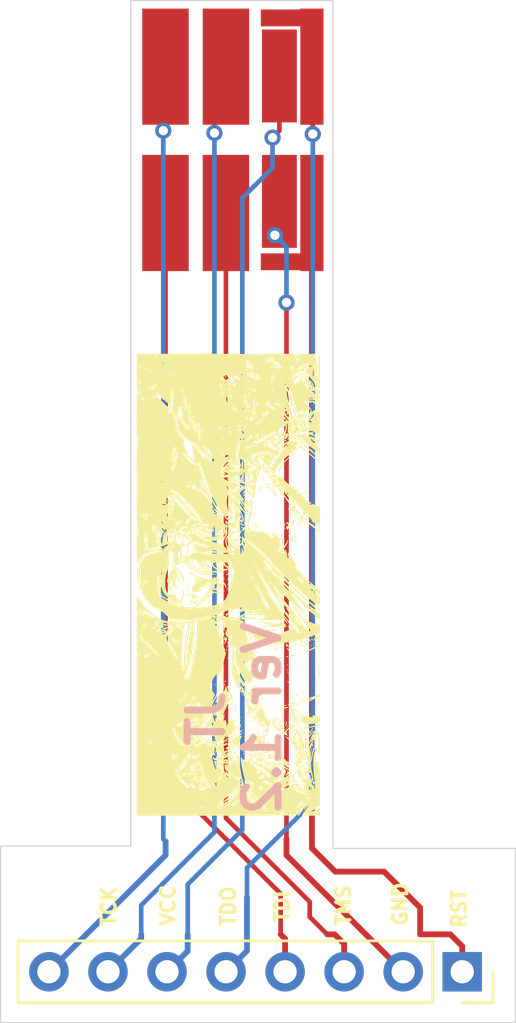
<source format=kicad_pcb>
(kicad_pcb (version 20171130) (host pcbnew 5.1.5+dfsg1-2build2)

  (general
    (thickness 1.6)
    (drawings 16)
    (tracks 64)
    (zones 0)
    (modules 3)
    (nets 9)
  )

  (page A4)
  (layers
    (0 F.Cu signal)
    (31 B.Cu signal)
    (32 B.Adhes user)
    (33 F.Adhes user)
    (34 B.Paste user)
    (35 F.Paste user)
    (36 B.SilkS user)
    (37 F.SilkS user)
    (38 B.Mask user)
    (39 F.Mask user)
    (40 Dwgs.User user)
    (41 Cmts.User user)
    (42 Eco1.User user)
    (43 Eco2.User user)
    (44 Edge.Cuts user)
    (45 Margin user)
    (46 B.CrtYd user)
    (47 F.CrtYd user)
    (48 B.Fab user)
    (49 F.Fab user)
  )

  (setup
    (last_trace_width 0.25)
    (user_trace_width 0.2)
    (trace_clearance 0.2)
    (zone_clearance 0.508)
    (zone_45_only no)
    (trace_min 0.2)
    (via_size 0.8)
    (via_drill 0.4)
    (via_min_size 0.4)
    (via_min_drill 0.3)
    (user_via 0.7 0.4)
    (uvia_size 0.3)
    (uvia_drill 0.1)
    (uvias_allowed no)
    (uvia_min_size 0.2)
    (uvia_min_drill 0.1)
    (edge_width 0.05)
    (segment_width 0.2)
    (pcb_text_width 0.3)
    (pcb_text_size 1.5 1.5)
    (mod_edge_width 0.12)
    (mod_text_size 1 1)
    (mod_text_width 0.15)
    (pad_size 1.524 1.524)
    (pad_drill 0.762)
    (pad_to_mask_clearance 0.051)
    (solder_mask_min_width 0.25)
    (aux_axis_origin 0 0)
    (visible_elements FFFFFF7F)
    (pcbplotparams
      (layerselection 0x010fc_ffffffff)
      (usegerberextensions false)
      (usegerberattributes false)
      (usegerberadvancedattributes false)
      (creategerberjobfile false)
      (excludeedgelayer true)
      (linewidth 0.100000)
      (plotframeref false)
      (viasonmask false)
      (mode 1)
      (useauxorigin false)
      (hpglpennumber 1)
      (hpglpenspeed 20)
      (hpglpendiameter 15.000000)
      (psnegative false)
      (psa4output false)
      (plotreference true)
      (plotvalue true)
      (plotinvisibletext false)
      (padsonsilk false)
      (subtractmaskfromsilk false)
      (outputformat 1)
      (mirror false)
      (drillshape 1)
      (scaleselection 1)
      (outputdirectory ""))
  )

  (net 0 "")
  (net 1 "Net-(J1-Pad8)")
  (net 2 "Net-(J1-Pad7)")
  (net 3 "Net-(J1-Pad6)")
  (net 4 "Net-(J1-Pad5)")
  (net 5 "Net-(J1-Pad4)")
  (net 6 "Net-(J1-Pad3)")
  (net 7 "Net-(J1-Pad2)")
  (net 8 "Net-(J1-Pad1)")

  (net_class Default "This is the default net class."
    (clearance 0.2)
    (trace_width 0.25)
    (via_dia 0.8)
    (via_drill 0.4)
    (uvia_dia 0.3)
    (uvia_drill 0.1)
    (add_net "Net-(J1-Pad1)")
    (add_net "Net-(J1-Pad2)")
    (add_net "Net-(J1-Pad3)")
    (add_net "Net-(J1-Pad4)")
    (add_net "Net-(J1-Pad5)")
    (add_net "Net-(J1-Pad6)")
    (add_net "Net-(J1-Pad7)")
    (add_net "Net-(J1-Pad8)")
  )

  (module sub:sub2 (layer F.Cu) (tedit 0) (tstamp 622B54D5)
    (at 134.5 113.45 90)
    (fp_text reference G*** (at 0 0 90) (layer F.SilkS) hide
      (effects (font (size 1.524 1.524) (thickness 0.3)))
    )
    (fp_text value LOGO (at 0.75 0 90) (layer F.SilkS) hide
      (effects (font (size 1.524 1.524) (thickness 0.3)))
    )
    (fp_poly (pts (xy -1.2065 -3.730625) (xy -1.222375 -3.71475) (xy -1.23825 -3.730625) (xy -1.222375 -3.7465)
      (xy -1.2065 -3.730625)) (layer F.SilkS) (width 0.01))
    (fp_poly (pts (xy -2.2225 -3.762375) (xy -2.238375 -3.7465) (xy -2.25425 -3.762375) (xy -2.238375 -3.77825)
      (xy -2.2225 -3.762375)) (layer F.SilkS) (width 0.01))
    (fp_poly (pts (xy -1.5875 -3.032125) (xy -1.603375 -3.01625) (xy -1.61925 -3.032125) (xy -1.603375 -3.048)
      (xy -1.5875 -3.032125)) (layer F.SilkS) (width 0.01))
    (fp_poly (pts (xy 3.617898 -2.615434) (xy 3.6195 -2.607028) (xy 3.64539 -2.585113) (xy 3.673846 -2.583216)
      (xy 3.727428 -2.57087) (xy 3.736952 -2.531864) (xy 3.705654 -2.481914) (xy 3.644407 -2.440188)
      (xy 3.575081 -2.413806) (xy 3.505522 -2.407064) (xy 3.411294 -2.419263) (xy 3.349625 -2.431747)
      (xy 3.243072 -2.453682) (xy 3.160237 -2.469248) (xy 3.124729 -2.474462) (xy 3.094149 -2.502161)
      (xy 3.090333 -2.524125) (xy 3.109708 -2.565638) (xy 3.163627 -2.558584) (xy 3.220755 -2.523116)
      (xy 3.297163 -2.490568) (xy 3.39627 -2.477793) (xy 3.489963 -2.485738) (xy 3.547168 -2.512119)
      (xy 3.569719 -2.568003) (xy 3.565997 -2.591494) (xy 3.569563 -2.629851) (xy 3.584353 -2.63525)
      (xy 3.617898 -2.615434)) (layer F.SilkS) (width 0.01))
    (fp_poly (pts (xy -0.381 -2.841625) (xy -0.396875 -2.82575) (xy -0.41275 -2.841625) (xy -0.396875 -2.8575)
      (xy -0.381 -2.841625)) (layer F.SilkS) (width 0.01))
    (fp_poly (pts (xy -0.518584 -2.751667) (xy -0.514784 -2.713987) (xy -0.518584 -2.709334) (xy -0.537459 -2.713692)
      (xy -0.53975 -2.7305) (xy -0.528134 -2.756634) (xy -0.518584 -2.751667)) (layer F.SilkS) (width 0.01))
    (fp_poly (pts (xy -1.905 -2.714625) (xy -1.920875 -2.69875) (xy -1.93675 -2.714625) (xy -1.920875 -2.7305)
      (xy -1.905 -2.714625)) (layer F.SilkS) (width 0.01))
    (fp_poly (pts (xy -1.905 -2.651125) (xy -1.920875 -2.63525) (xy -1.93675 -2.651125) (xy -1.920875 -2.667)
      (xy -1.905 -2.651125)) (layer F.SilkS) (width 0.01))
    (fp_poly (pts (xy 1.259416 -1.989667) (xy 1.255058 -1.970792) (xy 1.23825 -1.9685) (xy 1.212116 -1.980117)
      (xy 1.217083 -1.989667) (xy 1.254763 -1.993467) (xy 1.259416 -1.989667)) (layer F.SilkS) (width 0.01))
    (fp_poly (pts (xy 1.608666 -1.894417) (xy 1.612466 -1.856737) (xy 1.608666 -1.852084) (xy 1.589791 -1.856442)
      (xy 1.5875 -1.87325) (xy 1.599116 -1.899384) (xy 1.608666 -1.894417)) (layer F.SilkS) (width 0.01))
    (fp_poly (pts (xy -3.302 -1.952625) (xy -3.317875 -1.93675) (xy -3.33375 -1.952625) (xy -3.317875 -1.9685)
      (xy -3.302 -1.952625)) (layer F.SilkS) (width 0.01))
    (fp_poly (pts (xy -3.420626 -1.9591) (xy -3.40785 -1.951664) (xy -3.449449 -1.946871) (xy -3.508375 -1.945831)
      (xy -3.580414 -1.948207) (xy -3.601485 -1.953897) (xy -3.579376 -1.959534) (xy -3.485479 -1.964757)
      (xy -3.420626 -1.9591)) (layer F.SilkS) (width 0.01))
    (fp_poly (pts (xy -2.38125 -1.920875) (xy -2.397125 -1.905) (xy -2.413 -1.920875) (xy -2.397125 -1.93675)
      (xy -2.38125 -1.920875)) (layer F.SilkS) (width 0.01))
    (fp_poly (pts (xy -2.455334 -1.926167) (xy -2.459692 -1.907292) (xy -2.4765 -1.905) (xy -2.502634 -1.916617)
      (xy -2.497667 -1.926167) (xy -2.459987 -1.929967) (xy -2.455334 -1.926167)) (layer F.SilkS) (width 0.01))
    (fp_poly (pts (xy -2.57175 -1.920875) (xy -2.587625 -1.905) (xy -2.6035 -1.920875) (xy -2.587625 -1.93675)
      (xy -2.57175 -1.920875)) (layer F.SilkS) (width 0.01))
    (fp_poly (pts (xy -2.233084 -1.894417) (xy -2.237442 -1.875542) (xy -2.25425 -1.87325) (xy -2.280384 -1.884867)
      (xy -2.275417 -1.894417) (xy -2.237737 -1.898217) (xy -2.233084 -1.894417)) (layer F.SilkS) (width 0.01))
    (fp_poly (pts (xy -7.896323 -2.077767) (xy -7.820789 -2.031438) (xy -7.735013 -1.971372) (xy -7.623735 -1.893222)
      (xy -7.511032 -1.820443) (xy -7.443151 -1.780872) (xy -7.379695 -1.74213) (xy -7.357892 -1.718415)
      (xy -7.366471 -1.714883) (xy -7.421273 -1.730149) (xy -7.504029 -1.768161) (xy -7.540625 -1.788136)
      (xy -7.633187 -1.845378) (xy -7.730732 -1.912198) (xy -7.821621 -1.979608) (xy -7.894215 -2.03862)
      (xy -7.936877 -2.080243) (xy -7.938577 -2.0955) (xy -7.896323 -2.077767)) (layer F.SilkS) (width 0.01))
    (fp_poly (pts (xy 2.82575 -1.666875) (xy 2.809875 -1.651) (xy 2.794 -1.666875) (xy 2.809875 -1.68275)
      (xy 2.82575 -1.666875)) (layer F.SilkS) (width 0.01))
    (fp_poly (pts (xy -5.11175 -1.508125) (xy -5.127625 -1.49225) (xy -5.1435 -1.508125) (xy -5.127625 -1.524)
      (xy -5.11175 -1.508125)) (layer F.SilkS) (width 0.01))
    (fp_poly (pts (xy 3.7465 -2.301875) (xy 3.730625 -2.286) (xy 3.71475 -2.301875) (xy 3.730625 -2.31775)
      (xy 3.7465 -2.301875)) (layer F.SilkS) (width 0.01))
    (fp_poly (pts (xy -7.831695 -1.608394) (xy -7.813649 -1.58375) (xy -7.853374 -1.557205) (xy -7.888285 -1.548284)
      (xy -7.957576 -1.552015) (xy -7.982538 -1.576332) (xy -7.973822 -1.608491) (xy -7.910215 -1.61922)
      (xy -7.904754 -1.61925) (xy -7.831695 -1.608394)) (layer F.SilkS) (width 0.01))
    (fp_poly (pts (xy -3.820584 -1.735667) (xy -3.824942 -1.716792) (xy -3.84175 -1.7145) (xy -3.867884 -1.726117)
      (xy -3.862917 -1.735667) (xy -3.825237 -1.739467) (xy -3.820584 -1.735667)) (layer F.SilkS) (width 0.01))
    (fp_poly (pts (xy -3.725334 -1.703917) (xy -3.729692 -1.685042) (xy -3.7465 -1.68275) (xy -3.772634 -1.694367)
      (xy -3.767667 -1.703917) (xy -3.729987 -1.707717) (xy -3.725334 -1.703917)) (layer F.SilkS) (width 0.01))
    (fp_poly (pts (xy -3.630084 -1.672167) (xy -3.634442 -1.653292) (xy -3.65125 -1.651) (xy -3.677384 -1.662617)
      (xy -3.672417 -1.672167) (xy -3.634737 -1.675967) (xy -3.630084 -1.672167)) (layer F.SilkS) (width 0.01))
    (fp_poly (pts (xy -3.501099 -1.638433) (xy -3.510569 -1.624002) (xy -3.542771 -1.621757) (xy -3.57665 -1.629511)
      (xy -3.561954 -1.640939) (xy -3.512332 -1.644724) (xy -3.501099 -1.638433)) (layer F.SilkS) (width 0.01))
    (fp_poly (pts (xy -3.374099 -1.606683) (xy -3.383569 -1.592252) (xy -3.415771 -1.590007) (xy -3.44965 -1.597761)
      (xy -3.434954 -1.609189) (xy -3.385332 -1.612974) (xy -3.374099 -1.606683)) (layer F.SilkS) (width 0.01))
    (fp_poly (pts (xy -3.247099 -1.574933) (xy -3.256569 -1.560502) (xy -3.288771 -1.558257) (xy -3.32265 -1.566011)
      (xy -3.307954 -1.577439) (xy -3.258332 -1.581224) (xy -3.247099 -1.574933)) (layer F.SilkS) (width 0.01))
    (fp_poly (pts (xy -3.052014 -1.540093) (xy -2.968625 -1.524) (xy -2.909376 -1.507517) (xy -2.909226 -1.500875)
      (xy -2.95275 -1.499763) (xy -3.043987 -1.507908) (xy -3.127375 -1.524) (xy -3.186625 -1.540484)
      (xy -3.186775 -1.547126) (xy -3.14325 -1.548238) (xy -3.052014 -1.540093)) (layer F.SilkS) (width 0.01))
    (fp_poly (pts (xy -2.706688 -1.482387) (xy -2.696807 -1.473184) (xy -2.740709 -1.468174) (xy -2.76225 -1.467867)
      (xy -2.820014 -1.471177) (xy -2.826821 -1.479418) (xy -2.817813 -1.482387) (xy -2.737288 -1.487324)
      (xy -2.706688 -1.482387)) (layer F.SilkS) (width 0.01))
    (fp_poly (pts (xy -2.452688 -1.450637) (xy -2.442807 -1.441434) (xy -2.486709 -1.436424) (xy -2.50825 -1.436117)
      (xy -2.566014 -1.439427) (xy -2.572821 -1.447668) (xy -2.563813 -1.450637) (xy -2.483288 -1.455574)
      (xy -2.452688 -1.450637)) (layer F.SilkS) (width 0.01))
    (fp_poly (pts (xy -2.039369 -1.419687) (xy -2.021832 -1.413071) (xy -2.059609 -1.408452) (xy -2.143125 -1.406839)
      (xy -2.224605 -1.408747) (xy -2.255991 -1.413443) (xy -2.230629 -1.419916) (xy -2.229869 -1.420011)
      (xy -2.126328 -1.425196) (xy -2.039369 -1.419687)) (layer F.SilkS) (width 0.01))
    (fp_poly (pts (xy -6.0325 -2.143125) (xy -6.048375 -2.12725) (xy -6.06425 -2.143125) (xy -6.048375 -2.159)
      (xy -6.0325 -2.143125)) (layer F.SilkS) (width 0.01))
    (fp_poly (pts (xy -6.016711 -2.078965) (xy -6.000901 -2.054617) (xy -5.977787 -1.991743) (xy -5.980122 -1.959367)
      (xy -5.994529 -1.939116) (xy -5.998244 -1.957966) (xy -6.009467 -2.018805) (xy -6.019023 -2.053216)
      (xy -6.030113 -2.093381) (xy -6.016711 -2.078965)) (layer F.SilkS) (width 0.01))
    (fp_poly (pts (xy 3.895288 -2.170242) (xy 3.889375 -2.159) (xy 3.859459 -2.128679) (xy 3.853877 -2.12725)
      (xy 3.851711 -2.147759) (xy 3.857625 -2.159) (xy 3.88754 -2.189322) (xy 3.893122 -2.19075)
      (xy 3.895288 -2.170242)) (layer F.SilkS) (width 0.01))
    (fp_poly (pts (xy 0.90465 -1.142637) (xy 0.870691 -1.116317) (xy 0.834299 -1.1119) (xy 0.8255 -1.123729)
      (xy 0.850404 -1.14412) (xy 0.874774 -1.155115) (xy 0.907548 -1.157334) (xy 0.90465 -1.142637)) (layer F.SilkS) (width 0.01))
    (fp_poly (pts (xy 2.475577 -1.24584) (xy 2.4765 -1.23825) (xy 2.452339 -1.207423) (xy 2.44475 -1.2065)
      (xy 2.413922 -1.230661) (xy 2.413 -1.23825) (xy 2.43716 -1.269078) (xy 2.44475 -1.27)
      (xy 2.475577 -1.24584)) (layer F.SilkS) (width 0.01))
    (fp_poly (pts (xy 6.498786 -2.078818) (xy 6.481049 -2.055813) (xy 6.434707 -2.006452) (xy 6.414021 -2.006667)
      (xy 6.4135 -2.012238) (xy 6.435197 -2.038741) (xy 6.469062 -2.0678) (xy 6.50667 -2.095259)
      (xy 6.498786 -2.078818)) (layer F.SilkS) (width 0.01))
    (fp_poly (pts (xy 5.673288 -1.154242) (xy 5.667375 -1.143) (xy 5.637459 -1.112679) (xy 5.631877 -1.11125)
      (xy 5.629711 -1.131759) (xy 5.635625 -1.143) (xy 5.66554 -1.173322) (xy 5.671122 -1.17475)
      (xy 5.673288 -1.154242)) (layer F.SilkS) (width 0.01))
    (fp_poly (pts (xy 5.508843 -0.930751) (xy 5.486917 -0.912603) (xy 5.438523 -0.849111) (xy 5.411962 -0.783552)
      (xy 5.387823 -0.715212) (xy 5.36519 -0.68228) (xy 5.357094 -0.698198) (xy 5.368103 -0.757092)
      (xy 5.374671 -0.779904) (xy 5.414807 -0.863738) (xy 5.467505 -0.920445) (xy 5.474901 -0.924577)
      (xy 5.518483 -0.943778) (xy 5.508843 -0.930751)) (layer F.SilkS) (width 0.01))
    (fp_poly (pts (xy 1.957916 -2.116667) (xy 1.953558 -2.097792) (xy 1.93675 -2.0955) (xy 1.910616 -2.107117)
      (xy 1.915583 -2.116667) (xy 1.953263 -2.120467) (xy 1.957916 -2.116667)) (layer F.SilkS) (width 0.01))
    (fp_poly (pts (xy 2.286 -1.984375) (xy 2.270125 -1.9685) (xy 2.25425 -1.984375) (xy 2.270125 -2.00025)
      (xy 2.286 -1.984375)) (layer F.SilkS) (width 0.01))
    (fp_poly (pts (xy 1.93675 -1.889125) (xy 1.920875 -1.87325) (xy 1.905 -1.889125) (xy 1.920875 -1.905)
      (xy 1.93675 -1.889125)) (layer F.SilkS) (width 0.01))
    (fp_poly (pts (xy 1.80975 -1.825625) (xy 1.793875 -1.80975) (xy 1.778 -1.825625) (xy 1.793875 -1.8415)
      (xy 1.80975 -1.825625)) (layer F.SilkS) (width 0.01))
    (fp_poly (pts (xy 2.25425 -1.063625) (xy 2.238375 -1.04775) (xy 2.2225 -1.063625) (xy 2.238375 -1.0795)
      (xy 2.25425 -1.063625)) (layer F.SilkS) (width 0.01))
    (fp_poly (pts (xy 2.25425 -0.714375) (xy 2.238375 -0.6985) (xy 2.2225 -0.714375) (xy 2.238375 -0.73025)
      (xy 2.25425 -0.714375)) (layer F.SilkS) (width 0.01))
    (fp_poly (pts (xy 2.12725 -0.650875) (xy 2.111375 -0.635) (xy 2.0955 -0.650875) (xy 2.111375 -0.66675)
      (xy 2.12725 -0.650875)) (layer F.SilkS) (width 0.01))
    (fp_poly (pts (xy -6.4135 -0.873125) (xy -6.429375 -0.85725) (xy -6.44525 -0.873125) (xy -6.429375 -0.889)
      (xy -6.4135 -0.873125)) (layer F.SilkS) (width 0.01))
    (fp_poly (pts (xy -6.477 -0.809625) (xy -6.492875 -0.79375) (xy -6.50875 -0.809625) (xy -6.492875 -0.8255)
      (xy -6.477 -0.809625)) (layer F.SilkS) (width 0.01))
    (fp_poly (pts (xy -6.63575 -0.619125) (xy -6.651625 -0.60325) (xy -6.6675 -0.619125) (xy -6.651625 -0.635)
      (xy -6.63575 -0.619125)) (layer F.SilkS) (width 0.01))
    (fp_poly (pts (xy -6.69925 -0.587375) (xy -6.715125 -0.5715) (xy -6.731 -0.587375) (xy -6.715125 -0.60325)
      (xy -6.69925 -0.587375)) (layer F.SilkS) (width 0.01))
    (fp_poly (pts (xy -1.566334 -0.465667) (xy -1.562534 -0.427987) (xy -1.566334 -0.423334) (xy -1.585209 -0.427692)
      (xy -1.5875 -0.4445) (xy -1.575884 -0.470634) (xy -1.566334 -0.465667)) (layer F.SilkS) (width 0.01))
    (fp_poly (pts (xy 0.889 -0.555625) (xy 0.873125 -0.53975) (xy 0.85725 -0.555625) (xy 0.873125 -0.5715)
      (xy 0.889 -0.555625)) (layer F.SilkS) (width 0.01))
    (fp_poly (pts (xy 0.783788 -0.455742) (xy 0.777875 -0.4445) (xy 0.747959 -0.414179) (xy 0.742377 -0.41275)
      (xy 0.740211 -0.433259) (xy 0.746125 -0.4445) (xy 0.77604 -0.474822) (xy 0.781622 -0.47625)
      (xy 0.783788 -0.455742)) (layer F.SilkS) (width 0.01))
    (fp_poly (pts (xy 3.227586 -0.647299) (xy 3.222625 -0.635) (xy 3.194094 -0.604712) (xy 3.189001 -0.60325)
      (xy 3.175364 -0.627815) (xy 3.175 -0.635) (xy 3.199407 -0.66553) (xy 3.208623 -0.66675)
      (xy 3.227586 -0.647299)) (layer F.SilkS) (width 0.01))
    (fp_poly (pts (xy 0.889 -1.508125) (xy 0.873125 -1.49225) (xy 0.85725 -1.508125) (xy 0.873125 -1.524)
      (xy 0.889 -1.508125)) (layer F.SilkS) (width 0.01))
    (fp_poly (pts (xy 0.847288 -1.439992) (xy 0.841375 -1.42875) (xy 0.811459 -1.398429) (xy 0.805877 -1.397)
      (xy 0.803711 -1.417509) (xy 0.809625 -1.42875) (xy 0.83954 -1.459072) (xy 0.845122 -1.4605)
      (xy 0.847288 -1.439992)) (layer F.SilkS) (width 0.01))
    (fp_poly (pts (xy 0.79375 -1.349375) (xy 0.777875 -1.3335) (xy 0.762 -1.349375) (xy 0.777875 -1.36525)
      (xy 0.79375 -1.349375)) (layer F.SilkS) (width 0.01))
    (fp_poly (pts (xy 0.752036 -1.285068) (xy 0.734299 -1.262063) (xy 0.687957 -1.212702) (xy 0.667271 -1.212917)
      (xy 0.66675 -1.218488) (xy 0.688447 -1.244991) (xy 0.722312 -1.27405) (xy 0.75992 -1.301509)
      (xy 0.752036 -1.285068)) (layer F.SilkS) (width 0.01))
    (fp_poly (pts (xy 0.8255 -0.873125) (xy 0.855788 -0.844595) (xy 0.85725 -0.839502) (xy 0.832685 -0.825865)
      (xy 0.8255 -0.8255) (xy 0.79497 -0.849908) (xy 0.79375 -0.859124) (xy 0.813201 -0.878087)
      (xy 0.8255 -0.873125)) (layer F.SilkS) (width 0.01))
    (fp_poly (pts (xy 0.762 -0.809625) (xy 0.792288 -0.781095) (xy 0.79375 -0.776002) (xy 0.769185 -0.762365)
      (xy 0.762 -0.762) (xy 0.73147 -0.786408) (xy 0.73025 -0.795624) (xy 0.749701 -0.814587)
      (xy 0.762 -0.809625)) (layer F.SilkS) (width 0.01))
    (fp_poly (pts (xy 0.693594 -0.749157) (xy 0.727679 -0.717188) (xy 0.720687 -0.69881) (xy 0.716248 -0.6985)
      (xy 0.689394 -0.721052) (xy 0.679593 -0.735156) (xy 0.67585 -0.756883) (xy 0.693594 -0.749157)) (layer F.SilkS) (width 0.01))
    (fp_poly (pts (xy 0.635 -0.587375) (xy 0.619125 -0.5715) (xy 0.60325 -0.587375) (xy 0.619125 -0.60325)
      (xy 0.635 -0.587375)) (layer F.SilkS) (width 0.01))
    (fp_poly (pts (xy 0.85725 -0.333375) (xy 0.841375 -0.3175) (xy 0.8255 -0.333375) (xy 0.841375 -0.34925)
      (xy 0.85725 -0.333375)) (layer F.SilkS) (width 0.01))
    (fp_poly (pts (xy 0.79375 -0.238125) (xy 0.777875 -0.22225) (xy 0.762 -0.238125) (xy 0.777875 -0.254)
      (xy 0.79375 -0.238125)) (layer F.SilkS) (width 0.01))
    (fp_poly (pts (xy -7.280712 -0.106492) (xy -7.286625 -0.09525) (xy -7.316541 -0.064929) (xy -7.322123 -0.0635)
      (xy -7.324289 -0.084009) (xy -7.318375 -0.09525) (xy -7.28846 -0.125572) (xy -7.282878 -0.127)
      (xy -7.280712 -0.106492)) (layer F.SilkS) (width 0.01))
    (fp_poly (pts (xy 0.889 -0.079375) (xy 0.873125 -0.0635) (xy 0.85725 -0.079375) (xy 0.873125 -0.09525)
      (xy 0.889 -0.079375)) (layer F.SilkS) (width 0.01))
    (fp_poly (pts (xy 8.974336 -0.139299) (xy 8.969375 -0.127) (xy 8.940844 -0.096712) (xy 8.935751 -0.09525)
      (xy 8.922114 -0.119815) (xy 8.92175 -0.127) (xy 8.946157 -0.15753) (xy 8.955373 -0.15875)
      (xy 8.974336 -0.139299)) (layer F.SilkS) (width 0.01))
    (fp_poly (pts (xy -0.3175 -2.587625) (xy -0.333375 -2.57175) (xy -0.34925 -2.587625) (xy -0.333375 -2.6035)
      (xy -0.3175 -2.587625)) (layer F.SilkS) (width 0.01))
    (fp_poly (pts (xy -0.3175 -2.428875) (xy -0.333375 -2.413) (xy -0.34925 -2.428875) (xy -0.333375 -2.44475)
      (xy -0.3175 -2.428875)) (layer F.SilkS) (width 0.01))
    (fp_poly (pts (xy 1.016 -2.397125) (xy 1.000125 -2.38125) (xy 0.98425 -2.397125) (xy 1.000125 -2.413)
      (xy 1.016 -2.397125)) (layer F.SilkS) (width 0.01))
    (fp_poly (pts (xy 0 -2.174875) (xy -0.015875 -2.159) (xy -0.03175 -2.174875) (xy -0.015875 -2.19075)
      (xy 0 -2.174875)) (layer F.SilkS) (width 0.01))
    (fp_poly (pts (xy 0.688538 -2.106742) (xy 0.682625 -2.0955) (xy 0.652709 -2.065179) (xy 0.647127 -2.06375)
      (xy 0.644961 -2.084259) (xy 0.650875 -2.0955) (xy 0.68079 -2.125822) (xy 0.686372 -2.12725)
      (xy 0.688538 -2.106742)) (layer F.SilkS) (width 0.01))
    (fp_poly (pts (xy 0.593288 -2.043242) (xy 0.587375 -2.032) (xy 0.557459 -2.001679) (xy 0.551877 -2.00025)
      (xy 0.549711 -2.020759) (xy 0.555625 -2.032) (xy 0.58554 -2.062322) (xy 0.591122 -2.06375)
      (xy 0.593288 -2.043242)) (layer F.SilkS) (width 0.01))
    (fp_poly (pts (xy 0.252291 -2.620884) (xy 0.280135 -2.607351) (xy 0.385168 -2.556343) (xy 0.48857 -2.511932)
      (xy 0.500062 -2.507523) (xy 0.569054 -2.474433) (xy 0.602625 -2.4442) (xy 0.60325 -2.440899)
      (xy 0.628953 -2.415986) (xy 0.649878 -2.413) (xy 0.681827 -2.392463) (xy 0.676544 -2.357438)
      (xy 0.673737 -2.33021) (xy 0.704112 -2.346784) (xy 0.74104 -2.378847) (xy 0.795356 -2.420806)
      (xy 0.824122 -2.428324) (xy 0.8255 -2.423827) (xy 0.80613 -2.372706) (xy 0.803414 -2.369748)
      (xy 0.780047 -2.321716) (xy 0.773764 -2.293019) (xy 0.744235 -2.237819) (xy 0.682891 -2.178268)
      (xy 0.678287 -2.174875) (xy 0.590935 -2.106279) (xy 0.517504 -2.041449) (xy 0.422405 -1.978821)
      (xy 0.29608 -1.93054) (xy 0.170739 -1.90809) (xy 0.142875 -1.907878) (xy 0.134637 -1.915514)
      (xy 0.17864 -1.932691) (xy 0.243464 -1.950194) (xy 0.429025 -2.026405) (xy 0.570173 -2.12614)
      (xy 0.650284 -2.196272) (xy 0.704316 -2.249532) (xy 0.720635 -2.274447) (xy 0.720598 -2.274485)
      (xy 0.686132 -2.272395) (xy 0.613852 -2.252731) (xy 0.579323 -2.241136) (xy 0.494583 -2.2177)
      (xy 0.435391 -2.213044) (xy 0.424604 -2.216984) (xy 0.419569 -2.21411) (xy 0.43915 -2.18564)
      (xy 0.462212 -2.140747) (xy 0.440894 -2.118193) (xy 0.369172 -2.115912) (xy 0.269875 -2.127521)
      (xy 0.125616 -2.148417) (xy 0.391583 -2.148417) (xy 0.395941 -2.129542) (xy 0.41275 -2.12725)
      (xy 0.438883 -2.138867) (xy 0.433916 -2.148417) (xy 0.396236 -2.152217) (xy 0.391583 -2.148417)
      (xy 0.125616 -2.148417) (xy 0.111125 -2.150516) (xy 0.246062 -2.154758) (xy 0.339635 -2.167006)
      (xy 0.377272 -2.192738) (xy 0.356231 -2.226814) (xy 0.299558 -2.255036) (xy 0.178657 -2.282294)
      (xy 0.055876 -2.280268) (xy -0.043681 -2.250538) (xy -0.070876 -2.2317) (xy -0.119581 -2.197005)
      (xy -0.149598 -2.209125) (xy -0.158009 -2.221301) (xy -0.155308 -2.268612) (xy -0.112687 -2.322789)
      (xy -0.086015 -2.340878) (xy -0.047625 -2.340878) (xy 0.184794 -2.316499) (xy 0.300237 -2.302237)
      (xy 0.389252 -2.287219) (xy 0.434477 -2.274438) (xy 0.436148 -2.273186) (xy 0.48118 -2.256905)
      (xy 0.505354 -2.255493) (xy 0.513102 -2.266598) (xy 0.471205 -2.292813) (xy 0.451496 -2.301875)
      (xy 0.73025 -2.301875) (xy 0.746125 -2.286) (xy 0.762 -2.301875) (xy 0.746125 -2.31775)
      (xy 0.73025 -2.301875) (xy 0.451496 -2.301875) (xy 0.448792 -2.303118) (xy 0.352025 -2.329331)
      (xy 0.223647 -2.343853) (xy 0.147167 -2.345189) (xy -0.047625 -2.340878) (xy -0.086015 -2.340878)
      (xy -0.048779 -2.366131) (xy 0.010348 -2.38125) (xy 0.09764 -2.396347) (xy 0.138439 -2.437112)
      (xy 0.136598 -2.471191) (xy 0.132541 -2.497924) (xy 0.158543 -2.472326) (xy 0.167757 -2.460675)
      (xy 0.211244 -2.420054) (xy 0.23704 -2.417208) (xy 0.234032 -2.45207) (xy 0.209429 -2.484785)
      (xy 0.177398 -2.507103) (xy 0.130685 -2.516336) (xy 0.057483 -2.511786) (xy -0.054017 -2.492754)
      (xy -0.208795 -2.460047) (xy -0.26645 -2.45064) (xy -0.268834 -2.461797) (xy -0.254 -2.473446)
      (xy -0.228607 -2.501297) (xy -0.238125 -2.50825) (xy -0.259707 -2.516291) (xy -0.248003 -2.524125)
      (xy -0.1905 -2.524125) (xy -0.174625 -2.50825) (xy -0.15875 -2.524125) (xy -0.174625 -2.54)
      (xy -0.1905 -2.524125) (xy -0.248003 -2.524125) (xy -0.233508 -2.533827) (xy -0.173507 -2.555585)
      (xy -0.093683 -2.576294) (xy -0.025367 -2.588503) (xy 0.067415 -2.606426) (xy 0.131072 -2.628294)
      (xy 0.145162 -2.638951) (xy 0.181878 -2.644237) (xy 0.252291 -2.620884)) (layer F.SilkS) (width 0.01))
    (fp_poly (pts (xy -0.0161 -1.745887) (xy -0.050059 -1.719567) (xy -0.086451 -1.71515) (xy -0.09525 -1.726979)
      (xy -0.070346 -1.74737) (xy -0.045976 -1.758365) (xy -0.013202 -1.760584) (xy -0.0161 -1.745887)) (layer F.SilkS) (width 0.01))
    (fp_poly (pts (xy -0.167349 -1.733683) (xy -0.176819 -1.719252) (xy -0.209021 -1.717007) (xy -0.2429 -1.724761)
      (xy -0.228204 -1.736189) (xy -0.178582 -1.739974) (xy -0.167349 -1.733683)) (layer F.SilkS) (width 0.01))
    (fp_poly (pts (xy -0.396115 -1.716403) (xy -0.338968 -1.698259) (xy -0.334467 -1.689759) (xy -0.387097 -1.686418)
      (xy -0.427038 -1.685479) (xy -0.506242 -1.689838) (xy -0.526374 -1.70709) (xy -0.521527 -1.713674)
      (xy -0.465785 -1.728726) (xy -0.396115 -1.716403)) (layer F.SilkS) (width 0.01))
    (fp_poly (pts (xy 0.41275 -1.635125) (xy 0.396875 -1.61925) (xy 0.381 -1.635125) (xy 0.396875 -1.651)
      (xy 0.41275 -1.635125)) (layer F.SilkS) (width 0.01))
    (fp_poly (pts (xy -0.839572 -1.66154) (xy -0.845136 -1.636775) (xy -0.870757 -1.592084) (xy -0.887324 -1.599571)
      (xy -0.889 -1.617377) (xy -0.865941 -1.66043) (xy -0.857614 -1.666651) (xy -0.839572 -1.66154)) (layer F.SilkS) (width 0.01))
    (fp_poly (pts (xy -0.367332 -1.647915) (xy -0.370734 -1.613007) (xy -0.396594 -1.544702) (xy -0.434999 -1.46423)
      (xy -0.476033 -1.392821) (xy -0.502879 -1.357672) (xy -0.532668 -1.364499) (xy -0.571937 -1.417322)
      (xy -0.581144 -1.435082) (xy -0.632024 -1.539875) (xy -0.530374 -1.56664) (xy -0.453634 -1.595284)
      (xy -0.407495 -1.627852) (xy -0.406589 -1.62922) (xy -0.37634 -1.651768) (xy -0.367332 -1.647915)) (layer F.SilkS) (width 0.01))
    (fp_poly (pts (xy -0.4445 -1.285875) (xy -0.460375 -1.27) (xy -0.47625 -1.285875) (xy -0.460375 -1.30175)
      (xy -0.4445 -1.285875)) (layer F.SilkS) (width 0.01))
    (fp_poly (pts (xy -0.643663 -1.638496) (xy -0.643029 -1.604082) (xy -0.654111 -1.593712) (xy -0.703845 -1.526749)
      (xy -0.70469 -1.437849) (xy -0.677967 -1.378471) (xy -0.640734 -1.312032) (xy -0.644076 -1.291456)
      (xy -0.684788 -1.316611) (xy -0.754063 -1.381628) (xy -0.828914 -1.464681) (xy -0.854658 -1.510834)
      (xy -0.830914 -1.51916) (xy -0.807976 -1.511886) (xy -0.774382 -1.508374) (xy -0.775478 -1.520121)
      (xy -0.768426 -1.557711) (xy -0.729163 -1.603474) (xy -0.680172 -1.637221) (xy -0.643933 -1.63876)
      (xy -0.643663 -1.638496)) (layer F.SilkS) (width 0.01))
    (fp_poly (pts (xy -0.53975 -1.222375) (xy -0.555625 -1.2065) (xy -0.5715 -1.222375) (xy -0.555625 -1.23825)
      (xy -0.53975 -1.222375)) (layer F.SilkS) (width 0.01))
    (fp_poly (pts (xy -0.73025 -0.936625) (xy -0.746125 -0.92075) (xy -0.762 -0.936625) (xy -0.746125 -0.9525)
      (xy -0.73025 -0.936625)) (layer F.SilkS) (width 0.01))
    (fp_poly (pts (xy -0.34925 -0.809625) (xy -0.365125 -0.79375) (xy -0.381 -0.809625) (xy -0.365125 -0.8255)
      (xy -0.34925 -0.809625)) (layer F.SilkS) (width 0.01))
    (fp_poly (pts (xy -0.772062 -0.831454) (xy -0.768277 -0.781832) (xy -0.774568 -0.770599) (xy -0.788999 -0.780069)
      (xy -0.791244 -0.812271) (xy -0.78349 -0.84615) (xy -0.772062 -0.831454)) (layer F.SilkS) (width 0.01))
    (fp_poly (pts (xy -0.804334 -0.719667) (xy -0.800534 -0.681987) (xy -0.804334 -0.677334) (xy -0.823209 -0.681692)
      (xy -0.8255 -0.6985) (xy -0.813884 -0.724634) (xy -0.804334 -0.719667)) (layer F.SilkS) (width 0.01))
    (fp_poly (pts (xy -0.254 -0.619125) (xy -0.269875 -0.60325) (xy -0.28575 -0.619125) (xy -0.269875 -0.635)
      (xy -0.254 -0.619125)) (layer F.SilkS) (width 0.01))
    (fp_poly (pts (xy 0.497416 -0.370417) (xy 0.501216 -0.332737) (xy 0.497416 -0.328084) (xy 0.478541 -0.332442)
      (xy 0.47625 -0.34925) (xy 0.487866 -0.375384) (xy 0.497416 -0.370417)) (layer F.SilkS) (width 0.01))
    (fp_poly (pts (xy 0.276056 -0.205379) (xy 0.257939 -0.182034) (xy 0.231244 -0.16197) (xy 0.237906 -0.193784)
      (xy 0.240166 -0.199807) (xy 0.265318 -0.238687) (xy 0.279618 -0.238966) (xy 0.276056 -0.205379)) (layer F.SilkS) (width 0.01))
    (fp_poly (pts (xy 0.5715 -0.079375) (xy 0.555625 -0.0635) (xy 0.53975 -0.079375) (xy 0.555625 -0.09525)
      (xy 0.5715 -0.079375)) (layer F.SilkS) (width 0.01))
    (fp_poly (pts (xy 0.03175 -0.047625) (xy 0.015875 -0.03175) (xy 0 -0.047625) (xy 0.015875 -0.0635)
      (xy 0.03175 -0.047625)) (layer F.SilkS) (width 0.01))
    (fp_poly (pts (xy -0.15875 -0.047625) (xy -0.174625 -0.03175) (xy -0.1905 -0.047625) (xy -0.174625 -0.0635)
      (xy -0.15875 -0.047625)) (layer F.SilkS) (width 0.01))
    (fp_poly (pts (xy 0.444258 -0.076069) (xy 0.448439 -0.071967) (xy 0.473518 -0.030339) (xy 0.470118 -0.015035)
      (xy 0.4465 -0.024563) (xy 0.430666 -0.054194) (xy 0.420999 -0.091287) (xy 0.444258 -0.076069)) (layer F.SilkS) (width 0.01))
    (fp_poly (pts (xy 0.277151 -0.019183) (xy 0.267681 -0.004752) (xy 0.235479 -0.002507) (xy 0.2016 -0.010261)
      (xy 0.216296 -0.021689) (xy 0.265918 -0.025474) (xy 0.277151 -0.019183)) (layer F.SilkS) (width 0.01))
    (fp_poly (pts (xy 0.404151 0.012567) (xy 0.394681 0.026998) (xy 0.362479 0.029243) (xy 0.3286 0.021489)
      (xy 0.343296 0.010061) (xy 0.392918 0.006276) (xy 0.404151 0.012567)) (layer F.SilkS) (width 0.01))
    (fp_poly (pts (xy 0.592666 0.010583) (xy 0.596466 0.048263) (xy 0.592666 0.052916) (xy 0.573791 0.048558)
      (xy 0.5715 0.03175) (xy 0.583116 0.005616) (xy 0.592666 0.010583)) (layer F.SilkS) (width 0.01))
    (fp_poly (pts (xy 0.28575 0.079375) (xy 0.269875 0.09525) (xy 0.254 0.079375) (xy 0.269875 0.0635)
      (xy 0.28575 0.079375)) (layer F.SilkS) (width 0.01))
    (fp_poly (pts (xy 0.635 0.111125) (xy 0.619125 0.127) (xy 0.60325 0.111125) (xy 0.619125 0.09525)
      (xy 0.635 0.111125)) (layer F.SilkS) (width 0.01))
    (fp_poly (pts (xy 0.417201 0.080143) (xy 0.460375 0.09525) (xy 0.495001 0.116235) (xy 0.47625 0.122536)
      (xy 0.408298 0.110356) (xy 0.365125 0.09525) (xy 0.330498 0.074264) (xy 0.34925 0.067963)
      (xy 0.417201 0.080143)) (layer F.SilkS) (width 0.01))
    (fp_poly (pts (xy 3.167432 0.200435) (xy 3.174854 0.209017) (xy 3.129259 0.213833) (xy 3.095625 0.214243)
      (xy 3.034138 0.211117) (xy 3.02481 0.203946) (xy 3.040432 0.199794) (xy 3.123161 0.194682)
      (xy 3.167432 0.200435)) (layer F.SilkS) (width 0.01))
    (fp_poly (pts (xy 2.921 -0.015875) (xy 2.905125 0) (xy 2.88925 -0.015875) (xy 2.905125 -0.03175)
      (xy 2.921 -0.015875)) (layer F.SilkS) (width 0.01))
    (fp_poly (pts (xy 4.126863 0.364357) (xy 4.147338 0.404279) (xy 4.133261 0.41275) (xy 4.086726 0.389383)
      (xy 4.078569 0.378887) (xy 4.066684 0.337555) (xy 4.091323 0.334163) (xy 4.126863 0.364357)) (layer F.SilkS) (width 0.01))
    (fp_poly (pts (xy -8.60425 0.492125) (xy -8.620125 0.508) (xy -8.636 0.492125) (xy -8.620125 0.47625)
      (xy -8.60425 0.492125)) (layer F.SilkS) (width 0.01))
    (fp_poly (pts (xy 2.454376 0.01991) (xy 2.424054 0.060521) (xy 2.42113 0.063941) (xy 2.360582 0.108837)
      (xy 2.292976 0.126063) (xy 2.239949 0.113939) (xy 2.2225 0.079375) (xy 2.235602 0.034918)
      (xy 2.246312 0.0282) (xy 2.291911 0.022365) (xy 2.369338 0.013148) (xy 2.372623 0.012767)
      (xy 2.440329 0.007259) (xy 2.454376 0.01991)) (layer F.SilkS) (width 0.01))
    (fp_poly (pts (xy 5.115678 0.447257) (xy 5.123583 0.456956) (xy 5.184055 0.502798) (xy 5.222875 0.517513)
      (xy 5.238038 0.527599) (xy 5.197053 0.534731) (xy 5.170284 0.536066) (xy 5.09469 0.534062)
      (xy 5.067064 0.515281) (xy 5.070993 0.47551) (xy 5.089205 0.43257) (xy 5.115678 0.447257)) (layer F.SilkS) (width 0.01))
    (fp_poly (pts (xy -9.38424 -0.345957) (xy -9.35204 -0.311324) (xy -9.318984 -0.265966) (xy -9.291524 -0.215829)
      (xy -9.295987 -0.202485) (xy -9.299457 -0.20434) (xy -9.331023 -0.204785) (xy -9.3345 -0.192374)
      (xy -9.308586 -0.163132) (xy -9.283479 -0.15875) (xy -9.247555 -0.139612) (xy -9.251365 -0.109476)
      (xy -9.254001 -0.0765) (xy -9.241081 -0.078244) (xy -9.203794 -0.077499) (xy -9.186133 -0.038269)
      (xy -9.197845 0.011544) (xy -9.222515 0.020147) (xy -9.258419 -0.015875) (xy -9.23925 -0.015875)
      (xy -9.223375 0) (xy -9.2075 -0.015875) (xy -9.223375 -0.03175) (xy -9.23925 -0.015875)
      (xy -9.258419 -0.015875) (xy -9.262817 -0.020287) (xy -9.323389 -0.114422) (xy -9.323851 -0.115204)
      (xy -9.371128 -0.202987) (xy -9.385212 -0.238125) (xy -9.36625 -0.238125) (xy -9.350375 -0.22225)
      (xy -9.3345 -0.238125) (xy -9.350375 -0.254) (xy -9.36625 -0.238125) (xy -9.385212 -0.238125)
      (xy -9.395804 -0.264548) (xy -9.393414 -0.28575) (xy -9.376985 -0.305362) (xy -9.382125 -0.3175)
      (xy -9.3981 -0.351143) (xy -9.38424 -0.345957)) (layer F.SilkS) (width 0.01))
    (fp_poly (pts (xy -1.23825 -0.174625) (xy -1.254125 -0.15875) (xy -1.27 -0.174625) (xy -1.254125 -0.1905)
      (xy -1.23825 -0.174625)) (layer F.SilkS) (width 0.01))
    (fp_poly (pts (xy -1.3335 0.238125) (xy -1.349375 0.254) (xy -1.36525 0.238125) (xy -1.349375 0.22225)
      (xy -1.3335 0.238125)) (layer F.SilkS) (width 0.01))
    (fp_poly (pts (xy -4.15925 0.873125) (xy -4.175125 0.889) (xy -4.191 0.873125) (xy -4.175125 0.85725)
      (xy -4.15925 0.873125)) (layer F.SilkS) (width 0.01))
    (fp_poly (pts (xy 5.04825 0.968375) (xy 5.032375 0.98425) (xy 5.0165 0.968375) (xy 5.032375 0.9525)
      (xy 5.04825 0.968375)) (layer F.SilkS) (width 0.01))
    (fp_poly (pts (xy 4.884843 1.705843) (xy 4.8895 1.728501) (xy 4.879036 1.774374) (xy 4.851544 1.760623)
      (xy 4.84323 1.748443) (xy 4.847212 1.707666) (xy 4.857232 1.698945) (xy 4.884843 1.705843)) (layer F.SilkS) (width 0.01))
    (fp_poly (pts (xy 4.79425 1.762125) (xy 4.824538 1.790655) (xy 4.826 1.795748) (xy 4.801435 1.809385)
      (xy 4.79425 1.80975) (xy 4.76372 1.785342) (xy 4.7625 1.776126) (xy 4.781951 1.757163)
      (xy 4.79425 1.762125)) (layer F.SilkS) (width 0.01))
    (fp_poly (pts (xy 6.402916 1.502833) (xy 6.406716 1.540513) (xy 6.402916 1.545166) (xy 6.384041 1.540808)
      (xy 6.38175 1.524) (xy 6.393366 1.497866) (xy 6.402916 1.502833)) (layer F.SilkS) (width 0.01))
    (fp_poly (pts (xy 5.926666 1.883833) (xy 5.922308 1.902708) (xy 5.9055 1.905) (xy 5.879366 1.893383)
      (xy 5.884333 1.883833) (xy 5.922013 1.880033) (xy 5.926666 1.883833)) (layer F.SilkS) (width 0.01))
    (fp_poly (pts (xy 9.525 2.111375) (xy 9.509125 2.12725) (xy 9.49325 2.111375) (xy 9.509125 2.0955)
      (xy 9.525 2.111375)) (layer F.SilkS) (width 0.01))
    (fp_poly (pts (xy -1.68275 0.904875) (xy -1.698625 0.92075) (xy -1.7145 0.904875) (xy -1.698625 0.889)
      (xy -1.68275 0.904875)) (layer F.SilkS) (width 0.01))
    (fp_poly (pts (xy -1.851462 1.004758) (xy -1.857375 1.016) (xy -1.887291 1.046321) (xy -1.892873 1.04775)
      (xy -1.895039 1.027241) (xy -1.889125 1.016) (xy -1.85921 0.985678) (xy -1.853628 0.98425)
      (xy -1.851462 1.004758)) (layer F.SilkS) (width 0.01))
    (fp_poly (pts (xy -1.914964 1.096182) (xy -1.932701 1.119187) (xy -1.979043 1.168548) (xy -1.999729 1.168333)
      (xy -2.00025 1.162762) (xy -1.978553 1.136259) (xy -1.944688 1.1072) (xy -1.90708 1.079741)
      (xy -1.914964 1.096182)) (layer F.SilkS) (width 0.01))
    (fp_poly (pts (xy -1.36525 1.222375) (xy -1.381125 1.23825) (xy -1.397 1.222375) (xy -1.381125 1.2065)
      (xy -1.36525 1.222375)) (layer F.SilkS) (width 0.01))
    (fp_poly (pts (xy -1.375312 1.327546) (xy -1.371527 1.377168) (xy -1.377818 1.388401) (xy -1.392249 1.378931)
      (xy -1.394494 1.346729) (xy -1.38674 1.31285) (xy -1.375312 1.327546)) (layer F.SilkS) (width 0.01))
    (fp_poly (pts (xy -1.756973 1.357312) (xy -1.75278 1.422315) (xy -1.756973 1.436687) (xy -1.768562 1.440676)
      (xy -1.772987 1.397) (xy -1.767998 1.351926) (xy -1.756973 1.357312)) (layer F.SilkS) (width 0.01))
    (fp_poly (pts (xy -1.759657 1.542921) (xy -1.765628 1.571625) (xy -1.787463 1.653868) (xy -1.802644 1.679698)
      (xy -1.809171 1.646331) (xy -1.809264 1.632479) (xy -1.792224 1.55474) (xy -1.77655 1.524)
      (xy -1.757613 1.506077) (xy -1.759657 1.542921)) (layer F.SilkS) (width 0.01))
    (fp_poly (pts (xy -1.756834 1.756833) (xy -1.761192 1.775708) (xy -1.778 1.778) (xy -1.804134 1.766383)
      (xy -1.799167 1.756833) (xy -1.761487 1.753033) (xy -1.756834 1.756833)) (layer F.SilkS) (width 0.01))
    (fp_poly (pts (xy -2.032 2.174875) (xy -2.047875 2.19075) (xy -2.06375 2.174875) (xy -2.047875 2.159)
      (xy -2.032 2.174875)) (layer F.SilkS) (width 0.01))
    (fp_poly (pts (xy -1.612461 2.211172) (xy -1.615096 2.25631) (xy -1.639774 2.31775) (xy -1.669336 2.368031)
      (xy -1.680462 2.363954) (xy -1.681796 2.333625) (xy -1.671518 2.268913) (xy -1.648008 2.2186)
      (xy -1.622198 2.201991) (xy -1.612461 2.211172)) (layer F.SilkS) (width 0.01))
    (fp_poly (pts (xy -1.598084 2.360083) (xy -1.594284 2.397763) (xy -1.598084 2.402416) (xy -1.616959 2.398058)
      (xy -1.61925 2.38125) (xy -1.607634 2.355116) (xy -1.598084 2.360083)) (layer F.SilkS) (width 0.01))
    (fp_poly (pts (xy -1.535981 1.251964) (xy -1.551959 1.332466) (xy -1.579323 1.443255) (xy -1.589437 1.480693)
      (xy -1.619507 1.610092) (xy -1.646178 1.761909) (xy -1.668231 1.92313) (xy -1.684445 2.080745)
      (xy -1.693602 2.221744) (xy -1.694481 2.333114) (xy -1.685864 2.401844) (xy -1.677136 2.416469)
      (xy -1.673887 2.441158) (xy -1.69856 2.456206) (xy -1.773199 2.474194) (xy -1.817224 2.447328)
      (xy -1.842033 2.395724) (xy -1.872515 2.305905) (xy -1.88694 2.244834) (xy -1.88536 2.221073)
      (xy -1.867828 2.243188) (xy -1.841457 2.301875) (xy -1.777437 2.460625) (xy -1.796865 2.270125)
      (xy -1.809864 2.101418) (xy -1.812163 1.964708) (xy -1.809965 1.93675) (xy -1.778 1.93675)
      (xy -1.766384 1.962883) (xy -1.756834 1.957916) (xy -1.753034 1.920236) (xy -1.756834 1.915583)
      (xy -1.775709 1.919941) (xy -1.778 1.93675) (xy -1.809965 1.93675) (xy -1.804493 1.867177)
      (xy -1.787586 1.816004) (xy -1.762174 1.81837) (xy -1.752213 1.831852) (xy -1.735608 1.818295)
      (xy -1.707613 1.753948) (xy -1.672343 1.649598) (xy -1.639191 1.535576) (xy -1.60144 1.402741)
      (xy -1.568708 1.297798) (xy -1.544879 1.23256) (xy -1.534581 1.217086) (xy -1.535981 1.251964)) (layer F.SilkS) (width 0.01))
    (fp_poly (pts (xy -1.778 2.524125) (xy -1.793875 2.54) (xy -1.80975 2.524125) (xy -1.793875 2.50825)
      (xy -1.778 2.524125)) (layer F.SilkS) (width 0.01))
    (fp_poly (pts (xy -1.768922 2.594852) (xy -1.762125 2.6035) (xy -1.75095 2.632056) (xy -1.780989 2.621301)
      (xy -1.80975 2.6035) (xy -1.834159 2.578011) (xy -1.819562 2.572236) (xy -1.768922 2.594852)) (layer F.SilkS) (width 0.01))
    (fp_poly (pts (xy 5.895538 2.179508) (xy 5.889625 2.19075) (xy 5.859709 2.221071) (xy 5.854127 2.2225)
      (xy 5.851961 2.201991) (xy 5.857875 2.19075) (xy 5.88779 2.160428) (xy 5.893372 2.159)
      (xy 5.895538 2.179508)) (layer F.SilkS) (width 0.01))
    (fp_poly (pts (xy 5.773594 2.235343) (xy 5.807411 2.264857) (xy 5.81025 2.271998) (xy 5.795182 2.285048)
      (xy 5.763811 2.255807) (xy 5.759593 2.249344) (xy 5.75585 2.227617) (xy 5.773594 2.235343)) (layer F.SilkS) (width 0.01))
    (fp_poly (pts (xy 6.27832 2.302084) (xy 6.276844 2.345688) (xy 6.244261 2.387203) (xy 6.214658 2.441502)
      (xy 6.215156 2.468845) (xy 6.216119 2.504882) (xy 6.20977 2.50825) (xy 6.189092 2.484744)
      (xy 6.189062 2.484437) (xy 6.183631 2.437917) (xy 6.175353 2.373312) (xy 6.175986 2.328333)
      (xy 6.201833 2.328333) (xy 6.206191 2.347208) (xy 6.223 2.3495) (xy 6.249133 2.337883)
      (xy 6.244166 2.328333) (xy 6.206486 2.324533) (xy 6.201833 2.328333) (xy 6.175986 2.328333)
      (xy 6.176262 2.308809) (xy 6.209478 2.286822) (xy 6.225165 2.286) (xy 6.27832 2.302084)) (layer F.SilkS) (width 0.01))
    (fp_poly (pts (xy -0.09525 1.666875) (xy -0.111125 1.68275) (xy -0.127 1.666875) (xy -0.111125 1.651)
      (xy -0.09525 1.666875)) (layer F.SilkS) (width 0.01))
    (fp_poly (pts (xy -0.168712 1.703258) (xy -0.174625 1.7145) (xy -0.204541 1.744821) (xy -0.210123 1.74625)
      (xy -0.212289 1.725741) (xy -0.206375 1.7145) (xy -0.17646 1.684178) (xy -0.170878 1.68275)
      (xy -0.168712 1.703258)) (layer F.SilkS) (width 0.01))
    (fp_poly (pts (xy -0.2701 1.778363) (xy -0.304059 1.804683) (xy -0.340451 1.8091) (xy -0.34925 1.797271)
      (xy -0.324346 1.77688) (xy -0.299976 1.765885) (xy -0.267202 1.763666) (xy -0.2701 1.778363)) (layer F.SilkS) (width 0.01))
    (fp_poly (pts (xy 8.66775 2.873375) (xy 8.651875 2.88925) (xy 8.636 2.873375) (xy 8.651875 2.8575)
      (xy 8.66775 2.873375)) (layer F.SilkS) (width 0.01))
    (fp_poly (pts (xy 6.9215 3.159125) (xy 6.905625 3.175) (xy 6.88975 3.159125) (xy 6.905625 3.14325)
      (xy 6.9215 3.159125)) (layer F.SilkS) (width 0.01))
    (fp_poly (pts (xy 6.817651 3.219317) (xy 6.808181 3.233748) (xy 6.775979 3.235993) (xy 6.7421 3.228239)
      (xy 6.756796 3.216811) (xy 6.806418 3.213026) (xy 6.817651 3.219317)) (layer F.SilkS) (width 0.01))
    (fp_poly (pts (xy 7.895166 2.645833) (xy 7.890808 2.664708) (xy 7.874 2.667) (xy 7.847866 2.655383)
      (xy 7.852833 2.645833) (xy 7.890513 2.642033) (xy 7.895166 2.645833)) (layer F.SilkS) (width 0.01))
    (fp_poly (pts (xy 7.799916 2.677583) (xy 7.795558 2.696458) (xy 7.77875 2.69875) (xy 7.752616 2.687133)
      (xy 7.757583 2.677583) (xy 7.795263 2.673783) (xy 7.799916 2.677583)) (layer F.SilkS) (width 0.01))
    (fp_poly (pts (xy 7.62 2.746375) (xy 7.604125 2.76225) (xy 7.58825 2.746375) (xy 7.604125 2.7305)
      (xy 7.62 2.746375)) (layer F.SilkS) (width 0.01))
    (fp_poly (pts (xy 7.46125 3.413125) (xy 7.445375 3.429) (xy 7.4295 3.413125) (xy 7.445375 3.39725)
      (xy 7.46125 3.413125)) (layer F.SilkS) (width 0.01))
    (fp_poly (pts (xy 6.9215 3.413125) (xy 6.905625 3.429) (xy 6.88975 3.413125) (xy 6.905625 3.39725)
      (xy 6.9215 3.413125)) (layer F.SilkS) (width 0.01))
    (fp_poly (pts (xy 6.82625 3.413125) (xy 6.810375 3.429) (xy 6.7945 3.413125) (xy 6.810375 3.39725)
      (xy 6.82625 3.413125)) (layer F.SilkS) (width 0.01))
    (fp_poly (pts (xy 7.577666 3.471333) (xy 7.573308 3.490208) (xy 7.5565 3.4925) (xy 7.530366 3.480883)
      (xy 7.535333 3.471333) (xy 7.573013 3.467533) (xy 7.577666 3.471333)) (layer F.SilkS) (width 0.01))
    (fp_poly (pts (xy 7.33425 3.667125) (xy 7.318375 3.683) (xy 7.3025 3.667125) (xy 7.318375 3.65125)
      (xy 7.33425 3.667125)) (layer F.SilkS) (width 0.01))
    (fp_poly (pts (xy 0.595843 -3.921628) (xy 0.690346 -3.913624) (xy 0.714375 -3.9082) (xy 0.741482 -3.895229)
      (xy 0.721355 -3.886084) (xy 0.649191 -3.880173) (xy 0.520187 -3.876904) (xy 0.455034 -3.876229)
      (xy 0.306059 -3.873539) (xy 0.176573 -3.868362) (xy 0.08223 -3.861495) (xy 0.042284 -3.855228)
      (xy 0.005811 -3.846465) (xy 0.026026 -3.863377) (xy 0.03175 -3.867024) (xy 0.093533 -3.886747)
      (xy 0.199807 -3.903213) (xy 0.3316 -3.915278) (xy 0.469936 -3.921798) (xy 0.595843 -3.921628)) (layer F.SilkS) (width 0.01))
    (fp_poly (pts (xy -6.345448 -1.18972) (xy -6.31825 -1.17475) (xy -6.292837 -1.149593) (xy -6.302375 -1.143973)
      (xy -6.354553 -1.159781) (xy -6.38175 -1.17475) (xy -6.407164 -1.199908) (xy -6.397625 -1.205528)
      (xy -6.345448 -1.18972)) (layer F.SilkS) (width 0.01))
    (fp_poly (pts (xy -5.461 -0.777875) (xy -5.476875 -0.762) (xy -5.49275 -0.777875) (xy -5.476875 -0.79375)
      (xy -5.461 -0.777875)) (layer F.SilkS) (width 0.01))
    (fp_poly (pts (xy -5.379989 -0.747339) (xy -5.310462 -0.711849) (xy -5.230184 -0.666363) (xy -5.158891 -0.622257)
      (xy -5.11632 -0.590904) (xy -5.11175 -0.584359) (xy -5.115008 -0.574835) (xy -5.13304 -0.579185)
      (xy -5.178238 -0.603254) (xy -5.262993 -0.652889) (xy -5.286375 -0.66675) (xy -5.366335 -0.71662)
      (xy -5.413556 -0.750966) (xy -5.419029 -0.761459) (xy -5.379989 -0.747339)) (layer F.SilkS) (width 0.01))
    (fp_poly (pts (xy -4.28625 -0.555625) (xy -4.302125 -0.53975) (xy -4.318 -0.555625) (xy -4.302125 -0.5715)
      (xy -4.28625 -0.555625)) (layer F.SilkS) (width 0.01))
    (fp_poly (pts (xy -4.191 -0.492125) (xy -4.206875 -0.47625) (xy -4.22275 -0.492125) (xy -4.206875 -0.508)
      (xy -4.191 -0.492125)) (layer F.SilkS) (width 0.01))
    (fp_poly (pts (xy -3.90525 -0.460375) (xy -3.921125 -0.4445) (xy -3.937 -0.460375) (xy -3.921125 -0.47625)
      (xy -3.90525 -0.460375)) (layer F.SilkS) (width 0.01))
    (fp_poly (pts (xy -5.034956 -0.547448) (xy -4.976813 -0.520653) (xy -4.892328 -0.475953) (xy -4.858803 -0.452636)
      (xy -4.869458 -0.445653) (xy -4.876271 -0.445772) (xy -4.922649 -0.460657) (xy -4.992688 -0.494411)
      (xy -5.063128 -0.538244) (xy -5.076182 -0.557636) (xy -5.034956 -0.547448)) (layer F.SilkS) (width 0.01))
    (fp_poly (pts (xy -4.79425 -0.428625) (xy -4.810125 -0.41275) (xy -4.826 -0.428625) (xy -4.810125 -0.4445)
      (xy -4.79425 -0.428625)) (layer F.SilkS) (width 0.01))
    (fp_poly (pts (xy -4.709584 -0.402167) (xy -4.713942 -0.383292) (xy -4.73075 -0.381) (xy -4.756884 -0.392617)
      (xy -4.751917 -0.402167) (xy -4.714237 -0.405967) (xy -4.709584 -0.402167)) (layer F.SilkS) (width 0.01))
    (fp_poly (pts (xy -4.6355 -0.365125) (xy -4.651375 -0.34925) (xy -4.66725 -0.365125) (xy -4.651375 -0.381)
      (xy -4.6355 -0.365125)) (layer F.SilkS) (width 0.01))
    (fp_poly (pts (xy -4.550834 -0.338667) (xy -4.555192 -0.319792) (xy -4.572 -0.3175) (xy -4.598134 -0.329117)
      (xy -4.593167 -0.338667) (xy -4.555487 -0.342467) (xy -4.550834 -0.338667)) (layer F.SilkS) (width 0.01))
    (fp_poly (pts (xy -1.903759 -0.380367) (xy -1.881188 -0.374928) (xy -1.788362 -0.353289) (xy -1.714679 -0.340498)
      (xy -1.706563 -0.339718) (xy -1.659333 -0.324408) (xy -1.651 -0.310697) (xy -1.674885 -0.288154)
      (xy -1.730682 -0.294835) (xy -1.778 -0.3175) (xy -1.8451 -0.341101) (xy -1.912938 -0.348764)
      (xy -1.976327 -0.358039) (xy -2.00025 -0.377657) (xy -1.973162 -0.389045) (xy -1.903759 -0.380367)) (layer F.SilkS) (width 0.01))
    (fp_poly (pts (xy -4.47675 -0.301625) (xy -4.492625 -0.28575) (xy -4.5085 -0.301625) (xy -4.492625 -0.3175)
      (xy -4.47675 -0.301625)) (layer F.SilkS) (width 0.01))
    (fp_poly (pts (xy -4.7625 -0.301625) (xy -4.778375 -0.28575) (xy -4.79425 -0.301625) (xy -4.778375 -0.3175)
      (xy -4.7625 -0.301625)) (layer F.SilkS) (width 0.01))
    (fp_poly (pts (xy -1.818349 -0.273183) (xy -1.827819 -0.258752) (xy -1.860021 -0.256507) (xy -1.8939 -0.264261)
      (xy -1.879204 -0.275689) (xy -1.829582 -0.279474) (xy -1.818349 -0.273183)) (layer F.SilkS) (width 0.01))
    (fp_poly (pts (xy -3.919382 -0.272154) (xy -3.8735 -0.254) (xy -3.847713 -0.231847) (xy -3.871873 -0.229017)
      (xy -3.95058 -0.245511) (xy -3.984625 -0.254) (xy -4.045126 -0.270783) (xy -4.046789 -0.278326)
      (xy -4.0005 -0.281508) (xy -3.919382 -0.272154)) (layer F.SilkS) (width 0.01))
    (fp_poly (pts (xy -4.617083 -0.270816) (xy -4.619625 -0.254) (xy -4.646783 -0.223745) (xy -4.651375 -0.22225)
      (xy -4.676618 -0.244395) (xy -4.683125 -0.254) (xy -4.675586 -0.280899) (xy -4.651375 -0.28575)
      (xy -4.617083 -0.270816)) (layer F.SilkS) (width 0.01))
    (fp_poly (pts (xy -1.93675 -0.206375) (xy -1.952625 -0.1905) (xy -1.9685 -0.206375) (xy -1.952625 -0.22225)
      (xy -1.93675 -0.206375)) (layer F.SilkS) (width 0.01))
    (fp_poly (pts (xy -2.061479 -0.289351) (xy -2.015471 -0.250202) (xy -2.001318 -0.21362) (xy -2.005974 -0.205944)
      (xy -2.036677 -0.212477) (xy -2.063114 -0.237358) (xy -2.121456 -0.278589) (xy -2.154951 -0.286237)
      (xy -2.188093 -0.292163) (xy -2.162227 -0.314835) (xy -2.117634 -0.315938) (xy -2.061479 -0.289351)) (layer F.SilkS) (width 0.01))
    (fp_poly (pts (xy -4.472472 -0.23629) (xy -4.445 -0.22225) (xy -4.420064 -0.198441) (xy -4.443148 -0.195435)
      (xy -4.502276 -0.213232) (xy -4.524375 -0.22225) (xy -4.56016 -0.243905) (xy -4.54025 -0.251283)
      (xy -4.472472 -0.23629)) (layer F.SilkS) (width 0.01))
    (fp_poly (pts (xy -4.263099 -0.177933) (xy -4.272569 -0.163502) (xy -4.304771 -0.161257) (xy -4.33865 -0.169011)
      (xy -4.323954 -0.180439) (xy -4.274332 -0.184224) (xy -4.263099 -0.177933)) (layer F.SilkS) (width 0.01))
    (fp_poly (pts (xy -5.598584 -0.179917) (xy -5.602942 -0.161042) (xy -5.61975 -0.15875) (xy -5.645884 -0.170367)
      (xy -5.640917 -0.179917) (xy -5.603237 -0.183717) (xy -5.598584 -0.179917)) (layer F.SilkS) (width 0.01))
    (fp_poly (pts (xy -5.719906 -0.209407) (xy -5.685821 -0.177438) (xy -5.692813 -0.15906) (xy -5.697252 -0.15875)
      (xy -5.724106 -0.181302) (xy -5.733907 -0.195406) (xy -5.73765 -0.217133) (xy -5.719906 -0.209407)) (layer F.SilkS) (width 0.01))
    (fp_poly (pts (xy -1.928813 -0.148028) (xy -1.924824 -0.136439) (xy -1.9685 -0.132014) (xy -2.013574 -0.137003)
      (xy -2.008188 -0.148028) (xy -1.943185 -0.152221) (xy -1.928813 -0.148028)) (layer F.SilkS) (width 0.01))
    (fp_poly (pts (xy -4.138084 -0.148167) (xy -4.142442 -0.129292) (xy -4.15925 -0.127) (xy -4.185384 -0.138617)
      (xy -4.180417 -0.148167) (xy -4.142737 -0.151967) (xy -4.138084 -0.148167)) (layer F.SilkS) (width 0.01))
    (fp_poly (pts (xy -5.5245 -0.142875) (xy -5.540375 -0.127) (xy -5.55625 -0.142875) (xy -5.540375 -0.15875)
      (xy -5.5245 -0.142875)) (layer F.SilkS) (width 0.01))
    (fp_poly (pts (xy -2.770849 -0.082683) (xy -2.780319 -0.068252) (xy -2.812521 -0.066007) (xy -2.8464 -0.073761)
      (xy -2.831704 -0.085189) (xy -2.782082 -0.088974) (xy -2.770849 -0.082683)) (layer F.SilkS) (width 0.01))
    (fp_poly (pts (xy -2.323173 -0.179281) (xy -2.270125 -0.15875) (xy -2.206625 -0.131464) (xy -2.270125 -0.128746)
      (xy -2.310233 -0.120661) (xy -2.291276 -0.099183) (xy -2.260895 -0.070377) (xy -2.27735 -0.057962)
      (xy -2.326248 -0.061504) (xy -2.393196 -0.080569) (xy -2.44475 -0.103803) (xy -2.555875 -0.163276)
      (xy -2.448716 -0.141743) (xy -2.376905 -0.133195) (xy -2.359919 -0.148461) (xy -2.363277 -0.155355)
      (xy -2.368076 -0.184729) (xy -2.323173 -0.179281)) (layer F.SilkS) (width 0.01))
    (fp_poly (pts (xy -2.612099 -0.050933) (xy -2.621569 -0.036502) (xy -2.653771 -0.034257) (xy -2.68765 -0.042011)
      (xy -2.672954 -0.053439) (xy -2.623332 -0.057224) (xy -2.612099 -0.050933)) (layer F.SilkS) (width 0.01))
    (fp_poly (pts (xy -6.731968 -0.103894) (xy -6.720044 -0.080745) (xy -6.71192 -0.036007) (xy -6.733248 -0.04469)
      (xy -6.748181 -0.065613) (xy -6.75794 -0.107168) (xy -6.753977 -0.114607) (xy -6.731968 -0.103894)) (layer F.SilkS) (width 0.01))
    (fp_poly (pts (xy -8.046822 -0.10579) (xy -8.052386 -0.081025) (xy -8.078007 -0.036334) (xy -8.094574 -0.043821)
      (xy -8.09625 -0.061627) (xy -8.073191 -0.10468) (xy -8.064864 -0.110901) (xy -8.046822 -0.10579)) (layer F.SilkS) (width 0.01))
    (fp_poly (pts (xy -3.14325 -0.015875) (xy -3.159125 0) (xy -3.175 -0.015875) (xy -3.159125 -0.03175)
      (xy -3.14325 -0.015875)) (layer F.SilkS) (width 0.01))
    (fp_poly (pts (xy -5.2705 -0.015875) (xy -5.286375 0) (xy -5.30225 -0.015875) (xy -5.286375 -0.03175)
      (xy -5.2705 -0.015875)) (layer F.SilkS) (width 0.01))
    (fp_poly (pts (xy -2.446291 -0.015341) (xy -2.413 0) (xy -2.387908 0.023618) (xy -2.417943 0.024607)
      (xy -2.4989 0.002964) (xy -2.50825 0) (xy -2.557384 -0.018448) (xy -2.547972 -0.026448)
      (xy -2.524125 -0.028099) (xy -2.446291 -0.015341)) (layer F.SilkS) (width 0.01))
    (fp_poly (pts (xy -2.880709 0.010924) (xy -2.879653 0.021347) (xy -2.929357 0.025603) (xy -2.936875 0.02556)
      (xy -2.986118 0.020982) (xy -2.981418 0.011318) (xy -2.975959 0.009747) (xy -2.906797 0.005099)
      (xy -2.880709 0.010924)) (layer F.SilkS) (width 0.01))
    (fp_poly (pts (xy -5.334 0.015875) (xy -5.349875 0.03175) (xy -5.36575 0.015875) (xy -5.349875 0)
      (xy -5.334 0.015875)) (layer F.SilkS) (width 0.01))
    (fp_poly (pts (xy -6.6675 0.015875) (xy -6.683375 0.03175) (xy -6.69925 0.015875) (xy -6.683375 0)
      (xy -6.6675 0.015875)) (layer F.SilkS) (width 0.01))
    (fp_poly (pts (xy -2.722563 0.042472) (xy -2.718574 0.054061) (xy -2.76225 0.058486) (xy -2.807324 0.053497)
      (xy -2.801938 0.042472) (xy -2.736935 0.038279) (xy -2.722563 0.042472)) (layer F.SilkS) (width 0.01))
    (fp_poly (pts (xy -5.2705 0.047625) (xy -5.286375 0.0635) (xy -5.30225 0.047625) (xy -5.286375 0.03175)
      (xy -5.2705 0.047625)) (layer F.SilkS) (width 0.01))
    (fp_poly (pts (xy -2.88925 0.079375) (xy -2.905125 0.09525) (xy -2.921 0.079375) (xy -2.905125 0.0635)
      (xy -2.88925 0.079375)) (layer F.SilkS) (width 0.01))
    (fp_poly (pts (xy -5.08 0.079375) (xy -5.095875 0.09525) (xy -5.11175 0.079375) (xy -5.095875 0.0635)
      (xy -5.08 0.079375)) (layer F.SilkS) (width 0.01))
    (fp_poly (pts (xy -5.207 0.079375) (xy -5.222875 0.09525) (xy -5.23875 0.079375) (xy -5.222875 0.0635)
      (xy -5.207 0.079375)) (layer F.SilkS) (width 0.01))
    (fp_poly (pts (xy -7.433554 -0.007771) (xy -7.441566 0.049145) (xy -7.479227 0.091962) (xy -7.53077 0.074995)
      (xy -7.550999 0.054254) (xy -7.563452 0.012305) (xy -7.524608 -0.024471) (xy -7.463717 -0.040765)
      (xy -7.433554 -0.007771)) (layer F.SilkS) (width 0.01))
    (fp_poly (pts (xy -4.550834 0.105833) (xy -4.555192 0.124708) (xy -4.572 0.127) (xy -4.598134 0.115383)
      (xy -4.593167 0.105833) (xy -4.555487 0.102033) (xy -4.550834 0.105833)) (layer F.SilkS) (width 0.01))
    (fp_poly (pts (xy -5.129275 0.114885) (xy -5.084584 0.140506) (xy -5.092071 0.157073) (xy -5.109877 0.15875)
      (xy -5.15293 0.13569) (xy -5.159151 0.127363) (xy -5.15404 0.109321) (xy -5.129275 0.114885)) (layer F.SilkS) (width 0.01))
    (fp_poly (pts (xy -7.274144 0.089396) (xy -7.27075 0.112998) (xy -7.284932 0.146717) (xy -7.299789 0.14455)
      (xy -7.334589 0.150118) (xy -7.340138 0.160536) (xy -7.365404 0.177513) (xy -7.374324 0.171593)
      (xy -7.376232 0.133604) (xy -7.345627 0.088172) (xy -7.302408 0.063703) (xy -7.298613 0.0635)
      (xy -7.274144 0.089396)) (layer F.SilkS) (width 0.01))
    (fp_poly (pts (xy 2.12725 0.206375) (xy 2.111375 0.22225) (xy 2.0955 0.206375) (xy 2.111375 0.1905)
      (xy 2.12725 0.206375)) (layer F.SilkS) (width 0.01))
    (fp_poly (pts (xy 2.021416 0.169333) (xy 2.025216 0.207013) (xy 2.021416 0.211666) (xy 2.002541 0.207308)
      (xy 2.00025 0.1905) (xy 2.011866 0.164366) (xy 2.021416 0.169333)) (layer F.SilkS) (width 0.01))
    (fp_poly (pts (xy -4.836584 0.201083) (xy -4.840942 0.219958) (xy -4.85775 0.22225) (xy -4.883884 0.210633)
      (xy -4.878917 0.201083) (xy -4.841237 0.197283) (xy -4.836584 0.201083)) (layer F.SilkS) (width 0.01))
    (fp_poly (pts (xy -4.356787 -0.054171) (xy -4.36308 -0.035869) (xy -4.360113 -0.003401) (xy -4.343687 0.000965)
      (xy -4.32934 0.012623) (xy -4.357453 0.034161) (xy -4.422345 0.057666) (xy -4.452703 0.058584)
      (xy -4.507625 0.059634) (xy -4.594454 0.071949) (xy -4.619625 0.076809) (xy -4.695284 0.094959)
      (xy -4.715549 0.110274) (xy -4.687855 0.129132) (xy -4.683125 0.131283) (xy -4.648798 0.149203)
      (xy -4.670677 0.149392) (xy -4.70566 0.143078) (xy -4.791215 0.14279) (xy -4.895479 0.162944)
      (xy -4.919972 0.170627) (xy -4.997723 0.192191) (xy -5.043289 0.194728) (xy -5.04825 0.189465)
      (xy -5.020019 0.169737) (xy -4.943806 0.136557) (xy -4.832337 0.095103) (xy -4.738688 0.063463)
      (xy -4.618551 0.024159) (xy -4.46298 0.024159) (xy -4.431771 0.029243) (xy -4.390591 0.023405)
      (xy -4.390099 0.012567) (xy -4.432593 0.004988) (xy -4.450954 0.010061) (xy -4.46298 0.024159)
      (xy -4.618551 0.024159) (xy -4.604136 0.019443) (xy -4.489711 -0.018501) (xy -4.410565 -0.045315)
      (xy -4.385019 -0.05446) (xy -4.356787 -0.054171)) (layer F.SilkS) (width 0.01))
    (fp_poly (pts (xy -5.207 0.206375) (xy -5.222875 0.22225) (xy -5.23875 0.206375) (xy -5.222875 0.1905)
      (xy -5.207 0.206375)) (layer F.SilkS) (width 0.01))
    (fp_poly (pts (xy -5.61975 0.206375) (xy -5.635625 0.22225) (xy -5.6515 0.206375) (xy -5.635625 0.1905)
      (xy -5.61975 0.206375)) (layer F.SilkS) (width 0.01))
    (fp_poly (pts (xy -5.090584 0.232833) (xy -5.094942 0.251708) (xy -5.11175 0.254) (xy -5.137884 0.242383)
      (xy -5.132917 0.232833) (xy -5.095237 0.229033) (xy -5.090584 0.232833)) (layer F.SilkS) (width 0.01))
    (fp_poly (pts (xy -5.2705 0.238125) (xy -5.286375 0.254) (xy -5.30225 0.238125) (xy -5.286375 0.22225)
      (xy -5.2705 0.238125)) (layer F.SilkS) (width 0.01))
    (fp_poly (pts (xy -7.14375 0.269875) (xy -7.159625 0.28575) (xy -7.1755 0.269875) (xy -7.159625 0.254)
      (xy -7.14375 0.269875)) (layer F.SilkS) (width 0.01))
    (fp_poly (pts (xy -7.236571 0.196563) (xy -7.223116 0.264483) (xy -7.219405 0.31087) (xy -7.222047 0.3175)
      (xy -7.247068 0.296681) (xy -7.268405 0.272701) (xy -7.282453 0.238125) (xy -7.27075 0.238125)
      (xy -7.254875 0.254) (xy -7.239 0.238125) (xy -7.254875 0.22225) (xy -7.27075 0.238125)
      (xy -7.282453 0.238125) (xy -7.287597 0.225467) (xy -7.272292 0.207327) (xy -7.239726 0.194414)
      (xy -7.236571 0.196563)) (layer F.SilkS) (width 0.01))
    (fp_poly (pts (xy -5.134422 0.308852) (xy -5.127625 0.3175) (xy -5.11645 0.346056) (xy -5.146489 0.335301)
      (xy -5.17525 0.3175) (xy -5.199659 0.292011) (xy -5.185062 0.286236) (xy -5.134422 0.308852)) (layer F.SilkS) (width 0.01))
    (fp_poly (pts (xy 2.2225 0.365125) (xy 2.206625 0.381) (xy 2.19075 0.365125) (xy 2.206625 0.34925)
      (xy 2.2225 0.365125)) (layer F.SilkS) (width 0.01))
    (fp_poly (pts (xy -5.04825 0.365125) (xy -5.064125 0.381) (xy -5.08 0.365125) (xy -5.064125 0.34925)
      (xy -5.04825 0.365125)) (layer F.SilkS) (width 0.01))
    (fp_poly (pts (xy -5.281414 0.336951) (xy -5.286375 0.34925) (xy -5.314906 0.379538) (xy -5.319999 0.381)
      (xy -5.333636 0.356435) (xy -5.334 0.34925) (xy -5.309593 0.31872) (xy -5.300377 0.3175)
      (xy -5.281414 0.336951)) (layer F.SilkS) (width 0.01))
    (fp_poly (pts (xy -5.380556 0.318816) (xy -5.384296 0.328884) (xy -5.41285 0.367898) (xy -5.446666 0.384431)
      (xy -5.461 0.369012) (xy -5.439937 0.34165) (xy -5.412649 0.316896) (xy -5.378227 0.293731)
      (xy -5.380556 0.318816)) (layer F.SilkS) (width 0.01))
    (fp_poly (pts (xy -5.566834 0.328083) (xy -5.563034 0.365763) (xy -5.566834 0.370416) (xy -5.585709 0.366058)
      (xy -5.588 0.34925) (xy -5.576384 0.323116) (xy -5.566834 0.328083)) (layer F.SilkS) (width 0.01))
    (fp_poly (pts (xy -5.6515 0.365125) (xy -5.667375 0.381) (xy -5.68325 0.365125) (xy -5.667375 0.34925)
      (xy -5.6515 0.365125)) (layer F.SilkS) (width 0.01))
    (fp_poly (pts (xy -7.300657 0.316812) (xy -7.279324 0.334686) (xy -7.259844 0.36671) (xy -7.295002 0.37276)
      (xy -7.303137 0.372222) (xy -7.35449 0.358529) (xy -7.366 0.344367) (xy -7.345635 0.308919)
      (xy -7.300657 0.316812)) (layer F.SilkS) (width 0.01))
    (fp_poly (pts (xy -5.216962 0.369758) (xy -5.222875 0.381) (xy -5.252791 0.411321) (xy -5.258373 0.41275)
      (xy -5.260539 0.392241) (xy -5.254625 0.381) (xy -5.22471 0.350678) (xy -5.219128 0.34925)
      (xy -5.216962 0.369758)) (layer F.SilkS) (width 0.01))
    (fp_poly (pts (xy -5.93725 0.396875) (xy -5.953125 0.41275) (xy -5.969 0.396875) (xy -5.953125 0.381)
      (xy -5.93725 0.396875)) (layer F.SilkS) (width 0.01))
    (fp_poly (pts (xy 2.021416 0.391583) (xy 2.025216 0.429263) (xy 2.021416 0.433916) (xy 2.002541 0.429558)
      (xy 2.00025 0.41275) (xy 2.011866 0.386616) (xy 2.021416 0.391583)) (layer F.SilkS) (width 0.01))
    (fp_poly (pts (xy -5.588 0.428625) (xy -5.603875 0.4445) (xy -5.61975 0.428625) (xy -5.603875 0.41275)
      (xy -5.588 0.428625)) (layer F.SilkS) (width 0.01))
    (fp_poly (pts (xy -5.6515 0.428625) (xy -5.667375 0.4445) (xy -5.68325 0.428625) (xy -5.667375 0.41275)
      (xy -5.6515 0.428625)) (layer F.SilkS) (width 0.01))
    (fp_poly (pts (xy -5.87375 0.428625) (xy -5.889625 0.4445) (xy -5.9055 0.428625) (xy -5.889625 0.41275)
      (xy -5.87375 0.428625)) (layer F.SilkS) (width 0.01))
    (fp_poly (pts (xy -5.439834 0.455083) (xy -5.444192 0.473958) (xy -5.461 0.47625) (xy -5.487134 0.464633)
      (xy -5.482167 0.455083) (xy -5.444487 0.451283) (xy -5.439834 0.455083)) (layer F.SilkS) (width 0.01))
    (fp_poly (pts (xy -6.428568 0.390963) (xy -6.405563 0.4087) (xy -6.361591 0.447866) (xy -6.35 0.464262)
      (xy -6.365445 0.473766) (xy -6.407652 0.43298) (xy -6.41755 0.420687) (xy -6.445009 0.383079)
      (xy -6.428568 0.390963)) (layer F.SilkS) (width 0.01))
    (fp_poly (pts (xy 2.19075 0.492125) (xy 2.174875 0.508) (xy 2.159 0.492125) (xy 2.174875 0.47625)
      (xy 2.19075 0.492125)) (layer F.SilkS) (width 0.01))
    (fp_poly (pts (xy 1.962328 0.284062) (xy 1.957848 0.397325) (xy 1.93009 0.486277) (xy 1.885255 0.53479)
      (xy 1.864195 0.539263) (xy 1.846843 0.529329) (xy 1.86938 0.511063) (xy 1.89589 0.470409)
      (xy 1.877358 0.434928) (xy 1.828221 0.432023) (xy 1.827819 0.432176) (xy 1.776152 0.426777)
      (xy 1.76215 0.412791) (xy 1.764617 0.386706) (xy 1.795332 0.386814) (xy 1.849811 0.374154)
      (xy 1.861729 0.358282) (xy 1.891865 0.358282) (xy 1.899629 0.420742) (xy 1.907722 0.442138)
      (xy 1.920875 0.4445) (xy 1.930971 0.416423) (xy 1.936092 0.346814) (xy 1.936263 0.325437)
      (xy 1.930599 0.254875) (xy 1.915653 0.240223) (xy 1.9099 0.247157) (xy 1.892088 0.310424)
      (xy 1.891865 0.358282) (xy 1.861729 0.358282) (xy 1.86635 0.352128) (xy 1.863212 0.321847)
      (xy 1.827212 0.328372) (xy 1.808185 0.324778) (xy 1.836246 0.282832) (xy 1.862567 0.253581)
      (xy 1.952625 0.1578) (xy 1.962328 0.284062)) (layer F.SilkS) (width 0.01))
    (fp_poly (pts (xy -5.820834 0.486833) (xy -5.817034 0.524513) (xy -5.820834 0.529166) (xy -5.839709 0.524808)
      (xy -5.842 0.508) (xy -5.830384 0.481866) (xy -5.820834 0.486833)) (layer F.SilkS) (width 0.01))
    (fp_poly (pts (xy 2.124036 0.416382) (xy 2.115535 0.455102) (xy 2.07868 0.520378) (xy 2.036504 0.547771)
      (xy 2.00093 0.553522) (xy 1.998774 0.53519) (xy 2.031131 0.480128) (xy 2.044094 0.460134)
      (xy 2.096982 0.387758) (xy 2.123639 0.373173) (xy 2.124036 0.416382)) (layer F.SilkS) (width 0.01))
    (fp_poly (pts (xy -5.68325 0.555625) (xy -5.699125 0.5715) (xy -5.715 0.555625) (xy -5.699125 0.53975)
      (xy -5.68325 0.555625)) (layer F.SilkS) (width 0.01))
    (fp_poly (pts (xy -5.951318 0.483994) (xy -5.973163 0.496745) (xy -6.006201 0.507317) (xy -6.085063 0.534227)
      (xy -6.133201 0.554568) (xy -6.144614 0.554789) (xy -6.113745 0.526229) (xy -6.039514 0.487763)
      (xy -5.986745 0.478978) (xy -5.951318 0.483994)) (layer F.SilkS) (width 0.01))
    (fp_poly (pts (xy -4.709584 0.582083) (xy -4.713942 0.600958) (xy -4.73075 0.60325) (xy -4.756884 0.591633)
      (xy -4.751917 0.582083) (xy -4.714237 0.578283) (xy -4.709584 0.582083)) (layer F.SilkS) (width 0.01))
    (fp_poly (pts (xy -6.297668 0.500382) (xy -6.293777 0.539209) (xy -6.278761 0.548566) (xy -6.25377 0.573408)
      (xy -6.258164 0.583795) (xy -6.290794 0.58109) (xy -6.315268 0.559218) (xy -6.336933 0.515307)
      (xy -6.314887 0.490045) (xy -6.291372 0.48478) (xy -6.297668 0.500382)) (layer F.SilkS) (width 0.01))
    (fp_poly (pts (xy -6.755232 0.024534) (xy -6.72699 0.071306) (xy -6.704374 0.118986) (xy -6.715971 0.11974)
      (xy -6.73374 0.10594) (xy -6.77935 0.088346) (xy -6.836298 0.116244) (xy -6.852485 0.128866)
      (xy -6.899041 0.185713) (xy -6.900667 0.233109) (xy -6.85712 0.253959) (xy -6.854253 0.254)
      (xy -6.836403 0.234748) (xy -6.84077 0.224443) (xy -6.835764 0.184296) (xy -6.821863 0.171913)
      (xy -6.799595 0.167637) (xy -6.807344 0.185594) (xy -6.810102 0.218298) (xy -6.798248 0.22225)
      (xy -6.767496 0.206375) (xy -6.731 0.206375) (xy -6.715125 0.22225) (xy -6.69925 0.206375)
      (xy -6.715125 0.1905) (xy -6.731 0.206375) (xy -6.767496 0.206375) (xy -6.753364 0.19908)
      (xy -6.746875 0.1905) (xy -6.722193 0.165256) (xy -6.69052 0.170379) (xy -6.64428 0.212045)
      (xy -6.575895 0.296431) (xy -6.513144 0.381) (xy -6.441474 0.480401) (xy -6.387983 0.55685)
      (xy -6.360714 0.598745) (xy -6.359041 0.60325) (xy -6.384539 0.583411) (xy -6.440155 0.533038)
      (xy -6.475091 0.500062) (xy -6.538107 0.4409) (xy -6.561415 0.42433) (xy -6.550803 0.448649)
      (xy -6.529375 0.48409) (xy -6.495447 0.543268) (xy -6.496607 0.564095) (xy -6.531895 0.561707)
      (xy -6.597667 0.540634) (xy -6.682213 0.502234) (xy -6.689736 0.498304) (xy -6.707146 0.492125)
      (xy -6.604 0.492125) (xy -6.588125 0.508) (xy -6.57225 0.492125) (xy -6.588125 0.47625)
      (xy -6.604 0.492125) (xy -6.707146 0.492125) (xy -6.79167 0.462127) (xy -6.906658 0.444765)
      (xy -6.919924 0.4445) (xy -7.005096 0.438492) (xy -7.021588 0.428625) (xy -6.63575 0.428625)
      (xy -6.619875 0.4445) (xy -6.604 0.428625) (xy -6.619875 0.41275) (xy -6.63575 0.428625)
      (xy -7.021588 0.428625) (xy -7.042401 0.416173) (xy -7.048014 0.388937) (xy -7.041534 0.354055)
      (xy -7.020683 0.375724) (xy -6.994603 0.399564) (xy -6.992906 0.396875) (xy -6.7945 0.396875)
      (xy -6.778625 0.41275) (xy -6.76275 0.396875) (xy -6.778625 0.381) (xy -6.7945 0.396875)
      (xy -6.992906 0.396875) (xy -6.97454 0.367787) (xy -6.965275 0.35835) (xy -6.725883 0.35835)
      (xy -6.718157 0.376094) (xy -6.686188 0.410179) (xy -6.66781 0.403187) (xy -6.6675 0.398748)
      (xy -6.690052 0.371894) (xy -6.699792 0.365125) (xy -6.63575 0.365125) (xy -6.619875 0.381)
      (xy -6.604 0.365125) (xy -6.619875 0.34925) (xy -6.63575 0.365125) (xy -6.699792 0.365125)
      (xy -6.704156 0.362093) (xy -6.725883 0.35835) (xy -6.965275 0.35835) (xy -6.944236 0.336921)
      (xy -6.875092 0.321265) (xy -6.77433 0.3175) (xy -6.681316 0.314058) (xy -6.624612 0.305131)
      (xy -6.615617 0.2953) (xy -6.658495 0.283404) (xy -6.739523 0.280096) (xy -6.774066 0.281479)
      (xy -6.881726 0.277067) (xy -6.946844 0.244533) (xy -6.955596 0.235015) (xy -6.983024 0.189253)
      (xy -6.962199 0.167165) (xy -6.96099 0.166749) (xy -6.93697 0.135126) (xy -6.942083 0.119382)
      (xy -6.94336 0.09991) (xy -6.931214 0.105121) (xy -6.887766 0.100109) (xy -6.832246 0.062271)
      (xy -6.782928 0.020635) (xy -6.755232 0.024534)) (layer F.SilkS) (width 0.01))
    (fp_poly (pts (xy 2.19075 0.619125) (xy 2.174875 0.635) (xy 2.159 0.619125) (xy 2.174875 0.60325)
      (xy 2.19075 0.619125)) (layer F.SilkS) (width 0.01))
    (fp_poly (pts (xy 2.638847 0.526098) (xy 2.665529 0.57008) (xy 2.666513 0.581311) (xy 2.654118 0.593831)
      (xy 2.63525 0.5715) (xy 2.609877 0.539883) (xy 2.600967 0.563804) (xy 2.600226 0.5715)
      (xy 2.598595 0.62947) (xy 2.59974 0.642937) (xy 2.59069 0.665972) (xy 2.561578 0.64333)
      (xy 2.555015 0.633609) (xy 2.554558 0.588018) (xy 2.584982 0.542149) (xy 2.625885 0.522166)
      (xy 2.638847 0.526098)) (layer F.SilkS) (width 0.01))
    (fp_poly (pts (xy 2.688166 0.677333) (xy 2.683808 0.696208) (xy 2.667 0.6985) (xy 2.640866 0.686883)
      (xy 2.645833 0.677333) (xy 2.683513 0.673533) (xy 2.688166 0.677333)) (layer F.SilkS) (width 0.01))
    (fp_poly (pts (xy -4.953 0.714375) (xy -4.968875 0.73025) (xy -4.98475 0.714375) (xy -4.968875 0.6985)
      (xy -4.953 0.714375)) (layer F.SilkS) (width 0.01))
    (fp_poly (pts (xy -5.17525 0.714375) (xy -5.191125 0.73025) (xy -5.207 0.714375) (xy -5.191125 0.6985)
      (xy -5.17525 0.714375)) (layer F.SilkS) (width 0.01))
    (fp_poly (pts (xy -7.185562 0.660796) (xy -7.181777 0.710418) (xy -7.188068 0.721651) (xy -7.202499 0.712181)
      (xy -7.204744 0.679979) (xy -7.19699 0.6461) (xy -7.185562 0.660796)) (layer F.SilkS) (width 0.01))
    (fp_poly (pts (xy -5.23875 0.746125) (xy -5.254625 0.762) (xy -5.2705 0.746125) (xy -5.254625 0.73025)
      (xy -5.23875 0.746125)) (layer F.SilkS) (width 0.01))
    (fp_poly (pts (xy -5.30225 0.746125) (xy -5.318125 0.762) (xy -5.334 0.746125) (xy -5.318125 0.73025)
      (xy -5.30225 0.746125)) (layer F.SilkS) (width 0.01))
    (fp_poly (pts (xy -3.52425 0.777875) (xy -3.540125 0.79375) (xy -3.556 0.777875) (xy -3.540125 0.762)
      (xy -3.52425 0.777875)) (layer F.SilkS) (width 0.01))
    (fp_poly (pts (xy -4.7625 0.809625) (xy -4.778375 0.8255) (xy -4.79425 0.809625) (xy -4.778375 0.79375)
      (xy -4.7625 0.809625)) (layer F.SilkS) (width 0.01))
    (fp_poly (pts (xy -5.61975 0.809625) (xy -5.635625 0.8255) (xy -5.6515 0.809625) (xy -5.635625 0.79375)
      (xy -5.61975 0.809625)) (layer F.SilkS) (width 0.01))
    (fp_poly (pts (xy -7.040563 0.715803) (xy -6.962452 0.747611) (xy -6.942889 0.776173) (xy -6.983736 0.797966)
      (xy -6.995753 0.800541) (xy -7.051397 0.803391) (xy -7.058999 0.776249) (xy -7.056081 0.767709)
      (xy -7.054308 0.736127) (xy -7.074855 0.74279) (xy -7.107776 0.743887) (xy -7.112 0.729984)
      (xy -7.086923 0.708666) (xy -7.040563 0.715803)) (layer F.SilkS) (width 0.01))
    (fp_poly (pts (xy 3.951208 0.618917) (xy 4.008498 0.665435) (xy 4.053416 0.709083) (xy 4.114925 0.778388)
      (xy 4.148987 0.828794) (xy 4.151201 0.844131) (xy 4.121755 0.833118) (xy 4.064466 0.7866)
      (xy 4.01955 0.742949) (xy 3.958043 0.673642) (xy 3.92398 0.623236) (xy 3.921764 0.607901)
      (xy 3.951208 0.618917)) (layer F.SilkS) (width 0.01))
    (fp_poly (pts (xy -4.28625 0.841375) (xy -4.302125 0.85725) (xy -4.318 0.841375) (xy -4.302125 0.8255)
      (xy -4.28625 0.841375)) (layer F.SilkS) (width 0.01))
    (fp_poly (pts (xy -4.487334 0.836083) (xy -4.491692 0.854958) (xy -4.5085 0.85725) (xy -4.534634 0.845633)
      (xy -4.529667 0.836083) (xy -4.491987 0.832283) (xy -4.487334 0.836083)) (layer F.SilkS) (width 0.01))
    (fp_poly (pts (xy -5.691849 0.838067) (xy -5.701319 0.852498) (xy -5.733521 0.854743) (xy -5.7674 0.846989)
      (xy -5.752704 0.835561) (xy -5.703082 0.831776) (xy -5.691849 0.838067)) (layer F.SilkS) (width 0.01))
    (fp_poly (pts (xy -7.273669 0.660711) (xy -7.271644 0.66675) (xy -7.246868 0.765383) (xy -7.245072 0.833758)
      (xy -7.264543 0.85725) (xy -7.280977 0.828938) (xy -7.292089 0.757749) (xy -7.294022 0.722312)
      (xy -7.294563 0.645481) (xy -7.288488 0.626709) (xy -7.273669 0.660711)) (layer F.SilkS) (width 0.01))
    (fp_poly (pts (xy -5.852584 0.867833) (xy -5.856942 0.886708) (xy -5.87375 0.889) (xy -5.899884 0.877383)
      (xy -5.894917 0.867833) (xy -5.857237 0.864033) (xy -5.852584 0.867833)) (layer F.SilkS) (width 0.01))
    (fp_poly (pts (xy -4.41325 0.904875) (xy -4.429125 0.92075) (xy -4.445 0.904875) (xy -4.429125 0.889)
      (xy -4.41325 0.904875)) (layer F.SilkS) (width 0.01))
    (fp_poly (pts (xy -5.93725 0.904875) (xy -5.953125 0.92075) (xy -5.969 0.904875) (xy -5.953125 0.889)
      (xy -5.93725 0.904875)) (layer F.SilkS) (width 0.01))
    (fp_poly (pts (xy -6.614584 0.899583) (xy -6.618942 0.918458) (xy -6.63575 0.92075) (xy -6.661884 0.909133)
      (xy -6.656917 0.899583) (xy -6.619237 0.895783) (xy -6.614584 0.899583)) (layer F.SilkS) (width 0.01))
    (fp_poly (pts (xy -4.2545 0.936625) (xy -4.270375 0.9525) (xy -4.28625 0.936625) (xy -4.270375 0.92075)
      (xy -4.2545 0.936625)) (layer F.SilkS) (width 0.01))
    (fp_poly (pts (xy -5.619992 0.876431) (xy -5.615811 0.880533) (xy -5.590732 0.922161) (xy -5.594132 0.937465)
      (xy -5.61775 0.927937) (xy -5.633584 0.898306) (xy -5.643251 0.861213) (xy -5.619992 0.876431)) (layer F.SilkS) (width 0.01))
    (fp_poly (pts (xy -5.662084 0.931333) (xy -5.666442 0.950208) (xy -5.68325 0.9525) (xy -5.709384 0.940883)
      (xy -5.704417 0.931333) (xy -5.666737 0.927533) (xy -5.662084 0.931333)) (layer F.SilkS) (width 0.01))
    (fp_poly (pts (xy -6.096 0.936625) (xy -6.111875 0.9525) (xy -6.12775 0.936625) (xy -6.111875 0.92075)
      (xy -6.096 0.936625)) (layer F.SilkS) (width 0.01))
    (fp_poly (pts (xy -6.69925 0.936625) (xy -6.715125 0.9525) (xy -6.731 0.936625) (xy -6.715125 0.92075)
      (xy -6.69925 0.936625)) (layer F.SilkS) (width 0.01))
    (fp_poly (pts (xy 3.876276 0.660175) (xy 3.907848 0.706437) (xy 3.96128 0.783409) (xy 4.012153 0.836192)
      (xy 4.047285 0.870399) (xy 4.039924 0.87364) (xy 4.038064 0.872693) (xy 4.006891 0.873152)
      (xy 4.006314 0.906332) (xy 3.999147 0.957582) (xy 3.948502 0.96968) (xy 3.8735 0.952328)
      (xy 3.828864 0.936625) (xy 3.96875 0.936625) (xy 3.984625 0.9525) (xy 4.0005 0.936625)
      (xy 3.984625 0.92075) (xy 3.96875 0.936625) (xy 3.828864 0.936625) (xy 3.82103 0.933869)
      (xy 3.827074 0.92635) (xy 3.863688 0.923914) (xy 3.929339 0.906182) (xy 3.955906 0.884094)
      (xy 3.959713 0.86242) (xy 3.941118 0.870579) (xy 3.910354 0.876975) (xy 3.908223 0.867547)
      (xy 3.899954 0.756651) (xy 3.855357 0.684892) (xy 3.828958 0.646718) (xy 3.838365 0.635)
      (xy 3.876276 0.660175)) (layer F.SilkS) (width 0.01))
    (fp_poly (pts (xy -2.227367 0.925816) (xy -2.24171 0.939443) (xy -2.313018 0.960121) (xy -2.333625 0.964872)
      (xy -2.392015 0.974529) (xy -2.394113 0.963554) (xy -2.38125 0.95395) (xy -2.308254 0.925532)
      (xy -2.272771 0.921236) (xy -2.227367 0.925816)) (layer F.SilkS) (width 0.01))
    (fp_poly (pts (xy -3.46075 0.968375) (xy -3.476625 0.98425) (xy -3.4925 0.968375) (xy -3.476625 0.9525)
      (xy -3.46075 0.968375)) (layer F.SilkS) (width 0.01))
    (fp_poly (pts (xy -6.25475 0.968375) (xy -6.270625 0.98425) (xy -6.2865 0.968375) (xy -6.270625 0.9525)
      (xy -6.25475 0.968375)) (layer F.SilkS) (width 0.01))
    (fp_poly (pts (xy -8.9535 0.968375) (xy -8.969375 0.98425) (xy -8.98525 0.968375) (xy -8.969375 0.9525)
      (xy -8.9535 0.968375)) (layer F.SilkS) (width 0.01))
    (fp_poly (pts (xy 4.113643 0.912334) (xy 4.09575 0.9525) (xy 4.062961 1.002396) (xy 4.04589 1.016)
      (xy 4.046106 0.992665) (xy 4.064 0.9525) (xy 4.096788 0.902603) (xy 4.113859 0.889)
      (xy 4.113643 0.912334)) (layer F.SilkS) (width 0.01))
    (fp_poly (pts (xy -3.3655 1.000125) (xy -3.381375 1.016) (xy -3.39725 1.000125) (xy -3.381375 0.98425)
      (xy -3.3655 1.000125)) (layer F.SilkS) (width 0.01))
    (fp_poly (pts (xy -4.515606 0.908957) (xy -4.515651 0.926327) (xy -4.500463 0.958998) (xy -4.482328 0.95965)
      (xy -4.455904 0.969198) (xy -4.460389 0.983463) (xy -4.486524 1.012923) (xy -4.516382 0.995952)
      (xy -4.537905 0.971201) (xy -4.557518 0.924828) (xy -4.541006 0.905341) (xy -4.515606 0.908957)) (layer F.SilkS) (width 0.01))
    (fp_poly (pts (xy -4.572 1.000125) (xy -4.587875 1.016) (xy -4.60375 1.000125) (xy -4.587875 0.98425)
      (xy -4.572 1.000125)) (layer F.SilkS) (width 0.01))
    (fp_poly (pts (xy -6.31825 1.000125) (xy -6.334125 1.016) (xy -6.35 1.000125) (xy -6.334125 0.98425)
      (xy -6.31825 1.000125)) (layer F.SilkS) (width 0.01))
    (fp_poly (pts (xy -7.01675 1.000125) (xy -7.032625 1.016) (xy -7.0485 1.000125) (xy -7.032625 0.98425)
      (xy -7.01675 1.000125)) (layer F.SilkS) (width 0.01))
    (fp_poly (pts (xy -2.4765 1.031875) (xy -2.492375 1.04775) (xy -2.50825 1.031875) (xy -2.492375 1.016)
      (xy -2.4765 1.031875)) (layer F.SilkS) (width 0.01))
    (fp_poly (pts (xy -5.566834 0.994833) (xy -5.563034 1.032513) (xy -5.566834 1.037166) (xy -5.585709 1.032808)
      (xy -5.588 1.016) (xy -5.576384 0.989866) (xy -5.566834 0.994833)) (layer F.SilkS) (width 0.01))
    (fp_poly (pts (xy -5.852584 0.994833) (xy -5.848784 1.032513) (xy -5.852584 1.037166) (xy -5.871459 1.032808)
      (xy -5.87375 1.016) (xy -5.862134 0.989866) (xy -5.852584 0.994833)) (layer F.SilkS) (width 0.01))
    (fp_poly (pts (xy -6.95325 1.031875) (xy -6.969125 1.04775) (xy -6.985 1.031875) (xy -6.969125 1.016)
      (xy -6.95325 1.031875)) (layer F.SilkS) (width 0.01))
    (fp_poly (pts (xy -7.266399 0.90883) (xy -7.239 0.928662) (xy -7.263873 0.943045) (xy -7.3025 0.936625)
      (xy -7.353632 0.933588) (xy -7.366 0.95036) (xy -7.342737 0.976942) (xy -7.330282 0.976312)
      (xy -7.288543 0.993202) (xy -7.280011 1.008062) (xy -7.284334 1.04392) (xy -7.295967 1.04775)
      (xy -7.340471 1.025578) (xy -7.357169 1.008062) (xy -7.401442 0.94207) (xy -7.398468 0.910005)
      (xy -7.345687 0.900676) (xy -7.332557 0.900545) (xy -7.266399 0.90883)) (layer F.SilkS) (width 0.01))
    (fp_poly (pts (xy 2.8575 1.063625) (xy 2.841625 1.0795) (xy 2.82575 1.063625) (xy 2.841625 1.04775)
      (xy 2.8575 1.063625)) (layer F.SilkS) (width 0.01))
    (fp_poly (pts (xy 2.719916 1.058333) (xy 2.715558 1.077208) (xy 2.69875 1.0795) (xy 2.672616 1.067883)
      (xy 2.677583 1.058333) (xy 2.715263 1.054533) (xy 2.719916 1.058333)) (layer F.SilkS) (width 0.01))
    (fp_poly (pts (xy 2.592916 1.026583) (xy 2.596716 1.064263) (xy 2.592916 1.068916) (xy 2.574041 1.064558)
      (xy 2.57175 1.04775) (xy 2.583366 1.021616) (xy 2.592916 1.026583)) (layer F.SilkS) (width 0.01))
    (fp_poly (pts (xy -2.6035 1.063625) (xy -2.619375 1.0795) (xy -2.63525 1.063625) (xy -2.619375 1.04775)
      (xy -2.6035 1.063625)) (layer F.SilkS) (width 0.01))
    (fp_poly (pts (xy -3.3655 1.063625) (xy -3.381375 1.0795) (xy -3.39725 1.063625) (xy -3.381375 1.04775)
      (xy -3.3655 1.063625)) (layer F.SilkS) (width 0.01))
    (fp_poly (pts (xy -4.1275 1.063625) (xy -4.143375 1.0795) (xy -4.15925 1.063625) (xy -4.143375 1.04775)
      (xy -4.1275 1.063625)) (layer F.SilkS) (width 0.01))
    (fp_poly (pts (xy -5.642096 1.012704) (xy -5.623643 1.054415) (xy -5.629805 1.068387) (xy -5.64953 1.065355)
      (xy -5.6515 1.051167) (xy -5.671272 1.028874) (xy -5.688156 1.034906) (xy -5.70971 1.038841)
      (xy -5.700448 1.018139) (xy -5.666354 0.996487) (xy -5.642096 1.012704)) (layer F.SilkS) (width 0.01))
    (fp_poly (pts (xy -5.74675 1.063625) (xy -5.762625 1.0795) (xy -5.7785 1.063625) (xy -5.762625 1.04775)
      (xy -5.74675 1.063625)) (layer F.SilkS) (width 0.01))
    (fp_poly (pts (xy 2.95275 1.095375) (xy 2.936875 1.11125) (xy 2.921 1.095375) (xy 2.936875 1.0795)
      (xy 2.95275 1.095375)) (layer F.SilkS) (width 0.01))
    (fp_poly (pts (xy -2.396285 1.053881) (xy -2.405813 1.077499) (xy -2.435444 1.093333) (xy -2.472537 1.103)
      (xy -2.457319 1.079741) (xy -2.453217 1.07556) (xy -2.411589 1.050481) (xy -2.396285 1.053881)) (layer F.SilkS) (width 0.01))
    (fp_poly (pts (xy -2.50825 1.095375) (xy -2.524125 1.11125) (xy -2.54 1.095375) (xy -2.524125 1.0795)
      (xy -2.50825 1.095375)) (layer F.SilkS) (width 0.01))
    (fp_poly (pts (xy -4.572 1.095375) (xy -4.587875 1.11125) (xy -4.60375 1.095375) (xy -4.587875 1.0795)
      (xy -4.572 1.095375)) (layer F.SilkS) (width 0.01))
    (fp_poly (pts (xy -7.066388 0.90418) (xy -7.097995 0.935615) (xy -7.130983 0.970521) (xy -7.119938 0.98324)
      (xy -7.08305 1.006702) (xy -7.08025 1.019887) (xy -7.098315 1.034228) (xy -7.13382 1.01195)
      (xy -7.172062 0.985291) (xy -7.173314 1.00495) (xy -7.166957 1.02292) (xy -7.163895 1.077603)
      (xy -7.177111 1.09637) (xy -7.212585 1.089175) (xy -7.225805 1.068092) (xy -7.2251 1.063625)
      (xy -7.20725 1.063625) (xy -7.191375 1.0795) (xy -7.1755 1.063625) (xy -7.191375 1.04775)
      (xy -7.20725 1.063625) (xy -7.2251 1.063625) (xy -7.217438 1.015084) (xy -7.174417 0.952359)
      (xy -7.116389 0.903122) (xy -7.074182 0.889) (xy -7.066388 0.90418)) (layer F.SilkS) (width 0.01))
    (fp_poly (pts (xy -2.6035 1.127125) (xy -2.619375 1.143) (xy -2.63525 1.127125) (xy -2.619375 1.11125)
      (xy -2.6035 1.127125)) (layer F.SilkS) (width 0.01))
    (fp_poly (pts (xy -6.392334 1.090083) (xy -6.388534 1.127763) (xy -6.392334 1.132416) (xy -6.411209 1.128058)
      (xy -6.4135 1.11125) (xy -6.401884 1.085116) (xy -6.392334 1.090083)) (layer F.SilkS) (width 0.01))
    (fp_poly (pts (xy 3.405791 1.153924) (xy 3.406847 1.164347) (xy 3.357143 1.168603) (xy 3.349625 1.16856)
      (xy 3.300382 1.163982) (xy 3.305082 1.154318) (xy 3.310541 1.152747) (xy 3.379703 1.148099)
      (xy 3.405791 1.153924)) (layer F.SilkS) (width 0.01))
    (fp_poly (pts (xy 2.466806 1.128121) (xy 2.448689 1.151466) (xy 2.421994 1.17153) (xy 2.428656 1.139716)
      (xy 2.430916 1.133693) (xy 2.456068 1.094813) (xy 2.470368 1.094534) (xy 2.466806 1.128121)) (layer F.SilkS) (width 0.01))
    (fp_poly (pts (xy -4.6355 1.158875) (xy -4.651375 1.17475) (xy -4.66725 1.158875) (xy -4.651375 1.143)
      (xy -4.6355 1.158875)) (layer F.SilkS) (width 0.01))
    (fp_poly (pts (xy -4.595054 0.782456) (xy -4.589162 0.829837) (xy -4.624384 0.877591) (xy -4.654672 0.906201)
      (xy -4.643438 0.905355) (xy -4.607705 0.898334) (xy -4.613223 0.930749) (xy -4.657562 0.995947)
      (xy -4.691137 1.03604) (xy -4.77044 1.107005) (xy -4.851886 1.131192) (xy -4.878538 1.13129)
      (xy -4.942654 1.13484) (xy -4.964828 1.14907) (xy -4.963977 1.150937) (xy -4.97235 1.173701)
      (xy -4.981003 1.17475) (xy -5.026214 1.151701) (xy -5.031031 1.145175) (xy -5.017816 1.11201)
      (xy -4.966026 1.055408) (xy -4.889961 0.987094) (xy -4.803924 0.918793) (xy -4.722215 0.86223)
      (xy -4.659135 0.82913) (xy -4.640528 0.825013) (xy -4.605674 0.819939) (xy -4.628911 0.798056)
      (xy -4.6355 0.79375) (xy -4.659909 0.768261) (xy -4.645312 0.762486) (xy -4.595054 0.782456)) (layer F.SilkS) (width 0.01))
    (fp_poly (pts (xy -6.455326 1.056608) (xy -6.474256 1.06673) (xy -6.484938 1.069636) (xy -6.532037 1.096689)
      (xy -6.5405 1.115451) (xy -6.559781 1.132869) (xy -6.570057 1.12848) (xy -6.610834 1.132462)
      (xy -6.619555 1.142482) (xy -6.666075 1.172723) (xy -6.677312 1.173693) (xy -6.682933 1.156265)
      (xy -6.646049 1.115195) (xy -6.640171 1.110193) (xy -6.564232 1.06594) (xy -6.497296 1.051433)
      (xy -6.455326 1.056608)) (layer F.SilkS) (width 0.01))
    (fp_poly (pts (xy -6.519242 0.961818) (xy -6.554801 0.981618) (xy -6.557478 0.98271) (xy -6.632526 1.029506)
      (xy -6.665992 1.061806) (xy -6.736565 1.127538) (xy -6.801211 1.155624) (xy -6.844316 1.139406)
      (xy -6.845104 1.13818) (xy -6.848936 1.116363) (xy -6.831156 1.124093) (xy -6.798502 1.125881)
      (xy -6.7945 1.113123) (xy -6.769198 1.082435) (xy -6.751796 1.0795) (xy -6.699985 1.057737)
      (xy -6.651625 1.016) (xy -6.590774 0.968786) (xy -6.543517 0.954512) (xy -6.519242 0.961818)) (layer F.SilkS) (width 0.01))
    (fp_poly (pts (xy -6.881898 0.957456) (xy -6.836114 0.992132) (xy -6.82625 1.011582) (xy -6.847242 1.048574)
      (xy -6.898179 1.104218) (xy -6.902276 1.108103) (xy -6.961501 1.1528) (xy -6.996509 1.148306)
      (xy -7.002432 1.140482) (xy -7.00849 1.116164) (xy -6.992079 1.12275) (xy -6.951212 1.115751)
      (xy -6.907702 1.072829) (xy -6.876259 1.019686) (xy -6.888721 0.992583) (xy -6.926014 0.976366)
      (xy -6.971958 0.950588) (xy -6.976454 0.93337) (xy -6.938592 0.932706) (xy -6.881898 0.957456)) (layer F.SilkS) (width 0.01))
    (fp_poly (pts (xy -7.112 1.158875) (xy -7.127875 1.17475) (xy -7.14375 1.158875) (xy -7.127875 1.143)
      (xy -7.112 1.158875)) (layer F.SilkS) (width 0.01))
    (fp_poly (pts (xy 2.7305 1.190625) (xy 2.714625 1.2065) (xy 2.69875 1.190625) (xy 2.714625 1.17475)
      (xy 2.7305 1.190625)) (layer F.SilkS) (width 0.01))
    (fp_poly (pts (xy -4.709584 1.185333) (xy -4.713942 1.204208) (xy -4.73075 1.2065) (xy -4.756884 1.194883)
      (xy -4.751917 1.185333) (xy -4.714237 1.181533) (xy -4.709584 1.185333)) (layer F.SilkS) (width 0.01))
    (fp_poly (pts (xy -4.836584 1.185333) (xy -4.840942 1.204208) (xy -4.85775 1.2065) (xy -4.883884 1.194883)
      (xy -4.878917 1.185333) (xy -4.841237 1.181533) (xy -4.836584 1.185333)) (layer F.SilkS) (width 0.01))
    (fp_poly (pts (xy -5.87375 1.190625) (xy -5.889625 1.2065) (xy -5.9055 1.190625) (xy -5.889625 1.17475)
      (xy -5.87375 1.190625)) (layer F.SilkS) (width 0.01))
    (fp_poly (pts (xy -7.0485 1.190625) (xy -7.064375 1.2065) (xy -7.08025 1.190625) (xy -7.064375 1.17475)
      (xy -7.0485 1.190625)) (layer F.SilkS) (width 0.01))
    (fp_poly (pts (xy -2.57175 1.222375) (xy -2.587625 1.23825) (xy -2.6035 1.222375) (xy -2.587625 1.2065)
      (xy -2.57175 1.222375)) (layer F.SilkS) (width 0.01))
    (fp_poly (pts (xy -4.945063 1.217222) (xy -4.941074 1.228811) (xy -4.98475 1.233236) (xy -5.029824 1.228247)
      (xy -5.024438 1.217222) (xy -4.959435 1.213029) (xy -4.945063 1.217222)) (layer F.SilkS) (width 0.01))
    (fp_poly (pts (xy -4.862249 0.845731) (xy -4.906203 0.899542) (xy -4.978638 0.976605) (xy -5.005243 1.00333)
      (xy -5.095664 1.097145) (xy -5.142861 1.158207) (xy -5.152179 1.194673) (xy -5.140188 1.209219)
      (xy -5.114473 1.232064) (xy -5.147469 1.237763) (xy -5.189686 1.211462) (xy -5.199063 1.158357)
      (xy -5.171405 1.074086) (xy -5.109542 1.003139) (xy -5.056903 0.948559) (xy -5.03963 0.908565)
      (xy -5.042074 0.903315) (xy -5.041325 0.893573) (xy -5.024194 0.901808) (xy -4.972901 0.900494)
      (xy -4.934614 0.875149) (xy -4.88263 0.835198) (xy -4.855475 0.8255) (xy -4.862249 0.845731)) (layer F.SilkS) (width 0.01))
    (fp_poly (pts (xy -5.969 1.222375) (xy -5.984875 1.23825) (xy -6.00075 1.222375) (xy -5.984875 1.2065)
      (xy -5.969 1.222375)) (layer F.SilkS) (width 0.01))
    (fp_poly (pts (xy -6.2865 1.222375) (xy -6.302375 1.23825) (xy -6.31825 1.222375) (xy -6.302375 1.2065)
      (xy -6.2865 1.222375)) (layer F.SilkS) (width 0.01))
    (fp_poly (pts (xy -6.386656 1.187593) (xy -6.352571 1.219562) (xy -6.359563 1.23794) (xy -6.364002 1.23825)
      (xy -6.390856 1.215698) (xy -6.400657 1.201594) (xy -6.4044 1.179867) (xy -6.386656 1.187593)) (layer F.SilkS) (width 0.01))
    (fp_poly (pts (xy -6.868914 1.194201) (xy -6.873875 1.2065) (xy -6.902406 1.236788) (xy -6.907499 1.23825)
      (xy -6.921136 1.213685) (xy -6.9215 1.2065) (xy -6.897093 1.17597) (xy -6.887877 1.17475)
      (xy -6.868914 1.194201)) (layer F.SilkS) (width 0.01))
    (fp_poly (pts (xy -7.027334 1.248833) (xy -7.031692 1.267708) (xy -7.0485 1.27) (xy -7.074634 1.258383)
      (xy -7.069667 1.248833) (xy -7.031987 1.245033) (xy -7.027334 1.248833)) (layer F.SilkS) (width 0.01))
    (fp_poly (pts (xy 2.622429 1.119595) (xy 2.628009 1.158499) (xy 2.593169 1.19494) (xy 2.550604 1.2065)
      (xy 2.516241 1.226691) (xy 2.519731 1.254125) (xy 2.531864 1.295499) (xy 2.508958 1.290666)
      (xy 2.484097 1.275367) (xy 2.468553 1.24545) (xy 2.501463 1.197051) (xy 2.52366 1.175186)
      (xy 2.581587 1.130281) (xy 2.619647 1.117867) (xy 2.622429 1.119595)) (layer F.SilkS) (width 0.01))
    (fp_poly (pts (xy -2.76225 1.285875) (xy -2.778125 1.30175) (xy -2.794 1.285875) (xy -2.778125 1.27)
      (xy -2.76225 1.285875)) (layer F.SilkS) (width 0.01))
    (fp_poly (pts (xy -7.223627 1.131325) (xy -7.190136 1.165547) (xy -7.160788 1.224049) (xy -7.149001 1.276374)
      (xy -7.153543 1.290376) (xy -7.172242 1.271255) (xy -7.208266 1.214891) (xy -7.213157 1.206454)
      (xy -7.242782 1.145387) (xy -7.234478 1.128364) (xy -7.223627 1.131325)) (layer F.SilkS) (width 0.01))
    (fp_poly (pts (xy 2.44475 1.317625) (xy 2.428875 1.3335) (xy 2.413 1.317625) (xy 2.428875 1.30175)
      (xy 2.44475 1.317625)) (layer F.SilkS) (width 0.01))
    (fp_poly (pts (xy -4.833938 1.311613) (xy -4.824057 1.320816) (xy -4.867959 1.325826) (xy -4.8895 1.326133)
      (xy -4.947264 1.322823) (xy -4.954071 1.314582) (xy -4.945063 1.311613) (xy -4.864538 1.306676)
      (xy -4.833938 1.311613)) (layer F.SilkS) (width 0.01))
    (fp_poly (pts (xy -6.25475 1.317625) (xy -6.270625 1.3335) (xy -6.2865 1.317625) (xy -6.270625 1.30175)
      (xy -6.25475 1.317625)) (layer F.SilkS) (width 0.01))
    (fp_poly (pts (xy 2.50825 1.349375) (xy 2.492375 1.36525) (xy 2.4765 1.349375) (xy 2.492375 1.3335)
      (xy 2.50825 1.349375)) (layer F.SilkS) (width 0.01))
    (fp_poly (pts (xy -6.356847 1.318651) (xy -6.388518 1.354227) (xy -6.416626 1.36525) (xy -6.424923 1.34701)
      (xy -6.406815 1.320827) (xy -6.368069 1.288729) (xy -6.354759 1.286964) (xy -6.356847 1.318651)) (layer F.SilkS) (width 0.01))
    (fp_poly (pts (xy -2.63525 1.381125) (xy -2.651125 1.397) (xy -2.667 1.381125) (xy -2.651125 1.36525)
      (xy -2.63525 1.381125)) (layer F.SilkS) (width 0.01))
    (fp_poly (pts (xy 4.238404 1.317792) (xy 4.198582 1.346814) (xy 4.148267 1.372397) (xy 4.077065 1.401459)
      (xy 4.046757 1.397836) (xy 4.042833 1.380998) (xy 4.070354 1.346232) (xy 4.136666 1.320557)
      (xy 4.137862 1.320314) (xy 4.218125 1.308761) (xy 4.238404 1.317792)) (layer F.SilkS) (width 0.01))
    (fp_poly (pts (xy -2.9845 1.412875) (xy -3.000375 1.42875) (xy -3.01625 1.412875) (xy -3.000375 1.397)
      (xy -2.9845 1.412875)) (layer F.SilkS) (width 0.01))
    (fp_poly (pts (xy -3.2385 1.412875) (xy -3.254375 1.42875) (xy -3.27025 1.412875) (xy -3.254375 1.397)
      (xy -3.2385 1.412875)) (layer F.SilkS) (width 0.01))
    (fp_poly (pts (xy -4.880959 1.407924) (xy -4.879903 1.418347) (xy -4.929607 1.422603) (xy -4.937125 1.42256)
      (xy -4.986368 1.417982) (xy -4.981668 1.408318) (xy -4.976209 1.406747) (xy -4.907047 1.402099)
      (xy -4.880959 1.407924)) (layer F.SilkS) (width 0.01))
    (fp_poly (pts (xy -6.35 1.412875) (xy -6.365875 1.42875) (xy -6.38175 1.412875) (xy -6.365875 1.397)
      (xy -6.35 1.412875)) (layer F.SilkS) (width 0.01))
    (fp_poly (pts (xy 4.753901 1.441317) (xy 4.744431 1.455748) (xy 4.712229 1.457993) (xy 4.67835 1.450239)
      (xy 4.693046 1.438811) (xy 4.742668 1.435026) (xy 4.753901 1.441317)) (layer F.SilkS) (width 0.01))
    (fp_poly (pts (xy 1.42875 1.444625) (xy 1.412875 1.4605) (xy 1.397 1.444625) (xy 1.412875 1.42875)
      (xy 1.42875 1.444625)) (layer F.SilkS) (width 0.01))
    (fp_poly (pts (xy 4.602457 1.451797) (xy 4.60375 1.4605) (xy 4.592917 1.491424) (xy 4.589748 1.49225)
      (xy 4.562641 1.470001) (xy 4.556125 1.4605) (xy 4.558642 1.431242) (xy 4.570126 1.42875)
      (xy 4.602457 1.451797)) (layer F.SilkS) (width 0.01))
    (fp_poly (pts (xy 4.5085 1.476375) (xy 4.492625 1.49225) (xy 4.47675 1.476375) (xy 4.492625 1.4605)
      (xy 4.5085 1.476375)) (layer F.SilkS) (width 0.01))
    (fp_poly (pts (xy 4.280986 1.435542) (xy 4.28625 1.441228) (xy 4.261422 1.4617) (xy 4.238625 1.471981)
      (xy 4.197741 1.472641) (xy 4.191 1.459503) (xy 4.216731 1.432214) (xy 4.238625 1.42875)
      (xy 4.280986 1.435542)) (layer F.SilkS) (width 0.01))
    (fp_poly (pts (xy -7.9375 1.476375) (xy -7.953375 1.49225) (xy -7.96925 1.476375) (xy -7.953375 1.4605)
      (xy -7.9375 1.476375)) (layer F.SilkS) (width 0.01))
    (fp_poly (pts (xy 4.66725 1.508125) (xy 4.651375 1.524) (xy 4.6355 1.508125) (xy 4.651375 1.49225)
      (xy 4.66725 1.508125)) (layer F.SilkS) (width 0.01))
    (fp_poly (pts (xy -7.14375 1.508125) (xy -7.159625 1.524) (xy -7.1755 1.508125) (xy -7.159625 1.49225)
      (xy -7.14375 1.508125)) (layer F.SilkS) (width 0.01))
    (fp_poly (pts (xy 4.60375 1.539875) (xy 4.587875 1.55575) (xy 4.572 1.539875) (xy 4.587875 1.524)
      (xy 4.60375 1.539875)) (layer F.SilkS) (width 0.01))
    (fp_poly (pts (xy 4.339788 1.512758) (xy 4.333875 1.524) (xy 4.303959 1.554321) (xy 4.298377 1.55575)
      (xy 4.296211 1.535241) (xy 4.302125 1.524) (xy 4.33204 1.493678) (xy 4.337622 1.49225)
      (xy 4.339788 1.512758)) (layer F.SilkS) (width 0.01))
    (fp_poly (pts (xy 4.191 1.539875) (xy 4.175125 1.55575) (xy 4.15925 1.539875) (xy 4.175125 1.524)
      (xy 4.191 1.539875)) (layer F.SilkS) (width 0.01))
    (fp_poly (pts (xy -7.058562 1.486296) (xy -7.054777 1.535918) (xy -7.061068 1.547151) (xy -7.075499 1.537681)
      (xy -7.077744 1.505479) (xy -7.06999 1.4716) (xy -7.058562 1.486296)) (layer F.SilkS) (width 0.01))
    (fp_poly (pts (xy 4.47675 1.571625) (xy 4.460875 1.5875) (xy 4.445 1.571625) (xy 4.460875 1.55575)
      (xy 4.47675 1.571625)) (layer F.SilkS) (width 0.01))
    (fp_poly (pts (xy -3.048 1.571625) (xy -3.063875 1.5875) (xy -3.07975 1.571625) (xy -3.063875 1.55575)
      (xy -3.048 1.571625)) (layer F.SilkS) (width 0.01))
    (fp_poly (pts (xy 4.318 1.603375) (xy 4.302125 1.61925) (xy 4.28625 1.603375) (xy 4.302125 1.5875)
      (xy 4.318 1.603375)) (layer F.SilkS) (width 0.01))
    (fp_poly (pts (xy -2.6035 1.603375) (xy -2.619375 1.61925) (xy -2.63525 1.603375) (xy -2.619375 1.5875)
      (xy -2.6035 1.603375)) (layer F.SilkS) (width 0.01))
    (fp_poly (pts (xy -2.772834 1.566333) (xy -2.769034 1.604013) (xy -2.772834 1.608666) (xy -2.791709 1.604308)
      (xy -2.794 1.5875) (xy -2.782384 1.561366) (xy -2.772834 1.566333)) (layer F.SilkS) (width 0.01))
    (fp_poly (pts (xy -6.582834 1.598083) (xy -6.587192 1.616958) (xy -6.604 1.61925) (xy -6.630134 1.607633)
      (xy -6.625167 1.598083) (xy -6.587487 1.594283) (xy -6.582834 1.598083)) (layer F.SilkS) (width 0.01))
    (fp_poly (pts (xy -7.481029 1.186782) (xy -7.452478 1.2352) (xy -7.449079 1.246187) (xy -7.429409 1.292483)
      (xy -7.406217 1.28105) (xy -7.401164 1.273648) (xy -7.370261 1.254402) (xy -7.343756 1.285986)
      (xy -7.326456 1.355728) (xy -7.323168 1.450959) (xy -7.324864 1.474757) (xy -7.338173 1.572112)
      (xy -7.352445 1.613244) (xy -7.363378 1.596317) (xy -7.366673 1.519497) (xy -7.365862 1.49225)
      (xy -7.362434 1.382951) (xy -7.365566 1.326143) (xy -7.378582 1.3109) (xy -7.4048 1.326295)
      (xy -7.414017 1.333824) (xy -7.443679 1.381068) (xy -7.4295 1.412875) (xy -7.417363 1.460497)
      (xy -7.43921 1.487133) (xy -7.49503 1.498637) (xy -7.543145 1.476375) (xy -7.493 1.476375)
      (xy -7.477125 1.49225) (xy -7.46125 1.476375) (xy -7.477125 1.4605) (xy -7.493 1.476375)
      (xy -7.543145 1.476375) (xy -7.558441 1.469298) (xy -7.606941 1.414185) (xy -7.617747 1.37435)
      (xy -7.583133 1.37435) (xy -7.575407 1.392094) (xy -7.543438 1.426179) (xy -7.52506 1.419187)
      (xy -7.52475 1.414748) (xy -7.547302 1.387894) (xy -7.561406 1.378093) (xy -7.583133 1.37435)
      (xy -7.617747 1.37435) (xy -7.62 1.366046) (xy -7.617095 1.343311) (xy -7.522244 1.343311)
      (xy -7.51449 1.361944) (xy -7.503657 1.341239) (xy -7.46983 1.31721) (xy -7.453633 1.322332)
      (xy -7.434863 1.323387) (xy -7.442664 1.306137) (xy -7.480525 1.284273) (xy -7.51497 1.308004)
      (xy -7.522244 1.343311) (xy -7.617095 1.343311) (xy -7.609754 1.285875) (xy -7.58825 1.285875)
      (xy -7.572375 1.30175) (xy -7.5565 1.285875) (xy -7.572375 1.27) (xy -7.58825 1.285875)
      (xy -7.609754 1.285875) (xy -7.609636 1.284954) (xy -7.584193 1.231984) (xy -7.553174 1.224431)
      (xy -7.526408 1.218637) (xy -7.52475 1.208373) (xy -7.51092 1.174941) (xy -7.481029 1.186782)) (layer F.SilkS) (width 0.01))
    (fp_poly (pts (xy -6.773334 1.629833) (xy -6.777692 1.648708) (xy -6.7945 1.651) (xy -6.820634 1.639383)
      (xy -6.815667 1.629833) (xy -6.777987 1.626033) (xy -6.773334 1.629833)) (layer F.SilkS) (width 0.01))
    (fp_poly (pts (xy -7.08025 1.635125) (xy -7.096125 1.651) (xy -7.112 1.635125) (xy -7.096125 1.61925)
      (xy -7.08025 1.635125)) (layer F.SilkS) (width 0.01))
    (fp_poly (pts (xy -2.6035 1.666875) (xy -2.619375 1.68275) (xy -2.63525 1.666875) (xy -2.619375 1.651)
      (xy -2.6035 1.666875)) (layer F.SilkS) (width 0.01))
    (fp_poly (pts (xy -3.33375 1.666875) (xy -3.349625 1.68275) (xy -3.3655 1.666875) (xy -3.349625 1.651)
      (xy -3.33375 1.666875)) (layer F.SilkS) (width 0.01))
    (fp_poly (pts (xy -6.69925 1.666875) (xy -6.715125 1.68275) (xy -6.731 1.666875) (xy -6.715125 1.651)
      (xy -6.69925 1.666875)) (layer F.SilkS) (width 0.01))
    (fp_poly (pts (xy -7.471312 1.613296) (xy -7.467527 1.662918) (xy -7.473818 1.674151) (xy -7.488249 1.664681)
      (xy -7.490494 1.632479) (xy -7.48274 1.5986) (xy -7.471312 1.613296)) (layer F.SilkS) (width 0.01))
    (fp_poly (pts (xy -7.624579 1.486414) (xy -7.601761 1.529012) (xy -7.60089 1.579338) (xy -7.605896 1.590365)
      (xy -7.602119 1.617569) (xy -7.59277 1.61925) (xy -7.554027 1.594404) (xy -7.545778 1.579562)
      (xy -7.531695 1.567145) (xy -7.527257 1.593563) (xy -7.542205 1.653793) (xy -7.583558 1.663438)
      (xy -7.620291 1.634775) (xy -7.642236 1.59657) (xy -7.635875 1.5875) (xy -7.632504 1.568138)
      (xy -7.649405 1.542701) (xy -7.667885 1.495923) (xy -7.656619 1.479383) (xy -7.624579 1.486414)) (layer F.SilkS) (width 0.01))
    (fp_poly (pts (xy 4.212786 1.635932) (xy 4.195049 1.658937) (xy 4.148707 1.708298) (xy 4.128021 1.708083)
      (xy 4.1275 1.702512) (xy 4.149197 1.676009) (xy 4.183062 1.64695) (xy 4.22067 1.619491)
      (xy 4.212786 1.635932)) (layer F.SilkS) (width 0.01))
    (fp_poly (pts (xy -2.69875 1.698625) (xy -2.714625 1.7145) (xy -2.7305 1.698625) (xy -2.714625 1.68275)
      (xy -2.69875 1.698625)) (layer F.SilkS) (width 0.01))
    (fp_poly (pts (xy -2.645834 1.725083) (xy -2.642034 1.762763) (xy -2.645834 1.767416) (xy -2.664709 1.763058)
      (xy -2.667 1.74625) (xy -2.655384 1.720116) (xy -2.645834 1.725083)) (layer F.SilkS) (width 0.01))
    (fp_poly (pts (xy -6.480785 1.127569) (xy -6.470944 1.137199) (xy -6.448492 1.17588) (xy -6.477165 1.21388)
      (xy -6.491006 1.224512) (xy -6.533294 1.258529) (xy -6.524393 1.269182) (xy -6.492594 1.27)
      (xy -6.453447 1.27863) (xy -6.468169 1.305618) (xy -6.491624 1.358988) (xy -6.488654 1.380677)
      (xy -6.505388 1.412518) (xy -6.571573 1.439216) (xy -6.673168 1.456595) (xy -6.758782 1.460986)
      (xy -6.81208 1.465779) (xy -6.808281 1.482738) (xy -6.7945 1.492588) (xy -6.738127 1.50698)
      (xy -6.642942 1.51132) (xy -6.564313 1.507387) (xy -6.466505 1.502468) (xy -6.40025 1.506454)
      (xy -6.38175 1.515472) (xy -6.409566 1.533045) (xy -6.477299 1.543068) (xy -6.484938 1.543395)
      (xy -6.660049 1.552097) (xy -6.778827 1.565089) (xy -6.848373 1.583746) (xy -6.875786 1.60944)
      (xy -6.876827 1.61925) (xy -6.848885 1.667624) (xy -6.7945 1.707927) (xy -6.715125 1.748979)
      (xy -6.79981 1.731794) (xy -6.87044 1.731082) (xy -6.897171 1.752636) (xy -6.915572 1.760649)
      (xy -6.933257 1.729659) (xy -6.952289 1.698625) (xy -6.9215 1.698625) (xy -6.905625 1.7145)
      (xy -6.88975 1.698625) (xy -6.905625 1.68275) (xy -6.9215 1.698625) (xy -6.952289 1.698625)
      (xy -6.957185 1.690642) (xy -6.982304 1.710136) (xy -7.00603 1.727862) (xy -7.025048 1.6862)
      (xy -7.025104 1.685984) (xy -7.030298 1.640198) (xy -6.999744 1.643527) (xy -6.983811 1.651636)
      (xy -6.928071 1.665697) (xy -6.907735 1.654412) (xy -6.915219 1.620064) (xy -6.9323 1.609715)
      (xy -6.960603 1.570091) (xy -6.967154 1.539875) (xy -6.7945 1.539875) (xy -6.778625 1.55575)
      (xy -6.76275 1.539875) (xy -6.778625 1.524) (xy -6.7945 1.539875) (xy -6.967154 1.539875)
      (xy -6.974039 1.508125) (xy -6.88975 1.508125) (xy -6.873875 1.524) (xy -6.858 1.508125)
      (xy -6.873875 1.49225) (xy -6.88975 1.508125) (xy -6.974039 1.508125) (xy -6.976838 1.495218)
      (xy -6.978097 1.412682) (xy -6.976743 1.407583) (xy -6.752167 1.407583) (xy -6.747809 1.426458)
      (xy -6.731 1.42875) (xy -6.704867 1.417133) (xy -6.709834 1.407583) (xy -6.747514 1.403783)
      (xy -6.752167 1.407583) (xy -6.976743 1.407583) (xy -6.974835 1.400396) (xy -6.6675 1.400396)
      (xy -6.648813 1.427531) (xy -6.605324 1.412375) (xy -6.57225 1.381125) (xy -6.547176 1.341759)
      (xy -6.5706 1.337152) (xy -6.617279 1.352771) (xy -6.660879 1.383828) (xy -6.6675 1.400396)
      (xy -6.974835 1.400396) (xy -6.96147 1.350072) (xy -6.961021 1.349375) (xy -6.731 1.349375)
      (xy -6.715125 1.36525) (xy -6.69925 1.349375) (xy -6.715125 1.3335) (xy -6.731 1.349375)
      (xy -6.961021 1.349375) (xy -6.959929 1.347681) (xy -6.910887 1.297775) (xy -6.894309 1.285875)
      (xy -6.76275 1.285875) (xy -6.746875 1.30175) (xy -6.731 1.285875) (xy -6.746875 1.27)
      (xy -6.76275 1.285875) (xy -6.894309 1.285875) (xy -6.838817 1.246042) (xy -6.764917 1.205275)
      (xy -6.710383 1.188268) (xy -6.699467 1.190491) (xy -6.647203 1.193718) (xy -6.627813 1.185047)
      (xy -6.550883 1.159852) (xy -6.497818 1.189562) (xy -6.484358 1.192814) (xy -6.491762 1.158875)
      (xy -6.501402 1.116796) (xy -6.480785 1.127569)) (layer F.SilkS) (width 0.01))
    (fp_poly (pts (xy -7.205613 1.547942) (xy -7.173688 1.576315) (xy -7.17188 1.582959) (xy -7.159764 1.670665)
      (xy -7.155452 1.742827) (xy -7.160112 1.777411) (xy -7.161528 1.778) (xy -7.175006 1.753225)
      (xy -7.1755 1.744376) (xy -7.194952 1.725413) (xy -7.20725 1.730375) (xy -7.236508 1.727857)
      (xy -7.239 1.716373) (xy -7.226628 1.652893) (xy -7.196953 1.643849) (xy -7.18513 1.632361)
      (xy -7.191209 1.619518) (xy -7.229227 1.600389) (xy -7.241194 1.60473) (xy -7.266692 1.596439)
      (xy -7.27075 1.574495) (xy -7.248966 1.546394) (xy -7.205613 1.547942)) (layer F.SilkS) (width 0.01))
    (fp_poly (pts (xy -2.699115 1.770814) (xy -2.69875 1.778) (xy -2.723158 1.808529) (xy -2.732374 1.80975)
      (xy -2.751337 1.790298) (xy -2.746375 1.778) (xy -2.717845 1.747711) (xy -2.712752 1.74625)
      (xy -2.699115 1.770814)) (layer F.SilkS) (width 0.01))
    (fp_poly (pts (xy -5.789212 1.115299) (xy -5.743696 1.140938) (xy -5.723661 1.120971) (xy -5.688656 1.096836)
      (xy -5.665324 1.100555) (xy -5.62333 1.13184) (xy -5.63389 1.158612) (xy -5.671896 1.163284)
      (xy -5.721686 1.179895) (xy -5.733015 1.199356) (xy -5.732393 1.217826) (xy -5.725848 1.207293)
      (xy -5.692276 1.174663) (xy -5.669667 1.192426) (xy -5.674585 1.230312) (xy -5.671439 1.24777)
      (xy -5.634411 1.219078) (xy -5.612778 1.196828) (xy -5.558351 1.141503) (xy -5.530614 1.129927)
      (xy -5.513929 1.158513) (xy -5.509165 1.173049) (xy -5.470948 1.234502) (xy -5.392423 1.287896)
      (xy -5.2634 1.339627) (xy -5.222875 1.352794) (xy -5.155367 1.378067) (xy -5.146305 1.392369)
      (xy -5.164716 1.394876) (xy -5.248811 1.406611) (xy -5.288987 1.41827) (xy -5.326931 1.424967)
      (xy -5.318244 1.394458) (xy -5.308297 1.367839) (xy -5.320973 1.375833) (xy -5.351631 1.422358)
      (xy -5.353844 1.431395) (xy -5.361749 1.485289) (xy -5.361782 1.485493) (xy -5.392192 1.507456)
      (xy -5.434331 1.515652) (xy -5.497678 1.532036) (xy -5.521644 1.55017) (xy -5.563015 1.576413)
      (xy -5.638455 1.600745) (xy -5.645833 1.602407) (xy -5.710494 1.622549) (xy -5.733004 1.64246)
      (xy -5.731286 1.645297) (xy -5.743911 1.667681) (xy -5.800623 1.697355) (xy -5.816328 1.70336)
      (xy -5.870752 1.728088) (xy -5.876323 1.742573) (xy -5.867687 1.743834) (xy -5.810116 1.762671)
      (xy -5.794375 1.778) (xy -5.802876 1.801403) (xy -5.867438 1.80444) (xy -5.98412 1.787526)
      (xy -6.148981 1.75108) (xy -6.220998 1.732834) (xy -6.229444 1.730375) (xy -6.0325 1.730375)
      (xy -6.016625 1.74625) (xy -6.00075 1.730375) (xy -6.016625 1.7145) (xy -6.0325 1.730375)
      (xy -6.229444 1.730375) (xy -6.342969 1.697327) (xy -6.42664 1.666875) (xy -6.2865 1.666875)
      (xy -6.270625 1.68275) (xy -6.25475 1.666875) (xy -6.270625 1.651) (xy -6.2865 1.666875)
      (xy -6.42664 1.666875) (xy -6.439019 1.66237) (xy -6.494183 1.633703) (xy -6.501456 1.625258)
      (xy -6.486626 1.594423) (xy -6.455834 1.587986) (xy -6.417381 1.593256) (xy -6.438608 1.614892)
      (xy -6.44525 1.61925) (xy -6.466359 1.641136) (xy -6.432724 1.649763) (xy -6.403689 1.650513)
      (xy -6.346055 1.64184) (xy -6.33341 1.620408) (xy -6.327195 1.578629) (xy -6.287659 1.525158)
      (xy -6.24076 1.486464) (xy -6.223532 1.497286) (xy -6.223 1.506251) (xy -6.243891 1.561316)
      (xy -6.257115 1.573086) (xy -6.259124 1.598037) (xy -6.220319 1.629815) (xy -6.160971 1.657895)
      (xy -6.101348 1.671752) (xy -6.073169 1.668598) (xy -6.071091 1.666875) (xy -6.00075 1.666875)
      (xy -5.984875 1.68275) (xy -5.969 1.666875) (xy -5.984875 1.651) (xy -6.00075 1.666875)
      (xy -6.071091 1.666875) (xy -6.047252 1.64711) (xy -6.060993 1.60405) (xy -6.075246 1.580134)
      (xy -6.102854 1.519332) (xy -6.095312 1.458925) (xy -6.075981 1.412875) (xy -6.031756 1.317625)
      (xy -6.040066 1.444445) (xy -6.04101 1.526643) (xy -6.023617 1.564125) (xy -5.979281 1.574925)
      (xy -5.977768 1.575008) (xy -5.930171 1.567255) (xy -5.925385 1.549262) (xy -5.923575 1.539875)
      (xy -5.87375 1.539875) (xy -5.857875 1.55575) (xy -5.842 1.539875) (xy -5.857875 1.524)
      (xy -5.87375 1.539875) (xy -5.923575 1.539875) (xy -5.917811 1.509993) (xy -5.884867 1.475272)
      (xy -5.84612 1.44177) (xy -5.858565 1.430801) (xy -5.879888 1.429759) (xy -5.937065 1.453043)
      (xy -5.983075 1.499314) (xy -6.018137 1.538404) (xy -6.0325 1.532938) (xy -6.012239 1.484773)
      (xy -6.005032 1.47902) (xy -5.987296 1.438113) (xy -5.986378 1.38174) (xy -5.98339 1.328823)
      (xy -5.965704 1.319662) (xy -5.952013 1.358002) (xy -5.958702 1.375381) (xy -5.963428 1.394469)
      (xy -5.943774 1.381125) (xy -5.74675 1.381125) (xy -5.730875 1.397) (xy -5.715 1.381125)
      (xy -5.5245 1.381125) (xy -5.508625 1.397) (xy -5.49275 1.381125) (xy -5.508625 1.36525)
      (xy -5.5245 1.381125) (xy -5.715 1.381125) (xy -5.730875 1.36525) (xy -5.74675 1.381125)
      (xy -5.943774 1.381125) (xy -5.932486 1.373462) (xy -5.881312 1.351245) (xy -5.857801 1.357587)
      (xy -5.846813 1.358151) (xy -5.850971 1.349375) (xy -5.461 1.349375) (xy -5.445125 1.36525)
      (xy -5.42925 1.349375) (xy -5.445125 1.3335) (xy -5.461 1.349375) (xy -5.850971 1.349375)
      (xy -5.854979 1.340919) (xy -5.891852 1.315091) (xy -5.907694 1.31898) (xy -5.935343 1.3143)
      (xy -5.93725 1.303623) (xy -5.912524 1.276738) (xy -5.858992 1.27157) (xy -5.807625 1.288413)
      (xy -5.794055 1.302267) (xy -5.757892 1.321786) (xy -5.747554 1.318121) (xy -5.7415 1.285875)
      (xy -5.61975 1.285875) (xy -5.603875 1.30175) (xy -5.588 1.285875) (xy -5.5245 1.285875)
      (xy -5.508625 1.30175) (xy -5.49275 1.285875) (xy -5.508625 1.27) (xy -5.5245 1.285875)
      (xy -5.588 1.285875) (xy -5.603875 1.27) (xy -5.61975 1.285875) (xy -5.7415 1.285875)
      (xy -5.740885 1.282603) (xy -5.758241 1.222739) (xy -5.788183 1.166856) (xy -5.818188 1.143247)
      (xy -5.840881 1.118151) (xy -5.842 1.107362) (xy -5.824089 1.093086) (xy -5.789212 1.115299)) (layer F.SilkS) (width 0.01))
    (fp_poly (pts (xy -6.858 1.825625) (xy -6.873875 1.8415) (xy -6.88975 1.825625) (xy -6.873875 1.80975)
      (xy -6.858 1.825625)) (layer F.SilkS) (width 0.01))
    (fp_poly (pts (xy -3.122084 1.820333) (xy -3.118284 1.858013) (xy -3.122084 1.862666) (xy -3.140959 1.858308)
      (xy -3.14325 1.8415) (xy -3.131634 1.815366) (xy -3.122084 1.820333)) (layer F.SilkS) (width 0.01))
    (fp_poly (pts (xy -6.9215 1.857375) (xy -6.937375 1.87325) (xy -6.95325 1.857375) (xy -6.937375 1.8415)
      (xy -6.9215 1.857375)) (layer F.SilkS) (width 0.01))
    (fp_poly (pts (xy -2.572143 1.847703) (xy -2.601072 1.869278) (xy -2.667 1.90245) (xy -2.719717 1.92635)
      (xy -2.71952 1.919573) (xy -2.684745 1.890876) (xy -2.625708 1.8527) (xy -2.59214 1.8415)
      (xy -2.572143 1.847703)) (layer F.SilkS) (width 0.01))
    (fp_poly (pts (xy -6.985 1.920875) (xy -7.000875 1.93675) (xy -7.01675 1.920875) (xy -7.000875 1.905)
      (xy -6.985 1.920875)) (layer F.SilkS) (width 0.01))
    (fp_poly (pts (xy -7.190568 1.851463) (xy -7.167563 1.8692) (xy -7.123591 1.908366) (xy -7.112 1.924762)
      (xy -7.127445 1.934266) (xy -7.169652 1.89348) (xy -7.17955 1.881187) (xy -7.207009 1.843579)
      (xy -7.190568 1.851463)) (layer F.SilkS) (width 0.01))
    (fp_poly (pts (xy -7.270037 1.859372) (xy -7.25357 1.875362) (xy -7.241588 1.916125) (xy -7.271201 1.918918)
      (xy -7.320693 1.889806) (xy -7.360429 1.85539) (xy -7.349126 1.84366) (xy -7.328187 1.842509)
      (xy -7.270037 1.859372)) (layer F.SilkS) (width 0.01))
    (fp_poly (pts (xy -7.708191 1.828367) (xy -7.651876 1.873141) (xy -7.65175 1.87325) (xy -7.610318 1.91665)
      (xy -7.608249 1.936605) (xy -7.610222 1.93675) (xy -7.65325 1.915357) (xy -7.699375 1.87325)
      (xy -7.736021 1.827258) (xy -7.740904 1.80975) (xy -7.708191 1.828367)) (layer F.SilkS) (width 0.01))
    (fp_poly (pts (xy -2.772834 1.947333) (xy -2.777192 1.966208) (xy -2.794 1.9685) (xy -2.820134 1.956883)
      (xy -2.815167 1.947333) (xy -2.777487 1.943533) (xy -2.772834 1.947333)) (layer F.SilkS) (width 0.01))
    (fp_poly (pts (xy -2.8575 1.952625) (xy -2.873375 1.9685) (xy -2.88925 1.952625) (xy -2.873375 1.93675)
      (xy -2.8575 1.952625)) (layer F.SilkS) (width 0.01))
    (fp_poly (pts (xy -7.0485 1.952625) (xy -7.064375 1.9685) (xy -7.08025 1.952625) (xy -7.064375 1.93675)
      (xy -7.0485 1.952625)) (layer F.SilkS) (width 0.01))
    (fp_poly (pts (xy 4.288653 1.915487) (xy 4.228473 1.978459) (xy 4.199255 1.997889) (xy 4.191907 1.979508)
      (xy 4.191997 1.976437) (xy 4.216091 1.94364) (xy 4.273364 1.895927) (xy 4.27931 1.891674)
      (xy 4.365625 1.830724) (xy 4.288653 1.915487)) (layer F.SilkS) (width 0.01))
    (fp_poly (pts (xy 4.15925 1.984375) (xy 4.143375 2.00025) (xy 4.1275 1.984375) (xy 4.143375 1.9685)
      (xy 4.15925 1.984375)) (layer F.SilkS) (width 0.01))
    (fp_poly (pts (xy -7.112 1.984375) (xy -7.127875 2.00025) (xy -7.14375 1.984375) (xy -7.127875 1.9685)
      (xy -7.112 1.984375)) (layer F.SilkS) (width 0.01))
    (fp_poly (pts (xy -7.186084 2.010833) (xy -7.182284 2.048513) (xy -7.186084 2.053166) (xy -7.204959 2.048808)
      (xy -7.20725 2.032) (xy -7.195634 2.005866) (xy -7.186084 2.010833)) (layer F.SilkS) (width 0.01))
    (fp_poly (pts (xy 4.381283 1.639174) (xy 4.357319 1.673241) (xy 4.298036 1.723497) (xy 4.278095 1.737743)
      (xy 4.1819 1.810116) (xy 4.086632 1.890689) (xy 4.079875 1.896895) (xy 3.988181 1.975287)
      (xy 3.904827 2.035209) (xy 3.841828 2.0692) (xy 3.811201 2.069797) (xy 3.81 2.064481)
      (xy 3.829595 2.03302) (xy 3.836069 2.032) (xy 3.871266 2.011824) (xy 3.93672 1.959324)
      (xy 4.00611 1.897062) (xy 4.139801 1.774591) (xy 4.230635 1.697931) (xy 4.278381 1.66727)
      (xy 4.28625 1.671073) (xy 4.305957 1.670451) (xy 4.333875 1.651) (xy 4.372053 1.6305)
      (xy 4.381283 1.639174)) (layer F.SilkS) (width 0.01))
    (fp_poly (pts (xy -0.200462 2.052508) (xy -0.206375 2.06375) (xy -0.236291 2.094071) (xy -0.241873 2.0955)
      (xy -0.244039 2.074991) (xy -0.238125 2.06375) (xy -0.20821 2.033428) (xy -0.202628 2.032)
      (xy -0.200462 2.052508)) (layer F.SilkS) (width 0.01))
    (fp_poly (pts (xy -2.650547 2.01291) (xy -2.667905 2.039753) (xy -2.67814 2.04943) (xy -2.734365 2.067982)
      (xy -2.794 2.063395) (xy -2.841855 2.049585) (xy -2.83746 2.038813) (xy -2.775999 2.024165)
      (xy -2.765117 2.021932) (xy -2.680685 2.007686) (xy -2.650547 2.01291)) (layer F.SilkS) (width 0.01))
    (fp_poly (pts (xy -3.154569 1.971582) (xy -3.152998 1.977041) (xy -3.14835 2.046203) (xy -3.154175 2.072291)
      (xy -3.164598 2.073347) (xy -3.168854 2.023643) (xy -3.168811 2.016125) (xy -3.164233 1.966882)
      (xy -3.154569 1.971582)) (layer F.SilkS) (width 0.01))
    (fp_poly (pts (xy -5.87375 2.079625) (xy -5.889625 2.0955) (xy -5.9055 2.079625) (xy -5.889625 2.06375)
      (xy -5.87375 2.079625)) (layer F.SilkS) (width 0.01))
    (fp_poly (pts (xy -2.594422 2.086852) (xy -2.587625 2.0955) (xy -2.57645 2.124056) (xy -2.606489 2.113301)
      (xy -2.63525 2.0955) (xy -2.659659 2.070011) (xy -2.645062 2.064236) (xy -2.594422 2.086852)) (layer F.SilkS) (width 0.01))
    (fp_poly (pts (xy -2.772834 2.106083) (xy -2.777192 2.124958) (xy -2.794 2.12725) (xy -2.820134 2.115633)
      (xy -2.815167 2.106083) (xy -2.777487 2.102283) (xy -2.772834 2.106083)) (layer F.SilkS) (width 0.01))
    (fp_poly (pts (xy -2.88925 2.111375) (xy -2.905125 2.12725) (xy -2.921 2.111375) (xy -2.905125 2.0955)
      (xy -2.88925 2.111375)) (layer F.SilkS) (width 0.01))
    (fp_poly (pts (xy -5.23875 2.111375) (xy -5.254625 2.12725) (xy -5.2705 2.111375) (xy -5.254625 2.0955)
      (xy -5.23875 2.111375)) (layer F.SilkS) (width 0.01))
    (fp_poly (pts (xy -3.01625 2.143125) (xy -3.032125 2.159) (xy -3.048 2.143125) (xy -3.032125 2.12725)
      (xy -3.01625 2.143125)) (layer F.SilkS) (width 0.01))
    (fp_poly (pts (xy -3.153834 2.137833) (xy -3.150034 2.175513) (xy -3.153834 2.180166) (xy -3.172709 2.175808)
      (xy -3.175 2.159) (xy -3.163384 2.132866) (xy -3.153834 2.137833)) (layer F.SilkS) (width 0.01))
    (fp_poly (pts (xy -7.273366 2.051374) (xy -7.273462 2.052262) (xy -7.25342 2.084998) (xy -7.240209 2.094752)
      (xy -7.225769 2.125949) (xy -7.253373 2.157752) (xy -7.292713 2.181328) (xy -7.306507 2.154131)
      (xy -7.307263 2.147012) (xy -7.31341 2.082024) (xy -7.3152 2.06375) (xy -7.300316 2.032975)
      (xy -7.294563 2.032) (xy -7.273366 2.051374)) (layer F.SilkS) (width 0.01))
    (fp_poly (pts (xy -5.249334 2.169583) (xy -5.245534 2.207263) (xy -5.249334 2.211916) (xy -5.268209 2.207558)
      (xy -5.2705 2.19075) (xy -5.258884 2.164616) (xy -5.249334 2.169583)) (layer F.SilkS) (width 0.01))
    (fp_poly (pts (xy -5.36575 2.206625) (xy -5.381625 2.2225) (xy -5.3975 2.206625) (xy -5.381625 2.19075)
      (xy -5.36575 2.206625)) (layer F.SilkS) (width 0.01))
    (fp_poly (pts (xy -7.96925 2.206625) (xy -7.985125 2.2225) (xy -8.001 2.206625) (xy -7.985125 2.19075)
      (xy -7.96925 2.206625)) (layer F.SilkS) (width 0.01))
    (fp_poly (pts (xy -8.03275 2.206625) (xy -8.048625 2.2225) (xy -8.0645 2.206625) (xy -8.048625 2.19075)
      (xy -8.03275 2.206625)) (layer F.SilkS) (width 0.01))
    (fp_poly (pts (xy 1.4605 2.238375) (xy 1.444625 2.25425) (xy 1.42875 2.238375) (xy 1.444625 2.2225)
      (xy 1.4605 2.238375)) (layer F.SilkS) (width 0.01))
    (fp_poly (pts (xy -3.556 2.238375) (xy -3.571875 2.25425) (xy -3.58775 2.238375) (xy -3.571875 2.2225)
      (xy -3.556 2.238375)) (layer F.SilkS) (width 0.01))
    (fp_poly (pts (xy 1.87325 2.270125) (xy 1.857375 2.286) (xy 1.8415 2.270125) (xy 1.857375 2.25425)
      (xy 1.87325 2.270125)) (layer F.SilkS) (width 0.01))
    (fp_poly (pts (xy -2.681072 2.164283) (xy -2.675821 2.189546) (xy -2.693735 2.247959) (xy -2.718441 2.267195)
      (xy -2.749134 2.269062) (xy -2.740573 2.245948) (xy -2.717387 2.197172) (xy -2.715112 2.185458)
      (xy -2.701745 2.148751) (xy -2.681072 2.164283)) (layer F.SilkS) (width 0.01))
    (fp_poly (pts (xy -3.148156 2.235343) (xy -3.114071 2.267312) (xy -3.121063 2.28569) (xy -3.125502 2.286)
      (xy -3.152356 2.263448) (xy -3.162157 2.249344) (xy -3.1659 2.227617) (xy -3.148156 2.235343)) (layer F.SilkS) (width 0.01))
    (fp_poly (pts (xy -5.207 2.270125) (xy -5.222875 2.286) (xy -5.23875 2.270125) (xy -5.222875 2.25425)
      (xy -5.207 2.270125)) (layer F.SilkS) (width 0.01))
    (fp_poly (pts (xy -7.501022 2.122537) (xy -7.493 2.171171) (xy -7.516145 2.239585) (xy -7.564438 2.264842)
      (xy -7.611272 2.273452) (xy -7.603071 2.257729) (xy -7.587095 2.244733) (xy -7.55132 2.187046)
      (xy -7.549735 2.151062) (xy -7.543873 2.104647) (xy -7.527079 2.0955) (xy -7.501022 2.122537)) (layer F.SilkS) (width 0.01))
    (fp_poly (pts (xy -8.209025 2.242135) (xy -8.164334 2.267756) (xy -8.171821 2.284323) (xy -8.189627 2.286)
      (xy -8.23268 2.26294) (xy -8.238901 2.254613) (xy -8.23379 2.236571) (xy -8.209025 2.242135)) (layer F.SilkS) (width 0.01))
    (fp_poly (pts (xy -6.048505 2.149797) (xy -6.065537 2.193153) (xy -6.086049 2.239073) (xy -6.065195 2.239167)
      (xy -6.034904 2.223786) (xy -5.98335 2.182585) (xy -5.969 2.152591) (xy -5.956226 2.132059)
      (xy -5.948601 2.137066) (xy -5.949441 2.174675) (xy -5.98986 2.228384) (xy -6.055601 2.280619)
      (xy -6.073408 2.290901) (xy -6.11641 2.308339) (xy -6.113833 2.289167) (xy -6.114088 2.257717)
      (xy -6.126994 2.25425) (xy -6.145778 2.237312) (xy -6.12775 2.19075) (xy -6.088449 2.140489)
      (xy -6.062016 2.12725) (xy -6.048505 2.149797)) (layer F.SilkS) (width 0.01))
    (fp_poly (pts (xy -7.65175 2.301875) (xy -7.667625 2.31775) (xy -7.6835 2.301875) (xy -7.667625 2.286)
      (xy -7.65175 2.301875)) (layer F.SilkS) (width 0.01))
    (fp_poly (pts (xy -7.96925 2.301875) (xy -7.985125 2.31775) (xy -8.001 2.301875) (xy -7.985125 2.286)
      (xy -7.96925 2.301875)) (layer F.SilkS) (width 0.01))
    (fp_poly (pts (xy -8.041349 2.298567) (xy -8.050819 2.312998) (xy -8.083021 2.315243) (xy -8.1169 2.307489)
      (xy -8.102204 2.296061) (xy -8.052582 2.292276) (xy -8.041349 2.298567)) (layer F.SilkS) (width 0.01))
    (fp_poly (pts (xy -5.207 2.333625) (xy -5.222875 2.3495) (xy -5.23875 2.333625) (xy -5.222875 2.31775)
      (xy -5.207 2.333625)) (layer F.SilkS) (width 0.01))
    (fp_poly (pts (xy -0.320855 2.164502) (xy -0.34169 2.20698) (xy -0.390909 2.276318) (xy -0.44618 2.33398)
      (xy -0.494952 2.376039) (xy -0.504646 2.375747) (xy -0.483811 2.333269) (xy -0.434592 2.263931)
      (xy -0.379321 2.206269) (xy -0.330549 2.16421) (xy -0.320855 2.164502)) (layer F.SilkS) (width 0.01))
    (fp_poly (pts (xy -2.645446 2.331823) (xy -2.667 2.3495) (xy -2.724881 2.376366) (xy -2.746375 2.380277)
      (xy -2.752055 2.367176) (xy -2.7305 2.3495) (xy -2.67262 2.322633) (xy -2.651125 2.318722)
      (xy -2.645446 2.331823)) (layer F.SilkS) (width 0.01))
    (fp_poly (pts (xy -3.39725 2.365375) (xy -3.413125 2.38125) (xy -3.429 2.365375) (xy -3.413125 2.3495)
      (xy -3.39725 2.365375)) (layer F.SilkS) (width 0.01))
    (fp_poly (pts (xy -3.54035 2.349863) (xy -3.574309 2.376183) (xy -3.610701 2.3806) (xy -3.6195 2.368771)
      (xy -3.594596 2.34838) (xy -3.570226 2.337385) (xy -3.537452 2.335166) (xy -3.54035 2.349863)) (layer F.SilkS) (width 0.01))
    (fp_poly (pts (xy -2.804584 2.391833) (xy -2.808942 2.410708) (xy -2.82575 2.413) (xy -2.851884 2.401383)
      (xy -2.846917 2.391833) (xy -2.809237 2.388033) (xy -2.804584 2.391833)) (layer F.SilkS) (width 0.01))
    (fp_poly (pts (xy -3.121562 2.343546) (xy -3.117777 2.393168) (xy -3.124068 2.404401) (xy -3.138499 2.394931)
      (xy -3.140744 2.362729) (xy -3.13299 2.32885) (xy -3.121562 2.343546)) (layer F.SilkS) (width 0.01))
    (fp_poly (pts (xy 2.667 2.428875) (xy 2.651125 2.44475) (xy 2.63525 2.428875) (xy 2.651125 2.413)
      (xy 2.667 2.428875)) (layer F.SilkS) (width 0.01))
    (fp_poly (pts (xy 2.57175 2.397125) (xy 2.602038 2.425655) (xy 2.6035 2.430748) (xy 2.578935 2.444385)
      (xy 2.57175 2.44475) (xy 2.54122 2.420342) (xy 2.54 2.411126) (xy 2.559451 2.392163)
      (xy 2.57175 2.397125)) (layer F.SilkS) (width 0.01))
    (fp_poly (pts (xy 2.498054 2.395323) (xy 2.4765 2.413) (xy 2.418619 2.439866) (xy 2.397125 2.443777)
      (xy 2.391445 2.430676) (xy 2.413 2.413) (xy 2.47088 2.386133) (xy 2.492375 2.382222)
      (xy 2.498054 2.395323)) (layer F.SilkS) (width 0.01))
    (fp_poly (pts (xy -6.301568 2.359463) (xy -6.278563 2.3772) (xy -6.234591 2.416366) (xy -6.223 2.432762)
      (xy -6.238445 2.442266) (xy -6.280652 2.40148) (xy -6.29055 2.389187) (xy -6.318009 2.351579)
      (xy -6.301568 2.359463)) (layer F.SilkS) (width 0.01))
    (fp_poly (pts (xy -5.185973 2.405062) (xy -5.18178 2.470065) (xy -5.185973 2.484437) (xy -5.197562 2.488426)
      (xy -5.201987 2.44475) (xy -5.196998 2.399676) (xy -5.185973 2.405062)) (layer F.SilkS) (width 0.01))
    (fp_poly (pts (xy -5.36575 2.492375) (xy -5.381625 2.50825) (xy -5.3975 2.492375) (xy -5.381625 2.4765)
      (xy -5.36575 2.492375)) (layer F.SilkS) (width 0.01))
    (fp_poly (pts (xy -6.036036 2.459366) (xy -6.00075 2.465229) (xy -5.910846 2.4848) (xy -5.877934 2.499253)
      (xy -5.904355 2.506953) (xy -5.939896 2.507763) (xy -6.020653 2.494759) (xy -6.06425 2.476058)
      (xy -6.078476 2.458346) (xy -6.036036 2.459366)) (layer F.SilkS) (width 0.01))
    (fp_poly (pts (xy -6.19125 2.492375) (xy -6.207125 2.50825) (xy -6.223 2.492375) (xy -6.207125 2.4765)
      (xy -6.19125 2.492375)) (layer F.SilkS) (width 0.01))
    (fp_poly (pts (xy -3.429 2.524125) (xy -3.444875 2.54) (xy -3.46075 2.524125) (xy -3.444875 2.50825)
      (xy -3.429 2.524125)) (layer F.SilkS) (width 0.01))
    (fp_poly (pts (xy -3.65125 2.524125) (xy -3.667125 2.54) (xy -3.683 2.524125) (xy -3.667125 2.50825)
      (xy -3.65125 2.524125)) (layer F.SilkS) (width 0.01))
    (fp_poly (pts (xy -6.12775 2.524125) (xy -6.143625 2.54) (xy -6.1595 2.524125) (xy -6.143625 2.50825)
      (xy -6.12775 2.524125)) (layer F.SilkS) (width 0.01))
    (fp_poly (pts (xy -8.772109 2.381952) (xy -8.74579 2.432377) (xy -8.741488 2.443375) (xy -8.718291 2.51655)
      (xy -8.721299 2.537433) (xy -8.748174 2.502758) (xy -8.763943 2.474739) (xy -8.787486 2.410919)
      (xy -8.788414 2.378115) (xy -8.772109 2.381952)) (layer F.SilkS) (width 0.01))
    (fp_poly (pts (xy -3.7465 2.555875) (xy -3.762375 2.57175) (xy -3.77825 2.555875) (xy -3.762375 2.54)
      (xy -3.7465 2.555875)) (layer F.SilkS) (width 0.01))
    (fp_poly (pts (xy -5.784878 1.879293) (xy -5.763195 1.90206) (xy -5.76804 1.923537) (xy -5.793057 1.953605)
      (xy -5.806731 1.947349) (xy -5.842636 1.927777) (xy -5.90119 1.912967) (xy -5.952735 1.908602)
      (xy -5.969 1.916257) (xy -5.9434 1.935391) (xy -5.877874 1.9729) (xy -5.825198 2.000727)
      (xy -5.681395 2.074687) (xy -5.781142 2.1776) (xy -5.836641 2.246204) (xy -5.861435 2.300452)
      (xy -5.859571 2.315006) (xy -5.818114 2.332427) (xy -5.727072 2.344495) (xy -5.60026 2.349461)
      (xy -5.587123 2.3495) (xy -5.462088 2.34815) (xy -5.388981 2.342251) (xy -5.356256 2.329028)
      (xy -5.352365 2.305706) (xy -5.355931 2.293937) (xy -5.360838 2.259463) (xy -5.348104 2.263725)
      (xy -5.324224 2.305897) (xy -5.298949 2.379039) (xy -5.27761 2.461731) (xy -5.26554 2.532551)
      (xy -5.268071 2.570077) (xy -5.27144 2.57175) (xy -5.292929 2.544361) (xy -5.312999 2.478297)
      (xy -5.313363 2.4765) (xy -5.332413 2.38125) (xy -5.603082 2.38125) (xy -5.746504 2.378147)
      (xy -5.833629 2.368164) (xy -5.87139 2.350286) (xy -5.874237 2.341562) (xy -5.885213 2.325034)
      (xy -5.9055 2.3495) (xy -5.930282 2.380148) (xy -5.936697 2.355379) (xy -5.936764 2.351011)
      (xy -5.916321 2.301429) (xy -5.864341 2.231312) (xy -5.838431 2.202942) (xy -5.782779 2.135538)
      (xy -5.757063 2.083792) (xy -5.758238 2.070848) (xy -5.797695 2.045091) (xy -5.876584 2.014054)
      (xy -5.923553 1.99964) (xy -6.015983 1.977223) (xy -6.06714 1.976967) (xy -6.095398 1.999249)
      (xy -6.097978 2.003222) (xy -6.108531 2.046568) (xy -6.098015 2.057447) (xy -6.098542 2.083753)
      (xy -6.13515 2.1365) (xy -6.146678 2.149419) (xy -6.194785 2.218334) (xy -6.196699 2.266172)
      (xy -6.1962 2.266846) (xy -6.164798 2.320842) (xy -6.143899 2.37761) (xy -6.142372 2.411242)
      (xy -6.146174 2.413) (xy -6.16778 2.386833) (xy -6.203208 2.32078) (xy -6.220375 2.283965)
      (xy -6.257619 2.208497) (xy -6.28172 2.185509) (xy -6.301088 2.20775) (xy -6.303239 2.212528)
      (xy -6.321611 2.272742) (xy -6.322504 2.296297) (xy -6.336826 2.308053) (xy -6.349789 2.302005)
      (xy -6.356236 2.265823) (xy -6.326281 2.201646) (xy -6.271312 2.123288) (xy -6.202722 2.044565)
      (xy -6.131901 1.979291) (xy -6.070239 1.94128) (xy -6.048613 1.93675) (xy -5.995255 1.916723)
      (xy -5.984875 1.905) (xy -5.942615 1.883447) (xy -5.865825 1.873353) (xy -5.856998 1.87325)
      (xy -5.784878 1.879293)) (layer F.SilkS) (width 0.01))
    (fp_poly (pts (xy -6.043084 2.550583) (xy -6.047442 2.569458) (xy -6.06425 2.57175) (xy -6.090384 2.560133)
      (xy -6.085417 2.550583) (xy -6.047737 2.546783) (xy -6.043084 2.550583)) (layer F.SilkS) (width 0.01))
    (fp_poly (pts (xy 3.291416 2.582333) (xy 3.287058 2.601208) (xy 3.27025 2.6035) (xy 3.244116 2.591883)
      (xy 3.249083 2.582333) (xy 3.286763 2.578533) (xy 3.291416 2.582333)) (layer F.SilkS) (width 0.01))
    (fp_poly (pts (xy -2.542423 2.499992) (xy -2.54 2.508449) (xy -2.565526 2.536876) (xy -2.58498 2.54)
      (xy -2.635964 2.564005) (xy -2.645973 2.579687) (xy -2.660318 2.603084) (xy -2.664494 2.579687)
      (xy -2.661203 2.525069) (xy -2.659063 2.516928) (xy -2.627329 2.492303) (xy -2.577224 2.485858)
      (xy -2.542423 2.499992)) (layer F.SilkS) (width 0.01))
    (fp_poly (pts (xy -2.745306 2.541316) (xy -2.749046 2.551384) (xy -2.7776 2.590398) (xy -2.811416 2.606931)
      (xy -2.82575 2.591512) (xy -2.804687 2.56415) (xy -2.777399 2.539396) (xy -2.742977 2.516231)
      (xy -2.745306 2.541316)) (layer F.SilkS) (width 0.01))
    (fp_poly (pts (xy -3.091069 2.479582) (xy -3.089498 2.485041) (xy -3.08485 2.554203) (xy -3.090675 2.580291)
      (xy -3.101098 2.581347) (xy -3.105354 2.531643) (xy -3.105311 2.524125) (xy -3.100733 2.474882)
      (xy -3.091069 2.479582)) (layer F.SilkS) (width 0.01))
    (fp_poly (pts (xy -3.84175 2.587625) (xy -3.857625 2.6035) (xy -3.8735 2.587625) (xy -3.857625 2.57175)
      (xy -3.84175 2.587625)) (layer F.SilkS) (width 0.01))
    (fp_poly (pts (xy -4.169212 2.560508) (xy -4.175125 2.57175) (xy -4.205041 2.602071) (xy -4.210623 2.6035)
      (xy -4.212789 2.582991) (xy -4.206875 2.57175) (xy -4.17696 2.541428) (xy -4.171378 2.54)
      (xy -4.169212 2.560508)) (layer F.SilkS) (width 0.01))
    (fp_poly (pts (xy -5.9055 2.587625) (xy -5.921375 2.6035) (xy -5.93725 2.587625) (xy -5.921375 2.57175)
      (xy -5.9055 2.587625)) (layer F.SilkS) (width 0.01))
    (fp_poly (pts (xy 2.673587 2.49389) (xy 2.680276 2.547721) (xy 2.640709 2.591425) (xy 2.572076 2.617478)
      (xy 2.491566 2.618354) (xy 2.43467 2.59849) (xy 2.381496 2.553989) (xy 2.383896 2.518657)
      (xy 2.433983 2.499413) (xy 2.523871 2.503173) (xy 2.54 2.50609) (xy 2.531894 2.522477)
      (xy 2.50825 2.54) (xy 2.486304 2.562157) (xy 2.519378 2.570613) (xy 2.545609 2.571263)
      (xy 2.61934 2.552557) (xy 2.641604 2.516187) (xy 2.659147 2.483974) (xy 2.673587 2.49389)) (layer F.SilkS) (width 0.01))
    (fp_poly (pts (xy -3.937 2.619375) (xy -3.952875 2.63525) (xy -3.96875 2.619375) (xy -3.952875 2.6035)
      (xy -3.937 2.619375)) (layer F.SilkS) (width 0.01))
    (fp_poly (pts (xy -7.316852 1.715764) (xy -7.274344 1.76725) (xy -7.287494 1.797053) (xy -7.34379 1.797747)
      (xy -7.380781 1.793334) (xy -7.400705 1.80532) (xy -7.406167 1.846299) (xy -7.399772 1.928867)
      (xy -7.389549 2.018916) (xy -7.376647 2.139909) (xy -7.375473 2.218476) (xy -7.390282 2.275246)
      (xy -7.425325 2.330853) (xy -7.463941 2.379847) (xy -7.526276 2.448568) (xy -7.575292 2.486906)
      (xy -7.592443 2.489783) (xy -7.606381 2.498185) (xy -7.600534 2.522034) (xy -7.611228 2.566411)
      (xy -7.663765 2.604001) (xy -7.736491 2.627889) (xy -7.807747 2.631159) (xy -7.855879 2.606897)
      (xy -7.85772 2.604156) (xy -7.857545 2.564693) (xy -7.762021 2.564693) (xy -7.759605 2.577041)
      (xy -7.733566 2.60307) (xy -7.731125 2.6035) (xy -7.705776 2.581787) (xy -7.702646 2.577041)
      (xy -7.712105 2.553661) (xy -7.731125 2.550583) (xy -7.762021 2.564693) (xy -7.857545 2.564693)
      (xy -7.85748 2.550264) (xy -7.812672 2.481979) (xy -7.736899 2.410363) (xy -7.643768 2.346476)
      (xy -7.546884 2.301381) (xy -7.466399 2.286) (xy -7.415183 2.271636) (xy -7.398571 2.217192)
      (xy -7.398237 2.198687) (xy -7.412233 2.101767) (xy -7.458294 2.052575) (xy -7.514758 2.040542)
      (xy -7.56992 2.054124) (xy -7.600694 2.11347) (xy -7.60504 2.131411) (xy -7.653105 2.223095)
      (xy -7.710282 2.259699) (xy -7.793999 2.294946) (xy -7.849757 2.321166) (xy -7.905437 2.34604)
      (xy -7.924787 2.335033) (xy -7.926917 2.301698) (xy -7.908925 2.263257) (xy -7.892521 2.260656)
      (xy -7.782554 2.25253) (xy -7.687459 2.186866) (xy -7.619574 2.078629) (xy -7.576436 1.996042)
      (xy -7.534929 1.945137) (xy -7.517941 1.937236) (xy -7.498738 1.946794) (xy -7.52475 1.9685)
      (xy -7.549685 1.991659) (xy -7.518151 1.99941) (xy -7.500938 1.999763) (xy -7.446005 1.984983)
      (xy -7.429595 1.928638) (xy -7.4295 1.920875) (xy -7.440369 1.861206) (xy -7.46125 1.8415)
      (xy -7.491209 1.866303) (xy -7.493 1.878541) (xy -7.505476 1.900182) (xy -7.5134 1.895183)
      (xy -7.513167 1.857756) (xy -7.494792 1.827783) (xy -7.470839 1.774696) (xy -7.474853 1.749926)
      (xy -7.470569 1.7236) (xy -7.360883 1.7236) (xy -7.353157 1.741344) (xy -7.321188 1.775429)
      (xy -7.30281 1.768437) (xy -7.3025 1.763998) (xy -7.325052 1.737144) (xy -7.339156 1.727343)
      (xy -7.360883 1.7236) (xy -7.470569 1.7236) (xy -7.469676 1.718117) (xy -7.425389 1.698557)
      (xy -7.365989 1.696437) (xy -7.316852 1.715764)) (layer F.SilkS) (width 0.01))
    (fp_poly (pts (xy -2.6035 2.651125) (xy -2.619375 2.667) (xy -2.63525 2.651125) (xy -2.619375 2.63525)
      (xy -2.6035 2.651125)) (layer F.SilkS) (width 0.01))
    (fp_poly (pts (xy -4.03225 2.651125) (xy -4.048125 2.667) (xy -4.064 2.651125) (xy -4.048125 2.63525)
      (xy -4.03225 2.651125)) (layer F.SilkS) (width 0.01))
    (fp_poly (pts (xy -8.156949 2.496127) (xy -8.150003 2.502493) (xy -8.092116 2.54652) (xy -8.05206 2.544246)
      (xy -8.036997 2.53184) (xy -8.008973 2.509828) (xy -8.015222 2.539111) (xy -8.015563 2.54)
      (xy -8.056828 2.589324) (xy -8.108412 2.622304) (xy -8.161203 2.641688) (xy -8.173126 2.624261)
      (xy -8.168577 2.602075) (xy -8.172921 2.544931) (xy -8.188735 2.525834) (xy -8.221427 2.481551)
      (xy -8.22325 2.469091) (xy -8.203997 2.463313) (xy -8.156949 2.496127)) (layer F.SilkS) (width 0.01))
    (fp_poly (pts (xy 2.0955 2.591621) (xy 2.176317 2.615883) (xy 2.252407 2.64515) (xy 2.308357 2.672333)
      (xy 2.328751 2.690347) (xy 2.31775 2.693805) (xy 2.261028 2.68082) (xy 2.175826 2.647979)
      (xy 2.143125 2.632966) (xy 2.08494 2.601665) (xy 2.075493 2.588633) (xy 2.0955 2.591621)) (layer F.SilkS) (width 0.01))
    (fp_poly (pts (xy -2.70013 2.629426) (xy -2.69875 2.651125) (xy -2.715366 2.693384) (xy -2.729504 2.69875)
      (xy -2.746973 2.675477) (xy -2.741982 2.651125) (xy -2.719446 2.609349) (xy -2.711229 2.6035)
      (xy -2.70013 2.629426)) (layer F.SilkS) (width 0.01))
    (fp_poly (pts (xy -3.497406 2.648093) (xy -3.463321 2.680062) (xy -3.470313 2.69844) (xy -3.474752 2.69875)
      (xy -3.501606 2.676198) (xy -3.511407 2.662094) (xy -3.51515 2.640367) (xy -3.497406 2.648093)) (layer F.SilkS) (width 0.01))
    (fp_poly (pts (xy -5.480243 2.639197) (xy -5.463548 2.647172) (xy -5.463646 2.647263) (xy -5.49934 2.654926)
      (xy -5.582373 2.6646) (xy -5.6967 2.674502) (xy -5.730875 2.676985) (xy -5.843826 2.68297)
      (xy -5.903084 2.681756) (xy -5.904668 2.673552) (xy -5.889625 2.668727) (xy -5.823257 2.656538)
      (xy -5.731446 2.6466) (xy -5.631881 2.639802) (xy -5.542251 2.637038) (xy -5.480243 2.639197)) (layer F.SilkS) (width 0.01))
    (fp_poly (pts (xy -6.427854 2.301143) (xy -6.391904 2.3495) (xy -6.29954 2.464382) (xy -6.204592 2.557758)
      (xy -6.120008 2.618223) (xy -6.067425 2.63525) (xy -6.014133 2.647976) (xy -6.00075 2.667)
      (xy -6.017157 2.695395) (xy -6.07105 2.682504) (xy -6.111875 2.661784) (xy -6.178477 2.616202)
      (xy -6.255788 2.552011) (xy -6.262897 2.545484) (xy -6.327828 2.494592) (xy -6.370431 2.489272)
      (xy -6.38831 2.502109) (xy -6.445719 2.535891) (xy -6.469276 2.54) (xy -6.494935 2.530867)
      (xy -6.479371 2.49355) (xy -6.466435 2.474446) (xy -6.446449 2.423583) (xy -6.402917 2.423583)
      (xy -6.398559 2.442458) (xy -6.38175 2.44475) (xy -6.355617 2.433133) (xy -6.360584 2.423583)
      (xy -6.398264 2.419783) (xy -6.402917 2.423583) (xy -6.446449 2.423583) (xy -6.43567 2.396154)
      (xy -6.434473 2.339508) (xy -6.440985 2.295994) (xy -6.427854 2.301143)) (layer F.SilkS) (width 0.01))
    (fp_poly (pts (xy -6.550562 2.629296) (xy -6.546777 2.678918) (xy -6.553068 2.690151) (xy -6.567499 2.680681)
      (xy -6.569744 2.648479) (xy -6.56199 2.6146) (xy -6.550562 2.629296)) (layer F.SilkS) (width 0.01))
    (fp_poly (pts (xy -2.794 2.714625) (xy -2.809875 2.7305) (xy -2.82575 2.714625) (xy -2.809875 2.69875)
      (xy -2.794 2.714625)) (layer F.SilkS) (width 0.01))
    (fp_poly (pts (xy -4.105712 2.687508) (xy -4.111625 2.69875) (xy -4.141541 2.729071) (xy -4.147123 2.7305)
      (xy -4.149289 2.709991) (xy -4.143375 2.69875) (xy -4.11346 2.668428) (xy -4.107878 2.667)
      (xy -4.105712 2.687508)) (layer F.SilkS) (width 0.01))
    (fp_poly (pts (xy -7.722155 2.323353) (xy -7.752811 2.353439) (xy -7.772271 2.367585) (xy -7.827161 2.424214)
      (xy -7.889438 2.51432) (xy -7.922745 2.57396) (xy -7.970797 2.660999) (xy -8.008745 2.716413)
      (xy -8.030255 2.733531) (xy -8.028992 2.705685) (xy -8.018644 2.674937) (xy -7.943936 2.504712)
      (xy -7.870702 2.394283) (xy -7.816944 2.351666) (xy -7.744583 2.322388) (xy -7.722155 2.323353)) (layer F.SilkS) (width 0.01))
    (fp_poly (pts (xy 2.039937 2.723499) (xy 2.075924 2.744331) (xy 2.065662 2.754578) (xy 2.001742 2.757813)
      (xy 1.9685 2.757952) (xy 1.885714 2.756214) (xy 1.858975 2.748616) (xy 1.880872 2.731584)
      (xy 1.897062 2.723499) (xy 1.98555 2.706062) (xy 2.039937 2.723499)) (layer F.SilkS) (width 0.01))
    (fp_poly (pts (xy -2.613696 2.712823) (xy -2.63525 2.7305) (xy -2.693131 2.757366) (xy -2.714625 2.761277)
      (xy -2.720305 2.748176) (xy -2.69875 2.7305) (xy -2.64087 2.703633) (xy -2.619375 2.699722)
      (xy -2.613696 2.712823)) (layer F.SilkS) (width 0.01))
    (fp_poly (pts (xy -4.772464 2.683682) (xy -4.790201 2.706687) (xy -4.836543 2.756048) (xy -4.857229 2.755833)
      (xy -4.85775 2.750262) (xy -4.836053 2.723759) (xy -4.802188 2.6947) (xy -4.76458 2.667241)
      (xy -4.772464 2.683682)) (layer F.SilkS) (width 0.01))
    (fp_poly (pts (xy -8.4455 2.746375) (xy -8.461375 2.76225) (xy -8.47725 2.746375) (xy -8.461375 2.7305)
      (xy -8.4455 2.746375)) (layer F.SilkS) (width 0.01))
    (fp_poly (pts (xy -2.76225 2.778125) (xy -2.778125 2.794) (xy -2.794 2.778125) (xy -2.778125 2.76225)
      (xy -2.76225 2.778125)) (layer F.SilkS) (width 0.01))
    (fp_poly (pts (xy -4.03225 2.778125) (xy -4.048125 2.794) (xy -4.064 2.778125) (xy -4.048125 2.76225)
      (xy -4.03225 2.778125)) (layer F.SilkS) (width 0.01))
    (fp_poly (pts (xy -4.677834 2.741083) (xy -4.674034 2.778763) (xy -4.677834 2.783416) (xy -4.696709 2.779058)
      (xy -4.699 2.76225) (xy -4.687384 2.736116) (xy -4.677834 2.741083)) (layer F.SilkS) (width 0.01))
    (fp_poly (pts (xy -6.519334 2.741083) (xy -6.515534 2.778763) (xy -6.519334 2.783416) (xy -6.538209 2.779058)
      (xy -6.5405 2.76225) (xy -6.528884 2.736116) (xy -6.519334 2.741083)) (layer F.SilkS) (width 0.01))
    (fp_poly (pts (xy 2.554221 2.743895) (xy 2.634612 2.754629) (xy 2.721095 2.771302) (xy 2.795043 2.791275)
      (xy 2.809875 2.796665) (xy 2.842346 2.814607) (xy 2.813119 2.818402) (xy 2.722397 2.80805)
      (xy 2.643777 2.795907) (xy 2.555438 2.777297) (xy 2.495719 2.757011) (xy 2.486219 2.750802)
      (xy 2.498548 2.74174) (xy 2.554221 2.743895)) (layer F.SilkS) (width 0.01))
    (fp_poly (pts (xy -4.3815 2.809875) (xy -4.397375 2.82575) (xy -4.41325 2.809875) (xy -4.397375 2.794)
      (xy -4.3815 2.809875)) (layer F.SilkS) (width 0.01))
    (fp_poly (pts (xy -8.262518 2.649063) (xy -8.2471 2.661265) (xy -8.184038 2.686376) (xy -8.133146 2.669754)
      (xy -8.088049 2.652265) (xy -8.082469 2.679134) (xy -8.087195 2.6993) (xy -8.127391 2.751477)
      (xy -8.165327 2.76225) (xy -8.206848 2.775087) (xy -8.207375 2.794) (xy -8.209893 2.823257)
      (xy -8.221377 2.82575) (xy -8.25165 2.800257) (xy -8.255 2.780721) (xy -8.265839 2.712963)
      (xy -8.27682 2.677534) (xy -8.287034 2.63836) (xy -8.262518 2.649063)) (layer F.SilkS) (width 0.01))
    (fp_poly (pts (xy -4.741334 2.836333) (xy -4.745692 2.855208) (xy -4.7625 2.8575) (xy -4.788634 2.845883)
      (xy -4.783667 2.836333) (xy -4.745987 2.832533) (xy -4.741334 2.836333)) (layer F.SilkS) (width 0.01))
    (fp_poly (pts (xy -6.405998 2.662549) (xy -6.398632 2.674937) (xy -6.356502 2.735559) (xy -6.32422 2.762194)
      (xy -6.323305 2.76225) (xy -6.281094 2.779349) (xy -6.237006 2.80803) (xy -6.1951 2.841966)
      (xy -6.206899 2.850893) (xy -6.244613 2.849065) (xy -6.293212 2.83682) (xy -6.299715 2.821445)
      (xy -6.313557 2.795377) (xy -6.349539 2.778271) (xy -6.401061 2.750864) (xy -6.4135 2.730957)
      (xy -6.42206 2.68012) (xy -6.431396 2.645784) (xy -6.430676 2.629151) (xy -6.405998 2.662549)) (layer F.SilkS) (width 0.01))
    (fp_poly (pts (xy -2.582334 2.868083) (xy -2.586692 2.886958) (xy -2.6035 2.88925) (xy -2.629634 2.877633)
      (xy -2.624667 2.868083) (xy -2.586987 2.864283) (xy -2.582334 2.868083)) (layer F.SilkS) (width 0.01))
    (fp_poly (pts (xy -2.772834 2.868083) (xy -2.777192 2.886958) (xy -2.794 2.88925) (xy -2.820134 2.877633)
      (xy -2.815167 2.868083) (xy -2.777487 2.864283) (xy -2.772834 2.868083)) (layer F.SilkS) (width 0.01))
    (fp_poly (pts (xy -4.572 2.873375) (xy -4.587875 2.88925) (xy -4.60375 2.873375) (xy -4.587875 2.8575)
      (xy -4.572 2.873375)) (layer F.SilkS) (width 0.01))
    (fp_poly (pts (xy -8.319829 2.719834) (xy -8.3185 2.727903) (xy -8.308025 2.780294) (xy -8.29723 2.812486)
      (xy -8.291786 2.850474) (xy -8.310393 2.846635) (xy -8.349357 2.849868) (xy -8.357587 2.863634)
      (xy -8.37576 2.874594) (xy -8.391685 2.846308) (xy -8.397239 2.80816) (xy -8.378235 2.812202)
      (xy -8.356963 2.809048) (xy -8.364864 2.766226) (xy -8.369532 2.712076) (xy -8.35239 2.69875)
      (xy -8.319829 2.719834)) (layer F.SilkS) (width 0.01))
    (fp_poly (pts (xy 4.909901 2.178175) (xy 5.020261 2.22707) (xy 5.145453 2.298924) (xy 5.269173 2.38411)
      (xy 5.375116 2.473006) (xy 5.400047 2.497958) (xy 5.486754 2.592878) (xy 5.57248 2.692733)
      (xy 5.648392 2.786378) (xy 5.705656 2.862669) (xy 5.735439 2.910463) (xy 5.735398 2.921)
      (xy 5.709443 2.897676) (xy 5.656092 2.836022) (xy 5.586044 2.748508) (xy 5.573385 2.732137)
      (xy 5.469385 2.608053) (xy 5.358881 2.494496) (xy 5.253281 2.401547) (xy 5.163996 2.339288)
      (xy 5.10443 2.31775) (xy 5.044582 2.295153) (xy 5.016394 2.269998) (xy 4.958499 2.227403)
      (xy 4.877569 2.193486) (xy 4.825514 2.173976) (xy 4.823939 2.162621) (xy 4.830679 2.161863)
      (xy 4.909901 2.178175)) (layer F.SilkS) (width 0.01))
    (fp_poly (pts (xy 1.80975 2.905125) (xy 1.793875 2.921) (xy 1.778 2.905125) (xy 1.793875 2.88925)
      (xy 1.80975 2.905125)) (layer F.SilkS) (width 0.01))
    (fp_poly (pts (xy -7.1755 2.905125) (xy -7.191375 2.921) (xy -7.20725 2.905125) (xy -7.191375 2.88925)
      (xy -7.1755 2.905125)) (layer F.SilkS) (width 0.01))
    (fp_poly (pts (xy 2.093941 2.813065) (xy 2.094534 2.83257) (xy 2.068847 2.893329) (xy 2.003998 2.926584)
      (xy 1.922078 2.921569) (xy 1.916186 2.919473) (xy 1.84704 2.883374) (xy 1.834566 2.85351)
      (xy 1.879773 2.837376) (xy 1.905 2.836333) (xy 1.965016 2.843941) (xy 1.981397 2.862291)
      (xy 1.981104 2.862791) (xy 1.987791 2.887979) (xy 1.996798 2.88925) (xy 2.037362 2.864995)
      (xy 2.061206 2.833687) (xy 2.086563 2.795635) (xy 2.093941 2.813065)) (layer F.SilkS) (width 0.01))
    (fp_poly (pts (xy -3.068346 2.664939) (xy -3.047033 2.715757) (xy -3.027976 2.77354) (xy -3.003284 2.863639)
      (xy -2.991972 2.925308) (xy -2.99335 2.940432) (xy -3.009228 2.921663) (xy -3.033699 2.859345)
      (xy -3.042914 2.830208) (xy -3.066082 2.740783) (xy -3.077336 2.673225) (xy -3.077539 2.663316)
      (xy -3.068346 2.664939)) (layer F.SilkS) (width 0.01))
    (fp_poly (pts (xy -6.60538 2.883426) (xy -6.604 2.905125) (xy -6.620616 2.947384) (xy -6.634754 2.95275)
      (xy -6.652223 2.929477) (xy -6.647232 2.905125) (xy -6.624696 2.863349) (xy -6.616479 2.8575)
      (xy -6.60538 2.883426)) (layer F.SilkS) (width 0.01))
    (fp_poly (pts (xy 5.7785 2.968625) (xy 5.762625 2.9845) (xy 5.74675 2.968625) (xy 5.762625 2.95275)
      (xy 5.7785 2.968625)) (layer F.SilkS) (width 0.01))
    (fp_poly (pts (xy 2.82575 2.968625) (xy 2.809875 2.9845) (xy 2.794 2.968625) (xy 2.809875 2.95275)
      (xy 2.82575 2.968625)) (layer F.SilkS) (width 0.01))
    (fp_poly (pts (xy -5.572125 2.898932) (xy -5.762625 2.921863) (xy -5.880303 2.937786) (xy -5.983311 2.95472)
      (xy -6.0325 2.964992) (xy -6.076355 2.974209) (xy -6.066009 2.963788) (xy -6.016625 2.938653)
      (xy -5.929232 2.912385) (xy -5.812392 2.897187) (xy -5.74675 2.895523) (xy -5.572125 2.898932)) (layer F.SilkS) (width 0.01))
    (fp_poly (pts (xy -7.1755 2.968625) (xy -7.191375 2.9845) (xy -7.20725 2.968625) (xy -7.191375 2.95275)
      (xy -7.1755 2.968625)) (layer F.SilkS) (width 0.01))
    (fp_poly (pts (xy -8.536604 2.685399) (xy -8.520797 2.718018) (xy -8.481849 2.792619) (xy -8.452168 2.833091)
      (xy -8.422158 2.885516) (xy -8.442494 2.933207) (xy -8.445006 2.936279) (xy -8.492732 2.976175)
      (xy -8.531038 2.982578) (xy -8.54075 2.964187) (xy -8.520016 2.928171) (xy -8.500683 2.908625)
      (xy -8.473454 2.882825) (xy -8.474753 2.881841) (xy -8.495214 2.863507) (xy -8.522883 2.808749)
      (xy -8.547892 2.742301) (xy -8.560373 2.688901) (xy -8.55786 2.673526) (xy -8.536604 2.685399)) (layer F.SilkS) (width 0.01))
    (fp_poly (pts (xy 2.50825 3.000375) (xy 2.492375 3.01625) (xy 2.4765 3.000375) (xy 2.492375 2.9845)
      (xy 2.50825 3.000375)) (layer F.SilkS) (width 0.01))
    (fp_poly (pts (xy -2.6035 3.000375) (xy -2.619375 3.01625) (xy -2.63525 3.000375) (xy -2.619375 2.9845)
      (xy -2.6035 3.000375)) (layer F.SilkS) (width 0.01))
    (fp_poly (pts (xy -2.95275 3.000375) (xy -2.968625 3.01625) (xy -2.9845 3.000375) (xy -2.968625 2.9845)
      (xy -2.95275 3.000375)) (layer F.SilkS) (width 0.01))
    (fp_poly (pts (xy -5.156825 2.558733) (xy -5.147097 2.57175) (xy -5.120488 2.631804) (xy -5.09291 2.727173)
      (xy -5.069465 2.834319) (xy -5.055256 2.929703) (xy -5.055387 2.989789) (xy -5.056003 2.991883)
      (xy -5.068416 2.984998) (xy -5.087751 2.928613) (xy -5.105127 2.856216) (xy -5.129492 2.74309)
      (xy -5.151711 2.643839) (xy -5.161226 2.6035) (xy -5.170246 2.553488) (xy -5.156825 2.558733)) (layer F.SilkS) (width 0.01))
    (fp_poly (pts (xy -6.720247 2.696481) (xy -6.69884 2.731267) (xy -6.68157 2.792252) (xy -6.702611 2.861918)
      (xy -6.721374 2.896251) (xy -6.776996 2.974339) (xy -6.822969 3.009346) (xy -6.850461 2.99777)
      (xy -6.852653 2.948321) (xy -6.858126 2.889817) (xy -6.881813 2.87655) (xy -6.972362 2.884513)
      (xy -7.010826 2.892261) (xy -7.008429 2.904464) (xy -6.985838 2.91981) (xy -6.933384 2.928988)
      (xy -6.914887 2.911386) (xy -6.89609 2.903673) (xy -6.890237 2.944812) (xy -6.900409 2.994312)
      (xy -6.943936 3.013825) (xy -6.995584 3.01625) (xy -7.074035 3.010441) (xy -7.12115 2.996333)
      (xy -7.122584 2.995083) (xy -7.145565 2.93741) (xy -7.145312 2.936875) (xy -7.112 2.936875)
      (xy -7.096125 2.95275) (xy -7.08025 2.936875) (xy -7.096125 2.921) (xy -7.112 2.936875)
      (xy -7.145312 2.936875) (xy -7.120589 2.884755) (xy -7.074947 2.86583) (xy -7.010119 2.844803)
      (xy -6.945246 2.809875) (xy -6.82625 2.809875) (xy -6.810375 2.82575) (xy -6.7945 2.809875)
      (xy -6.810375 2.794) (xy -6.82625 2.809875) (xy -6.945246 2.809875) (xy -6.921226 2.796943)
      (xy -6.870142 2.762978) (xy -6.79056 2.7075) (xy -6.746031 2.686341) (xy -6.720247 2.696481)) (layer F.SilkS) (width 0.01))
    (fp_poly (pts (xy 2.711612 3.005195) (xy 2.69875 3.014799) (xy 2.654007 3.033657) (xy 2.597093 3.046235)
      (xy 2.55125 3.04929) (xy 2.53972 3.039575) (xy 2.542645 3.036591) (xy 2.579929 3.022287)
      (xy 2.65102 3.0039) (xy 2.651125 3.003877) (xy 2.709514 2.99422) (xy 2.711612 3.005195)) (layer F.SilkS) (width 0.01))
    (fp_poly (pts (xy -4.6355 2.898037) (xy -4.658512 2.921801) (xy -4.715961 2.967689) (xy -4.738688 2.984598)
      (xy -4.794997 3.021864) (xy -4.807507 3.02) (xy -4.796862 3.00471) (xy -4.751883 2.961081)
      (xy -4.696413 2.920247) (xy -4.650955 2.895763) (xy -4.6355 2.898037)) (layer F.SilkS) (width 0.01))
    (fp_poly (pts (xy -6.06425 3.032125) (xy -6.080125 3.048) (xy -6.096 3.032125) (xy -6.080125 3.01625)
      (xy -6.06425 3.032125)) (layer F.SilkS) (width 0.01))
    (fp_poly (pts (xy 3.958166 3.026833) (xy 3.961966 3.064513) (xy 3.958166 3.069166) (xy 3.939291 3.064808)
      (xy 3.937 3.048) (xy 3.948616 3.021866) (xy 3.958166 3.026833)) (layer F.SilkS) (width 0.01))
    (fp_poly (pts (xy -0.954361 2.842931) (xy -0.971399 2.888426) (xy -1.017367 2.938111) (xy -1.062843 2.9773)
      (xy -1.071989 2.973382) (xy -1.059596 2.937823) (xy -1.052017 2.897164) (xy -1.074105 2.90179)
      (xy -1.108775 2.95009) (xy -1.11125 2.966611) (xy -1.133575 3.020445) (xy -1.159327 3.048374)
      (xy -1.194426 3.069534) (xy -1.199575 3.039173) (xy -1.197051 3.020443) (xy -1.163499 2.947324)
      (xy -1.101549 2.894165) (xy -1.033926 2.878701) (xy -1.02006 2.882302) (xy -0.989952 2.883107)
      (xy -0.996791 2.862895) (xy -0.998975 2.829916) (xy -0.986124 2.82575) (xy -0.954361 2.842931)) (layer F.SilkS) (width 0.01))
    (fp_poly (pts (xy -2.518834 3.058583) (xy -2.523192 3.077458) (xy -2.54 3.07975) (xy -2.566134 3.068133)
      (xy -2.561167 3.058583) (xy -2.523487 3.054783) (xy -2.518834 3.058583)) (layer F.SilkS) (width 0.01))
    (fp_poly (pts (xy -5.596392 2.965524) (xy -5.614283 2.979296) (xy -5.677084 2.995558) (xy -5.703819 3.000348)
      (xy -5.80738 3.021805) (xy -5.897779 3.047705) (xy -5.9055 3.050537) (xy -5.957595 3.068562)
      (xy -5.956188 3.059169) (xy -5.928649 3.036592) (xy -5.870333 3.007673) (xy -5.784108 2.981646)
      (xy -5.693577 2.963559) (xy -5.622344 2.958459) (xy -5.596392 2.965524)) (layer F.SilkS) (width 0.01))
    (fp_poly (pts (xy 2.783416 3.090333) (xy 2.779058 3.109208) (xy 2.76225 3.1115) (xy 2.736116 3.099883)
      (xy 2.741083 3.090333) (xy 2.778763 3.086533) (xy 2.783416 3.090333)) (layer F.SilkS) (width 0.01))
    (fp_poly (pts (xy 1.42875 3.095625) (xy 1.412875 3.1115) (xy 1.397 3.095625) (xy 1.412875 3.07975)
      (xy 1.42875 3.095625)) (layer F.SilkS) (width 0.01))
    (fp_poly (pts (xy -4.868334 3.058583) (xy -4.864534 3.096263) (xy -4.868334 3.100916) (xy -4.887209 3.096558)
      (xy -4.8895 3.07975) (xy -4.877884 3.053616) (xy -4.868334 3.058583)) (layer F.SilkS) (width 0.01))
    (fp_poly (pts (xy -5.688156 3.060843) (xy -5.654071 3.092812) (xy -5.661063 3.11119) (xy -5.665502 3.1115)
      (xy -5.692356 3.088948) (xy -5.702157 3.074844) (xy -5.7059 3.053117) (xy -5.688156 3.060843)) (layer F.SilkS) (width 0.01))
    (fp_poly (pts (xy -6.146236 3.012364) (xy -6.15029 3.047956) (xy -6.1714 3.10298) (xy -6.18718 3.102275)
      (xy -6.19125 3.065748) (xy -6.173813 3.012949) (xy -6.162461 3.002204) (xy -6.146236 3.012364)) (layer F.SilkS) (width 0.01))
    (fp_poly (pts (xy 3.175 3.127375) (xy 3.159125 3.14325) (xy 3.14325 3.127375) (xy 3.159125 3.1115)
      (xy 3.175 3.127375)) (layer F.SilkS) (width 0.01))
    (fp_poly (pts (xy -2.548599 3.124067) (xy -2.558069 3.138498) (xy -2.590271 3.140743) (xy -2.62415 3.132989)
      (xy -2.609454 3.121561) (xy -2.559832 3.117776) (xy -2.548599 3.124067)) (layer F.SilkS) (width 0.01))
    (fp_poly (pts (xy -2.931062 3.073796) (xy -2.927277 3.123418) (xy -2.933568 3.134651) (xy -2.947999 3.125181)
      (xy -2.950244 3.092979) (xy -2.94249 3.0591) (xy -2.931062 3.073796)) (layer F.SilkS) (width 0.01))
    (fp_poly (pts (xy -4.54025 3.127375) (xy -4.556125 3.14325) (xy -4.572 3.127375) (xy -4.556125 3.1115)
      (xy -4.54025 3.127375)) (layer F.SilkS) (width 0.01))
    (fp_poly (pts (xy -4.699 3.190875) (xy -4.714875 3.20675) (xy -4.73075 3.190875) (xy -4.714875 3.175)
      (xy -4.699 3.190875)) (layer F.SilkS) (width 0.01))
    (fp_poly (pts (xy -6.096724 3.122134) (xy -6.096487 3.135312) (xy -6.103914 3.196943) (xy -6.125983 3.199454)
      (xy -6.139657 3.181421) (xy -6.138533 3.136207) (xy -6.126142 3.109984) (xy -6.104134 3.087494)
      (xy -6.096724 3.122134)) (layer F.SilkS) (width 0.01))
    (fp_poly (pts (xy -1.36525 3.222625) (xy -1.381125 3.2385) (xy -1.397 3.222625) (xy -1.381125 3.20675)
      (xy -1.36525 3.222625)) (layer F.SilkS) (width 0.01))
    (fp_poly (pts (xy -4.613712 3.195508) (xy -4.619625 3.20675) (xy -4.649541 3.237071) (xy -4.655123 3.2385)
      (xy -4.657289 3.217991) (xy -4.651375 3.20675) (xy -4.62146 3.176428) (xy -4.615878 3.175)
      (xy -4.613712 3.195508)) (layer F.SilkS) (width 0.01))
    (fp_poly (pts (xy -5.127711 3.096285) (xy -5.111901 3.120633) (xy -5.088787 3.183507) (xy -5.091122 3.215883)
      (xy -5.105529 3.236134) (xy -5.109244 3.217284) (xy -5.120467 3.156445) (xy -5.130023 3.122034)
      (xy -5.141113 3.081869) (xy -5.127711 3.096285)) (layer F.SilkS) (width 0.01))
    (fp_poly (pts (xy -7.65175 3.222625) (xy -7.667625 3.2385) (xy -7.6835 3.222625) (xy -7.667625 3.20675)
      (xy -7.65175 3.222625)) (layer F.SilkS) (width 0.01))
    (fp_poly (pts (xy -9.74725 3.222625) (xy -9.763125 3.2385) (xy -9.779 3.222625) (xy -9.763125 3.20675)
      (xy -9.74725 3.222625)) (layer F.SilkS) (width 0.01))
    (fp_poly (pts (xy 3.937 3.254375) (xy 3.921125 3.27025) (xy 3.90525 3.254375) (xy 3.921125 3.2385)
      (xy 3.937 3.254375)) (layer F.SilkS) (width 0.01))
    (fp_poly (pts (xy -2.651583 3.193473) (xy -2.637422 3.196982) (xy -2.592916 3.221276) (xy -2.589856 3.242109)
      (xy -2.614392 3.26774) (xy -2.644811 3.248361) (xy -2.664927 3.225122) (xy -2.683558 3.193339)
      (xy -2.651583 3.193473)) (layer F.SilkS) (width 0.01))
    (fp_poly (pts (xy 2.697457 3.261547) (xy 2.69875 3.27025) (xy 2.687917 3.301174) (xy 2.684748 3.302)
      (xy 2.657641 3.279751) (xy 2.651125 3.27025) (xy 2.653642 3.240992) (xy 2.665126 3.2385)
      (xy 2.697457 3.261547)) (layer F.SilkS) (width 0.01))
    (fp_poly (pts (xy -6.320532 3.244124) (xy -6.343611 3.266073) (xy -6.35 3.27025) (xy -6.408172 3.298297)
      (xy -6.435937 3.293635) (xy -6.429375 3.27025) (xy -6.384065 3.242624) (xy -6.356064 3.238986)
      (xy -6.320532 3.244124)) (layer F.SilkS) (width 0.01))
    (fp_poly (pts (xy -6.242855 3.098119) (xy -6.231068 3.122347) (xy -6.210509 3.175608) (xy -6.225504 3.193316)
      (xy -6.288741 3.186924) (xy -6.300518 3.185025) (xy -6.393146 3.184688) (xy -6.465713 3.227659)
      (xy -6.477395 3.238894) (xy -6.520953 3.275014) (xy -6.535209 3.271015) (xy -6.533986 3.266281)
      (xy -6.497495 3.22214) (xy -6.429444 3.176086) (xy -6.427358 3.175) (xy -6.351868 3.128581)
      (xy -6.301317 3.084934) (xy -6.271543 3.065407) (xy -6.242855 3.098119)) (layer F.SilkS) (width 0.01))
    (fp_poly (pts (xy -7.630584 3.280833) (xy -7.634942 3.299708) (xy -7.65175 3.302) (xy -7.677884 3.290383)
      (xy -7.672917 3.280833) (xy -7.635237 3.277033) (xy -7.630584 3.280833)) (layer F.SilkS) (width 0.01))
    (fp_poly (pts (xy -7.71525 3.317875) (xy -7.731125 3.33375) (xy -7.747 3.317875) (xy -7.731125 3.302)
      (xy -7.71525 3.317875)) (layer F.SilkS) (width 0.01))
    (fp_poly (pts (xy -1.3335 3.349625) (xy -1.349375 3.3655) (xy -1.36525 3.349625) (xy -1.349375 3.33375)
      (xy -1.3335 3.349625)) (layer F.SilkS) (width 0.01))
    (fp_poly (pts (xy -2.663723 3.289482) (xy -2.63764 3.326987) (xy -2.640009 3.348535) (xy -2.667199 3.337741)
      (xy -2.692065 3.314672) (xy -2.712303 3.278844) (xy -2.701876 3.27025) (xy -2.663723 3.289482)) (layer F.SilkS) (width 0.01))
    (fp_poly (pts (xy -6.44525 3.349625) (xy -6.461125 3.3655) (xy -6.477 3.349625) (xy -6.461125 3.33375)
      (xy -6.44525 3.349625)) (layer F.SilkS) (width 0.01))
    (fp_poly (pts (xy -2.403024 3.289415) (xy -2.428875 3.308692) (xy -2.510959 3.36005) (xy -2.566767 3.378632)
      (xy -2.586035 3.361812) (xy -2.582612 3.348008) (xy -2.543755 3.306858) (xy -2.523325 3.302)
      (xy -2.458424 3.292155) (xy -2.423535 3.282218) (xy -2.38784 3.272667) (xy -2.403024 3.289415)) (layer F.SilkS) (width 0.01))
    (fp_poly (pts (xy 3.994723 3.388821) (xy 4.008437 3.402541) (xy 4.040241 3.44529) (xy 4.036137 3.46075)
      (xy 3.994873 3.439012) (xy 3.968113 3.412357) (xy 3.938486 3.365404) (xy 3.950861 3.356706)
      (xy 3.994723 3.388821)) (layer F.SilkS) (width 0.01))
    (fp_poly (pts (xy -2.518834 3.439583) (xy -2.523192 3.458458) (xy -2.54 3.46075) (xy -2.566134 3.449133)
      (xy -2.561167 3.439583) (xy -2.523487 3.435783) (xy -2.518834 3.439583)) (layer F.SilkS) (width 0.01))
    (fp_poly (pts (xy -2.667 3.444875) (xy -2.682875 3.46075) (xy -2.69875 3.444875) (xy -2.682875 3.429)
      (xy -2.667 3.444875)) (layer F.SilkS) (width 0.01))
    (fp_poly (pts (xy -5.55625 3.476625) (xy -5.572125 3.4925) (xy -5.588 3.476625) (xy -5.572125 3.46075)
      (xy -5.55625 3.476625)) (layer F.SilkS) (width 0.01))
    (fp_poly (pts (xy 2.82575 3.508375) (xy 2.809875 3.52425) (xy 2.794 3.508375) (xy 2.809875 3.4925)
      (xy 2.82575 3.508375)) (layer F.SilkS) (width 0.01))
    (fp_poly (pts (xy -2.384833 3.391216) (xy -2.38125 3.413125) (xy -2.363116 3.455361) (xy -2.347627 3.46075)
      (xy -2.328664 3.480201) (xy -2.333625 3.4925) (xy -2.378936 3.520125) (xy -2.406937 3.523763)
      (xy -2.440887 3.517469) (xy -2.417548 3.495982) (xy -2.393326 3.464559) (xy -2.409611 3.446969)
      (xy -2.441614 3.407968) (xy -2.435049 3.372857) (xy -2.413 3.3655) (xy -2.384833 3.391216)) (layer F.SilkS) (width 0.01))
    (fp_poly (pts (xy 7.96925 3.540125) (xy 7.953375 3.556) (xy 7.9375 3.540125) (xy 7.953375 3.52425)
      (xy 7.96925 3.540125)) (layer F.SilkS) (width 0.01))
    (fp_poly (pts (xy -2.6035 3.571875) (xy -2.619375 3.58775) (xy -2.63525 3.571875) (xy -2.619375 3.556)
      (xy -2.6035 3.571875)) (layer F.SilkS) (width 0.01))
    (fp_poly (pts (xy -7.747 3.603625) (xy -7.762875 3.6195) (xy -7.77875 3.603625) (xy -7.762875 3.58775)
      (xy -7.747 3.603625)) (layer F.SilkS) (width 0.01))
    (fp_poly (pts (xy -2.331822 3.57721) (xy -2.337386 3.601975) (xy -2.363007 3.646666) (xy -2.379574 3.639179)
      (xy -2.38125 3.621373) (xy -2.358191 3.57832) (xy -2.349864 3.572099) (xy -2.331822 3.57721)) (layer F.SilkS) (width 0.01))
    (fp_poly (pts (xy -6.336818 3.43355) (xy -6.336148 3.433855) (xy -6.276838 3.471337) (xy -6.25475 3.503946)
      (xy -6.270901 3.515772) (xy -6.29285 3.49885) (xy -6.344429 3.460551) (xy -6.362844 3.469454)
      (xy -6.340318 3.514553) (xy -6.320405 3.537831) (xy -6.258862 3.585917) (xy -6.206861 3.598897)
      (xy -6.203746 3.597934) (xy -6.164635 3.591401) (xy -6.1595 3.596831) (xy -6.180571 3.62678)
      (xy -6.23582 3.617048) (xy -6.313301 3.571599) (xy -6.366141 3.528247) (xy -6.429881 3.469773)
      (xy -6.463415 3.437827) (xy -6.462713 3.436937) (xy -6.416517 3.459475) (xy -6.391921 3.450341)
      (xy -6.397774 3.428759) (xy -6.38906 3.416312) (xy -6.336818 3.43355)) (layer F.SilkS) (width 0.01))
    (fp_poly (pts (xy -2.6035 3.667125) (xy -2.619375 3.683) (xy -2.63525 3.667125) (xy -2.619375 3.65125)
      (xy -2.6035 3.667125)) (layer F.SilkS) (width 0.01))
    (fp_poly (pts (xy -2.4765 3.698875) (xy -2.492375 3.71475) (xy -2.50825 3.698875) (xy -2.492375 3.683)
      (xy -2.4765 3.698875)) (layer F.SilkS) (width 0.01))
    (fp_poly (pts (xy -2.54 3.698875) (xy -2.555875 3.71475) (xy -2.57175 3.698875) (xy -2.555875 3.683)
      (xy -2.54 3.698875)) (layer F.SilkS) (width 0.01))
    (fp_poly (pts (xy -8.474385 3.637145) (xy -8.445031 3.67478) (xy -8.469936 3.705048) (xy -8.524875 3.71475)
      (xy -8.584561 3.705037) (xy -8.60425 3.686396) (xy -8.578224 3.651677) (xy -8.523015 3.631241)
      (xy -8.474385 3.637145)) (layer F.SilkS) (width 0.01))
    (fp_poly (pts (xy -0.3175 3.730625) (xy -0.333375 3.7465) (xy -0.34925 3.730625) (xy -0.333375 3.71475)
      (xy -0.3175 3.730625)) (layer F.SilkS) (width 0.01))
    (fp_poly (pts (xy 9.927166 3.788833) (xy 9.922808 3.807708) (xy 9.906 3.81) (xy 9.879866 3.798383)
      (xy 9.884833 3.788833) (xy 9.922513 3.785033) (xy 9.927166 3.788833)) (layer F.SilkS) (width 0.01))
    (fp_poly (pts (xy 5.732678 3.76771) (xy 5.727114 3.792475) (xy 5.701493 3.837166) (xy 5.684926 3.829679)
      (xy 5.68325 3.811873) (xy 5.706309 3.76882) (xy 5.714636 3.762599) (xy 5.732678 3.76771)) (layer F.SilkS) (width 0.01))
    (fp_poly (pts (xy -6.731 3.825875) (xy -6.746875 3.84175) (xy -6.76275 3.825875) (xy -6.746875 3.81)
      (xy -6.731 3.825875)) (layer F.SilkS) (width 0.01))
    (fp_poly (pts (xy -3.39725 3.889375) (xy -3.413125 3.90525) (xy -3.429 3.889375) (xy -3.413125 3.8735)
      (xy -3.39725 3.889375)) (layer F.SilkS) (width 0.01))
    (fp_poly (pts (xy 6.448698 2.879998) (xy 6.468565 2.928878) (xy 6.480224 3.012394) (xy 6.481131 3.034469)
      (xy 6.491937 3.142977) (xy 6.51605 3.269188) (xy 6.527999 3.3157) (xy 6.552114 3.41929)
      (xy 6.567041 3.519267) (xy 6.572233 3.602258) (xy 6.567144 3.654892) (xy 6.55123 3.663799)
      (xy 6.54174 3.652169) (xy 6.518781 3.622572) (xy 6.497603 3.626153) (xy 6.46756 3.671507)
      (xy 6.431071 3.741513) (xy 6.392826 3.805715) (xy 6.365161 3.832862) (xy 6.361192 3.831776)
      (xy 6.363696 3.796119) (xy 6.390431 3.72905) (xy 6.396981 3.715993) (xy 6.429612 3.632615)
      (xy 6.454771 3.531962) (xy 6.470034 3.431973) (xy 6.472978 3.350587) (xy 6.461177 3.305743)
      (xy 6.452931 3.302) (xy 6.431285 3.330717) (xy 6.406348 3.40595) (xy 6.38384 3.509748)
      (xy 6.344502 3.685614) (xy 6.296313 3.820438) (xy 6.242717 3.906729) (xy 6.187365 3.937)
      (xy 6.152111 3.926598) (xy 6.142673 3.884396) (xy 6.150037 3.817937) (xy 6.178263 3.691648)
      (xy 6.219783 3.616711) (xy 6.281737 3.581277) (xy 6.294367 3.578416) (xy 6.330363 3.568589)
      (xy 6.307297 3.562653) (xy 6.268315 3.560323) (xy 6.204632 3.565273) (xy 6.159308 3.596899)
      (xy 6.114109 3.669867) (xy 6.101627 3.694415) (xy 6.06057 3.786874) (xy 6.035802 3.862428)
      (xy 6.0325 3.884915) (xy 6.018767 3.931473) (xy 5.991003 3.930469) (xy 5.969357 3.887854)
      (xy 5.966987 3.865562) (xy 5.964974 3.794125) (xy 5.93626 3.865562) (xy 5.906979 3.910891)
      (xy 5.85416 3.931966) (xy 5.761774 3.937) (xy 5.671864 3.930913) (xy 5.634596 3.913922)
      (xy 5.635945 3.904732) (xy 5.669331 3.883451) (xy 5.67809 3.886186) (xy 5.703787 3.8675)
      (xy 5.754193 3.805973) (xy 5.820583 3.712753) (xy 5.857839 3.656516) (xy 5.931988 3.54578)
      (xy 5.997171 3.455291) (xy 6.043319 3.398743) (xy 6.055256 3.387978) (xy 6.095933 3.349823)
      (xy 6.157704 3.27875) (xy 6.202421 3.222315) (xy 6.264009 3.149181) (xy 6.311395 3.106566)
      (xy 6.329857 3.10194) (xy 6.348621 3.098289) (xy 6.35 3.086915) (xy 6.332237 3.040693)
      (xy 6.285974 3.044202) (xy 6.227324 3.091021) (xy 6.185203 3.146341) (xy 6.17639 3.181141)
      (xy 6.177196 3.182113) (xy 6.172205 3.211578) (xy 6.156706 3.224351) (xy 6.132811 3.230186)
      (xy 6.140593 3.211655) (xy 6.146617 3.180065) (xy 6.137561 3.177168) (xy 6.101697 3.201968)
      (xy 6.041959 3.263072) (xy 5.970477 3.345567) (xy 5.899384 3.434543) (xy 5.840808 3.515087)
      (xy 5.806882 3.572289) (xy 5.803099 3.588299) (xy 5.792783 3.609839) (xy 5.781148 3.605261)
      (xy 5.749133 3.61957) (xy 5.694682 3.675305) (xy 5.629581 3.760401) (xy 5.629549 3.760447)
      (xy 5.550349 3.867265) (xy 5.494247 3.927438) (xy 5.464717 3.93761) (xy 5.461 3.923392)
      (xy 5.480017 3.892094) (xy 5.50137 3.86783) (xy 5.538364 3.822782) (xy 5.599653 3.741615)
      (xy 5.673225 3.64031) (xy 5.688029 3.6195) (xy 5.767429 3.516828) (xy 5.868044 3.400416)
      (xy 5.981343 3.278557) (xy 6.098792 3.159545) (xy 6.21186 3.051677) (xy 6.287942 2.9845)
      (xy 6.35 2.9845) (xy 6.361616 3.010633) (xy 6.371166 3.005666) (xy 6.374901 2.968625)
      (xy 6.4135 2.968625) (xy 6.429375 2.9845) (xy 6.44525 2.968625) (xy 6.429375 2.95275)
      (xy 6.4135 2.968625) (xy 6.374901 2.968625) (xy 6.374966 2.967986) (xy 6.371166 2.963333)
      (xy 6.352291 2.967691) (xy 6.35 2.9845) (xy 6.287942 2.9845) (xy 6.312015 2.963245)
      (xy 6.390725 2.902545) (xy 6.439458 2.877871) (xy 6.448698 2.879998)) (layer F.SilkS) (width 0.01))
    (fp_poly (pts (xy 2.530306 3.890371) (xy 2.512189 3.913716) (xy 2.485494 3.93378) (xy 2.492156 3.901966)
      (xy 2.494416 3.895943) (xy 2.519568 3.857063) (xy 2.533868 3.856784) (xy 2.530306 3.890371)) (layer F.SilkS) (width 0.01))
    (fp_poly (pts (xy 3.232222 2.65129) (xy 3.332102 2.698876) (xy 3.383685 2.784178) (xy 3.390188 2.849296)
      (xy 3.385909 2.916346) (xy 3.373099 2.927152) (xy 3.342679 2.888968) (xy 3.341908 2.887867)
      (xy 3.31143 2.850418) (xy 3.283976 2.84919) (xy 3.242409 2.889373) (xy 3.209972 2.927821)
      (xy 3.15334 2.991349) (xy 3.063975 3.086484) (xy 2.9543 3.200187) (xy 2.840559 3.315584)
      (xy 2.725055 3.43557) (xy 2.643727 3.528811) (xy 2.600996 3.589856) (xy 2.599471 3.612865)
      (xy 2.610605 3.633601) (xy 2.567613 3.663239) (xy 2.500994 3.717511) (xy 2.445709 3.794584)
      (xy 2.382086 3.894139) (xy 2.32207 3.934982) (xy 2.30908 3.936513) (xy 2.307005 3.913953)
      (xy 2.334417 3.858157) (xy 2.33965 3.849687) (xy 2.38892 3.775092) (xy 2.451028 3.685449)
      (xy 2.512159 3.6002) (xy 2.558495 3.538785) (xy 2.571569 3.52333) (xy 2.599884 3.493495)
      (xy 2.659501 3.430563) (xy 2.738079 3.34756) (xy 2.746375 3.338795) (xy 2.905125 3.171054)
      (xy 2.773451 3.185802) (xy 2.69044 3.192521) (xy 2.655989 3.178483) (xy 2.65556 3.130066)
      (xy 2.66457 3.083799) (xy 2.68681 3.091243) (xy 2.718264 3.11452) (xy 2.760081 3.137013)
      (xy 2.800036 3.116928) (xy 2.834659 3.07872) (xy 2.875556 3.035056) (xy 2.883411 3.043271)
      (xy 2.878542 3.058802) (xy 2.866427 3.125839) (xy 2.894079 3.145524) (xy 2.958634 3.117563)
      (xy 3.019625 3.073219) (xy 3.146261 2.971452) (xy 3.009818 2.900035) (xy 2.937931 2.859388)
      (xy 2.902998 2.833374) (xy 2.905125 2.828309) (xy 2.953878 2.842655) (xy 3.01625 2.873375)
      (xy 3.09306 2.907264) (xy 3.15697 2.919331) (xy 3.191465 2.908518) (xy 3.187843 2.884344)
      (xy 3.183814 2.862905) (xy 3.20675 2.873375) (xy 3.233253 2.881825) (xy 3.224319 2.860241)
      (xy 3.179304 2.83407) (xy 3.159782 2.836979) (xy 3.105179 2.829966) (xy 3.082875 2.809875)
      (xy 3.33375 2.809875) (xy 3.349625 2.82575) (xy 3.3655 2.809875) (xy 3.349625 2.794)
      (xy 3.33375 2.809875) (xy 3.082875 2.809875) (xy 3.058647 2.788052) (xy 3.048 2.754508)
      (xy 3.072586 2.732935) (xy 3.087687 2.73287) (xy 3.17846 2.735792) (xy 3.246146 2.722352)
      (xy 3.27025 2.69875) (xy 3.241592 2.680021) (xy 3.167988 2.66597) (xy 3.103562 2.661277)
      (xy 2.936875 2.655554) (xy 3.087363 2.643675) (xy 3.232222 2.65129)) (layer F.SilkS) (width 0.01))
    (fp_poly (pts (xy 0.786381 3.914313) (xy 0.803918 3.920929) (xy 0.766141 3.925548) (xy 0.682625 3.927161)
      (xy 0.601145 3.925253) (xy 0.569759 3.920557) (xy 0.595121 3.914084) (xy 0.595881 3.913989)
      (xy 0.699422 3.908804) (xy 0.786381 3.914313)) (layer F.SilkS) (width 0.01))
    (fp_poly (pts (xy -2.306504 3.706881) (xy -2.305949 3.72134) (xy -2.298014 3.745109) (xy -2.287874 3.7465)
      (xy -2.257459 3.771929) (xy -2.25425 3.790728) (xy -2.22864 3.839742) (xy -2.206625 3.853231)
      (xy -2.161561 3.885522) (xy -2.171847 3.916892) (xy -2.230266 3.935603) (xy -2.258138 3.937)
      (xy -2.323435 3.933241) (xy -2.336005 3.914937) (xy -2.314248 3.881437) (xy -2.292373 3.849836)
      (xy -2.31049 3.860036) (xy -2.34211 3.886358) (xy -2.392722 3.923003) (xy -2.41175 3.914824)
      (xy -2.413 3.900645) (xy -2.392051 3.837239) (xy -2.378484 3.819933) (xy -2.361138 3.781608)
      (xy -2.378484 3.764084) (xy -2.409688 3.764092) (xy -2.413 3.776376) (xy -2.436236 3.808705)
      (xy -2.44502 3.81) (xy -2.457132 3.788546) (xy -2.438902 3.748934) (xy -2.386358 3.701819)
      (xy -2.345583 3.692024) (xy -2.306504 3.706881)) (layer F.SilkS) (width 0.01))
    (fp_poly (pts (xy -2.887042 3.258366) (xy -2.85937 3.327142) (xy -2.812066 3.443068) (xy -2.748616 3.583965)
      (xy -2.684376 3.716079) (xy -2.628459 3.831748) (xy -2.603259 3.901321) (xy -2.606392 3.932896)
      (xy -2.619395 3.937) (xy -2.659294 3.910929) (xy -2.667 3.87985) (xy -2.681669 3.814425)
      (xy -2.695519 3.792537) (xy -2.724173 3.744003) (xy -2.764933 3.653511) (xy -2.810627 3.539607)
      (xy -2.854081 3.420835) (xy -2.888122 3.315741) (xy -2.903682 3.254375) (xy -2.904011 3.229483)
      (xy -2.887042 3.258366)) (layer F.SilkS) (width 0.01))
    (fp_poly (pts (xy -3.33375 3.921125) (xy -3.349625 3.937) (xy -3.3655 3.921125) (xy -3.349625 3.90525)
      (xy -3.33375 3.921125)) (layer F.SilkS) (width 0.01))
    (fp_poly (pts (xy -3.476625 3.85069) (xy -3.635375 3.872858) (xy -3.741741 3.890506) (xy -3.830124 3.909933)
      (xy -3.857625 3.918206) (xy -3.884109 3.923638) (xy -3.855165 3.901084) (xy -3.84175 3.892693)
      (xy -3.759897 3.862834) (xy -3.652567 3.847789) (xy -3.6195 3.847345) (xy -3.476625 3.85069)) (layer F.SilkS) (width 0.01))
    (fp_poly (pts (xy -5.034025 3.056384) (xy -5.018169 3.080162) (xy -5.000614 3.122221) (xy -4.96856 3.209378)
      (xy -4.926699 3.327845) (xy -4.879724 3.463836) (xy -4.832329 3.603563) (xy -4.789205 3.733239)
      (xy -4.755046 3.839078) (xy -4.734545 3.907292) (xy -4.73075 3.924558) (xy -4.750012 3.94288)
      (xy -4.789914 3.9307) (xy -4.823636 3.899698) (xy -4.82976 3.881437) (xy -4.831105 3.820484)
      (xy -4.82976 3.802062) (xy -4.849479 3.778669) (xy -4.854788 3.77825) (xy -4.877515 3.751378)
      (xy -4.915562 3.681845) (xy -4.961497 3.586278) (xy -5.007893 3.481299) (xy -5.04732 3.383536)
      (xy -5.072347 3.309611) (xy -5.077272 3.280394) (xy -5.063328 3.293996) (xy -5.028705 3.353197)
      (xy -4.980097 3.446297) (xy -4.965002 3.476625) (xy -4.916986 3.570521) (xy -4.884378 3.627299)
      (xy -4.872288 3.638362) (xy -4.873815 3.629973) (xy -4.894441 3.545763) (xy -4.903683 3.502973)
      (xy -4.921479 3.441875) (xy -4.954893 3.347018) (xy -4.981723 3.277012) (xy -5.019328 3.17401)
      (xy -5.041773 3.096462) (xy -5.047269 3.054031) (xy -5.034025 3.056384)) (layer F.SilkS) (width 0.01))
    (fp_poly (pts (xy -6.250902 2.639853) (xy -6.124363 2.715729) (xy -6.029031 2.755987) (xy -5.948468 2.766985)
      (xy -5.925728 2.76563) (xy -5.864233 2.766117) (xy -5.854893 2.788418) (xy -5.860385 2.799168)
      (xy -5.871509 2.825344) (xy -5.861362 2.818765) (xy -5.739313 2.818765) (xy -5.706932 2.814454)
      (xy -5.699125 2.812489) (xy -5.626853 2.800307) (xy -5.52738 2.790551) (xy -5.502582 2.789003)
      (xy -5.424496 2.779914) (xy -5.384667 2.765513) (xy -5.383525 2.759176) (xy -5.421578 2.74847)
      (xy -5.497856 2.750602) (xy -5.589053 2.762721) (xy -5.671864 2.781977) (xy -5.715 2.799721)
      (xy -5.739313 2.818765) (xy -5.861362 2.818765) (xy -5.842061 2.806251) (xy -5.840158 2.804722)
      (xy -5.785888 2.7805) (xy -5.690995 2.753627) (xy -5.577932 2.728774) (xy -5.469151 2.710609)
      (xy -5.387106 2.703805) (xy -5.364496 2.705782) (xy -5.322064 2.696763) (xy -5.314814 2.661671)
      (xy -5.345769 2.629191) (xy -5.356056 2.625724) (xy -5.380244 2.614234) (xy -5.342217 2.607776)
      (xy -5.330775 2.607183) (xy -5.285295 2.610623) (xy -5.253616 2.634757) (xy -5.226684 2.692898)
      (xy -5.195443 2.798354) (xy -5.191936 2.811264) (xy -5.166344 2.9185) (xy -5.153234 3.000209)
      (xy -5.155431 3.038763) (xy -5.155474 3.038806) (xy -5.171201 3.029418) (xy -5.17525 2.995083)
      (xy -5.185357 2.931937) (xy -5.197618 2.909216) (xy -5.218215 2.863588) (xy -5.23144 2.80131)
      (xy -5.24311 2.734991) (xy -5.252752 2.705914) (xy -5.276299 2.722168) (xy -5.323221 2.780245)
      (xy -5.385002 2.867058) (xy -5.453127 2.969518) (xy -5.519082 3.074539) (xy -5.574351 3.169031)
      (xy -5.610419 3.239908) (xy -5.61975 3.269997) (xy -5.630858 3.317044) (xy -5.656379 3.387245)
      (xy -5.69467 3.494258) (xy -5.704952 3.570569) (xy -5.692488 3.635375) (xy -5.676053 3.675567)
      (xy -5.662616 3.660397) (xy -5.650678 3.6195) (xy -5.639503 3.60065) (xy -5.633259 3.64124)
      (xy -5.632467 3.730625) (xy -5.635625 3.921125) (xy -5.770653 3.930892) (xy -5.858982 3.932297)
      (xy -5.906141 3.914023) (xy -5.933482 3.867518) (xy -5.934322 3.865326) (xy -5.965372 3.745818)
      (xy -5.986305 3.591762) (xy -5.994574 3.431655) (xy -5.987627 3.293998) (xy -5.986287 3.284473)
      (xy -5.962064 3.182846) (xy -5.922796 3.128211) (xy -5.895341 3.113651) (xy -5.830759 3.1049)
      (xy -5.805863 3.119564) (xy -5.765772 3.136144) (xy -5.752494 3.130924) (xy -5.709202 3.133885)
      (xy -5.696414 3.147637) (xy -5.692138 3.169905) (xy -5.710095 3.162156) (xy -5.741862 3.160149)
      (xy -5.743302 3.191903) (xy -5.726481 3.216436) (xy -5.693945 3.210671) (xy -5.6415 3.173789)
      (xy -5.589639 3.123663) (xy -5.558856 3.078165) (xy -5.556799 3.068458) (xy -5.537657 3.028626)
      (xy -5.49091 2.964056) (xy -5.476875 2.946959) (xy -5.414969 2.863748) (xy -5.402583 2.819701)
      (xy -5.439727 2.81422) (xy -5.478942 2.826535) (xy -5.579302 2.847826) (xy -5.718468 2.856178)
      (xy -5.87312 2.851779) (xy -6.019938 2.834816) (xy -6.083244 2.821652) (xy -6.115552 2.809875)
      (xy -6.00075 2.809875) (xy -5.984875 2.82575) (xy -5.969 2.809875) (xy -5.984875 2.794)
      (xy -6.00075 2.809875) (xy -6.115552 2.809875) (xy -6.18912 2.783058) (xy -6.254536 2.724075)
      (xy -6.276018 2.688321) (xy -6.326429 2.590838) (xy -6.250902 2.639853)) (layer F.SilkS) (width 0.01))
    (fp_poly (pts (xy -6.145184 3.253895) (xy -6.129122 3.30924) (xy -6.127208 3.357562) (xy -6.119019 3.449061)
      (xy -6.098071 3.574509) (xy -6.0689 3.706754) (xy -6.068886 3.706812) (xy -6.044077 3.816753)
      (xy -6.031026 3.898123) (xy -6.032006 3.935964) (xy -6.033909 3.937) (xy -6.054597 3.90925)
      (xy -6.080375 3.839172) (xy -6.091311 3.799595) (xy -6.114994 3.687062) (xy -6.137494 3.550483)
      (xy -6.147512 3.474157) (xy -6.164577 3.369641) (xy -6.186611 3.291903) (xy -6.203995 3.262798)
      (xy -6.211756 3.24346) (xy -6.183313 3.238986) (xy -6.145184 3.253895)) (layer F.SilkS) (width 0.01))
    (fp_poly (pts (xy -6.170084 3.884083) (xy -6.166284 3.921763) (xy -6.170084 3.926416) (xy -6.188959 3.922058)
      (xy -6.19125 3.90525) (xy -6.179634 3.879116) (xy -6.170084 3.884083)) (layer F.SilkS) (width 0.01))
    (fp_poly (pts (xy 4.611036 -3.939573) (xy 4.917246 -3.938003) (xy 5.210041 -3.935542) (xy 5.483009 -3.932189)
      (xy 5.729743 -3.927946) (xy 5.943834 -3.922814) (xy 6.118871 -3.916795) (xy 6.248447 -3.90989)
      (xy 6.326151 -3.9021) (xy 6.345726 -3.896631) (xy 6.378945 -3.873556) (xy 6.372047 -3.894031)
      (xy 6.370095 -3.897313) (xy 6.375191 -3.909253) (xy 6.410113 -3.918689) (xy 6.480389 -3.925869)
      (xy 6.591545 -3.931041) (xy 6.749107 -3.934454) (xy 6.958604 -3.936356) (xy 7.225562 -3.936996)
      (xy 7.253001 -3.937) (xy 7.48557 -3.936133) (xy 7.696075 -3.93368) (xy 7.876562 -3.929869)
      (xy 8.019075 -3.924928) (xy 8.115663 -3.919083) (xy 8.158371 -3.912561) (xy 8.15975 -3.911131)
      (xy 8.185625 -3.882244) (xy 8.24988 -3.842747) (xy 8.270875 -3.83227) (xy 8.340725 -3.80547)
      (xy 8.379321 -3.803308) (xy 8.379635 -3.803903) (xy 8.651875 -3.803903) (xy 8.654896 -3.790404)
      (xy 8.70138 -3.793923) (xy 8.702231 -3.794125) (xy 8.89 -3.794125) (xy 8.905875 -3.77825)
      (xy 8.92175 -3.794125) (xy 8.905875 -3.81) (xy 8.89 -3.794125) (xy 8.702231 -3.794125)
      (xy 8.774583 -3.811291) (xy 8.857761 -3.83934) (xy 8.874125 -3.845955) (xy 8.892345 -3.85937)
      (xy 8.850939 -3.858675) (xy 8.810625 -3.853257) (xy 8.721941 -3.833935) (xy 8.660112 -3.809914)
      (xy 8.651875 -3.803903) (xy 8.379635 -3.803903) (xy 8.382 -3.808375) (xy 8.355804 -3.840198)
      (xy 8.318499 -3.857626) (xy 8.310777 -3.860705) (xy 9.259699 -3.860705) (xy 9.313433 -3.83723)
      (xy 9.3345 -3.828578) (xy 9.420996 -3.794083) (xy 9.459039 -3.782714) (xy 9.458542 -3.792585)
      (xy 9.444037 -3.807754) (xy 9.392961 -3.834678) (xy 9.318625 -3.855665) (xy 9.262187 -3.865558)
      (xy 9.259699 -3.860705) (xy 8.310777 -3.860705) (xy 8.262672 -3.879884) (xy 8.253317 -3.894667)
      (xy 9.472083 -3.894667) (xy 9.476441 -3.875792) (xy 9.49325 -3.8735) (xy 9.519383 -3.885117)
      (xy 9.514416 -3.894667) (xy 9.476736 -3.898467) (xy 9.472083 -3.894667) (xy 8.253317 -3.894667)
      (xy 8.251234 -3.897958) (xy 8.287146 -3.912144) (xy 8.373367 -3.922741) (xy 8.512856 -3.930046)
      (xy 8.708572 -3.934357) (xy 8.963475 -3.935972) (xy 9.096375 -3.935903) (xy 9.93775 -3.934107)
      (xy 9.93775 -1.302949) (xy 9.937565 -0.813948) (xy 9.936979 -0.385053) (xy 9.93594 -0.012873)
      (xy 9.934397 0.305985) (xy 9.932299 0.574912) (xy 9.929596 0.797302) (xy 9.926236 0.976546)
      (xy 9.922169 1.116037) (xy 9.917344 1.219167) (xy 9.91171 1.289328) (xy 9.905216 1.329912)
      (xy 9.898062 1.344222) (xy 9.874665 1.358567) (xy 9.898062 1.362743) (xy 9.911048 1.377959)
      (xy 9.921084 1.425663) (xy 9.928468 1.511699) (xy 9.933498 1.641907) (xy 9.936471 1.822131)
      (xy 9.937684 2.058214) (xy 9.93775 2.142339) (xy 9.93775 2.919428) (xy 9.856308 2.888464)
      (xy 9.773113 2.861772) (xy 9.737371 2.860062) (xy 9.753866 2.880745) (xy 9.81075 2.913111)
      (xy 9.921875 2.968625) (xy 9.930772 3.355473) (xy 9.93967 3.742321) (xy 9.792747 3.764353)
      (xy 9.6785 3.772318) (xy 9.532744 3.770285) (xy 9.381206 3.759817) (xy 9.249614 3.742478)
      (xy 9.184086 3.727384) (xy 9.149227 3.718842) (xy 9.167786 3.735015) (xy 9.187769 3.747964)
      (xy 9.24445 3.767076) (xy 9.347063 3.786837) (xy 9.478144 3.804212) (xy 9.552894 3.811392)
      (xy 9.858375 3.83681) (xy 9.49325 3.829238) (xy 9.334714 3.822816) (xy 9.198548 3.811417)
      (xy 9.099655 3.796591) (xy 9.058614 3.783997) (xy 9.00005 3.765249) (xy 8.971705 3.774479)
      (xy 8.978829 3.810006) (xy 9.044397 3.839266) (xy 9.163578 3.86136) (xy 9.331542 3.875383)
      (xy 9.538992 3.880427) (xy 9.689719 3.882799) (xy 9.814343 3.888712) (xy 9.900872 3.897306)
      (xy 9.937312 3.907721) (xy 9.93775 3.909028) (xy 9.907465 3.916801) (xy 9.822465 3.92359)
      (xy 9.691531 3.929089) (xy 9.523445 3.932989) (xy 9.326987 3.934981) (xy 9.193904 3.935122)
      (xy 8.450058 3.933398) (xy 8.482486 3.840376) (xy 8.489313 3.828643) (xy 8.554885 3.828643)
      (xy 8.559401 3.835973) (xy 8.623485 3.838958) (xy 8.625794 3.839021) (xy 8.713146 3.825843)
      (xy 8.776607 3.791857) (xy 8.820657 3.740258) (xy 8.813968 3.725697) (xy 8.757207 3.7496)
      (xy 8.756916 3.749755) (xy 8.669263 3.789194) (xy 8.606104 3.811643) (xy 8.554885 3.828643)
      (xy 8.489313 3.828643) (xy 8.523208 3.770398) (xy 8.597491 3.726989) (xy 8.643412 3.712754)
      (xy 8.724801 3.677077) (xy 8.740839 3.666456) (xy 8.974047 3.666456) (xy 9.019117 3.676797)
      (xy 9.1185 3.679471) (xy 9.161462 3.678924) (xy 9.382125 3.674849) (xy 9.197171 3.643215)
      (xy 9.075317 3.627733) (xy 9.002673 3.632771) (xy 8.976509 3.64729) (xy 8.974047 3.666456)
      (xy 8.740839 3.666456) (xy 8.819063 3.614653) (xy 8.918196 3.533997) (xy 9.014194 3.443624)
      (xy 9.099053 3.352049) (xy 9.150468 3.286125) (xy 9.2075 3.286125) (xy 9.232497 3.328227)
      (xy 9.254309 3.33375) (xy 9.299291 3.360525) (xy 9.347413 3.425564) (xy 9.384854 3.505938)
      (xy 9.398 3.572172) (xy 9.412179 3.606826) (xy 9.427853 3.604796) (xy 9.440375 3.562329)
      (xy 9.423455 3.48386) (xy 9.38312 3.393874) (xy 9.331548 3.317755) (xy 9.278792 3.264706)
      (xy 9.234904 3.243932) (xy 9.209937 3.264638) (xy 9.2075 3.286125) (xy 9.150468 3.286125)
      (xy 9.16477 3.267788) (xy 9.20334 3.199356) (xy 9.20676 3.155269) (xy 9.178722 3.14325)
      (xy 9.16239 3.117965) (xy 9.16655 3.07975) (xy 9.197678 3.022077) (xy 9.244421 3.025207)
      (xy 9.306062 3.088578) (xy 9.381881 3.21163) (xy 9.413665 3.272732) (xy 9.47045 3.379902)
      (xy 9.516883 3.456281) (xy 9.546194 3.491269) (xy 9.552336 3.489865) (xy 9.544277 3.446733)
      (xy 9.512397 3.363327) (xy 9.462916 3.255321) (xy 9.445008 3.21936) (xy 9.413262 3.159125)
      (xy 9.87425 3.159125) (xy 9.890125 3.175) (xy 9.906 3.159125) (xy 9.890125 3.14325)
      (xy 9.87425 3.159125) (xy 9.413262 3.159125) (xy 9.383469 3.102599) (xy 9.337996 3.032247)
      (xy 9.298385 2.996898) (xy 9.254435 2.985149) (xy 9.234899 2.9845) (xy 9.169901 2.992362)
      (xy 9.144 3.010478) (xy 9.123223 3.060871) (xy 9.071519 3.133099) (xy 9.004822 3.209217)
      (xy 8.939069 3.271283) (xy 8.890197 3.301356) (xy 8.885079 3.302) (xy 8.829687 3.314538)
      (xy 8.814948 3.326753) (xy 8.829177 3.344422) (xy 8.873231 3.348286) (xy 8.941802 3.323149)
      (xy 9.016145 3.265364) (xy 9.028528 3.252095) (xy 9.079823 3.199401) (xy 9.108877 3.180512)
      (xy 9.111246 3.183646) (xy 9.09169 3.223314) (xy 9.040939 3.286055) (xy 8.973716 3.357096)
      (xy 8.904745 3.421661) (xy 8.84875 3.464975) (xy 8.822036 3.473866) (xy 8.801074 3.480302)
      (xy 8.8019 3.496594) (xy 8.784719 3.533183) (xy 8.763 3.539082) (xy 8.703235 3.549689)
      (xy 8.625357 3.572895) (xy 8.55008 3.601079) (xy 8.498116 3.626623) (xy 8.487565 3.640399)
      (xy 8.52305 3.638485) (xy 8.594058 3.616021) (xy 8.621568 3.605068) (xy 8.699762 3.577372)
      (xy 8.750173 3.568745) (xy 8.756874 3.571041) (xy 8.741047 3.590453) (xy 8.686546 3.620987)
      (xy 8.614683 3.652929) (xy 8.546768 3.676565) (xy 8.511243 3.683) (xy 8.48422 3.710621)
      (xy 8.454544 3.779784) (xy 8.4455 3.809999) (xy 8.418446 3.891271) (xy 8.383288 3.927692)
      (xy 8.320513 3.936879) (xy 8.304843 3.936999) (xy 8.227661 3.927929) (xy 8.189717 3.890756)
      (xy 8.177521 3.853878) (xy 8.164007 3.785886) (xy 8.179474 3.756263) (xy 8.236531 3.742029)
      (xy 8.239125 3.74158) (xy 8.285329 3.745754) (xy 8.29951 3.791294) (xy 8.299274 3.816976)
      (xy 8.305138 3.873747) (xy 8.323087 3.886539) (xy 8.337275 3.848088) (xy 8.345597 3.76628)
      (xy 8.346566 3.689063) (xy 8.342328 3.604086) (xy 8.334967 3.563221) (xy 8.327275 3.571875)
      (xy 8.28199 3.669556) (xy 8.209539 3.712893) (xy 8.187612 3.71475) (xy 8.146142 3.728874)
      (xy 8.12959 3.78181) (xy 8.128 3.825875) (xy 8.114146 3.906531) (xy 8.081659 3.937901)
      (xy 8.044146 3.915996) (xy 8.019712 3.857625) (xy 7.992015 3.798101) (xy 7.962295 3.77825)
      (xy 7.941302 3.788335) (xy 7.962899 3.816349) (xy 8.001978 3.87661) (xy 7.981699 3.917234)
      (xy 7.903774 3.935978) (xy 7.870825 3.937) (xy 7.74065 3.937) (xy 7.85495 3.822699)
      (xy 7.936356 3.725835) (xy 7.972485 3.63188) (xy 7.973756 3.513241) (xy 7.973368 3.50905)
      (xy 7.976576 3.46784) (xy 8.003627 3.482428) (xy 8.004056 3.482856) (xy 8.031882 3.540605)
      (xy 8.040687 3.604633) (xy 8.047173 3.656918) (xy 8.065457 3.649699) (xy 8.065531 3.649581)
      (xy 8.075642 3.577354) (xy 8.042556 3.499131) (xy 8.433723 3.499131) (xy 8.467004 3.502222)
      (xy 8.520287 3.467962) (xy 8.574936 3.426932) (xy 8.866034 3.426932) (xy 8.870377 3.429)
      (xy 8.899351 3.406648) (xy 8.905875 3.39725) (xy 8.913965 3.367567) (xy 8.909622 3.3655)
      (xy 8.880648 3.387851) (xy 8.874125 3.39725) (xy 8.866034 3.426932) (xy 8.574936 3.426932)
      (xy 8.584246 3.419943) (xy 8.681104 3.357327) (xy 8.769275 3.305445) (xy 8.919074 3.206632)
      (xy 9.029565 3.103361) (xy 9.096184 3.002838) (xy 9.104496 2.961438) (xy 9.350375 2.961438)
      (xy 9.550984 2.984212) (xy 9.675626 3.005986) (xy 9.769247 3.037073) (xy 9.80385 3.059242)
      (xy 9.85114 3.099719) (xy 9.873116 3.110496) (xy 9.863329 3.091694) (xy 9.817868 3.046223)
      (xy 9.801042 3.031121) (xy 9.735435 2.984047) (xy 9.661971 2.961527) (xy 9.55542 2.956643)
      (xy 9.531167 2.957094) (xy 9.350375 2.961438) (xy 9.104496 2.961438) (xy 9.114368 2.91227)
      (xy 9.11098 2.905125) (xy 9.36625 2.905125) (xy 9.382125 2.921) (xy 9.398 2.905125)
      (xy 9.382125 2.88925) (xy 9.36625 2.905125) (xy 9.11098 2.905125) (xy 9.095922 2.873375)
      (xy 9.62025 2.873375) (xy 9.636125 2.88925) (xy 9.652 2.873375) (xy 9.636125 2.8575)
      (xy 9.62025 2.873375) (xy 9.095922 2.873375) (xy 9.079553 2.838865) (xy 9.070127 2.830316)
      (xy 9.04668 2.815228) (xy 9.120112 2.815228) (xy 9.128125 2.823077) (xy 9.175481 2.815405)
      (xy 9.260145 2.796045) (xy 9.311602 2.78293) (xy 9.399027 2.753511) (xy 9.439301 2.727804)
      (xy 9.429068 2.712696) (xy 9.364972 2.715075) (xy 9.342903 2.718703) (xy 9.280933 2.736054)
      (xy 9.211737 2.763469) (xy 9.152426 2.792632) (xy 9.120112 2.815228) (xy 9.04668 2.815228)
      (xy 9.008322 2.790546) (xy 8.942943 2.760182) (xy 9.120034 2.760182) (xy 9.124377 2.76225)
      (xy 9.153351 2.739898) (xy 9.159875 2.7305) (xy 9.167965 2.700817) (xy 9.163622 2.69875)
      (xy 9.134648 2.721101) (xy 9.128125 2.7305) (xy 9.120034 2.760182) (xy 8.942943 2.760182)
      (xy 8.930506 2.754406) (xy 8.856407 2.729078) (xy 8.805755 2.721743) (xy 8.79475 2.730073)
      (xy 8.820331 2.758913) (xy 8.840604 2.76225) (xy 8.893508 2.781842) (xy 8.963922 2.829978)
      (xy 8.975542 2.839771) (xy 9.032297 2.894286) (xy 9.046175 2.935986) (xy 9.023721 2.991926)
      (xy 9.015854 3.006458) (xy 8.964987 3.066375) (xy 8.876399 3.141157) (xy 8.768304 3.215604)
      (xy 8.756826 3.222625) (xy 8.595231 3.325216) (xy 8.489406 3.404498) (xy 8.436919 3.462553)
      (xy 8.433723 3.499131) (xy 8.042556 3.499131) (xy 8.038019 3.488406) (xy 8.023608 3.468295)
      (xy 7.981021 3.446208) (xy 7.941785 3.470838) (xy 7.920972 3.526493) (xy 7.924393 3.5716)
      (xy 7.920421 3.639799) (xy 7.871335 3.722464) (xy 7.840485 3.759533) (xy 7.778674 3.82345)
      (xy 7.734111 3.857673) (xy 7.722101 3.859184) (xy 7.693412 3.867622) (xy 7.665422 3.897756)
      (xy 7.626497 3.934107) (xy 7.606865 3.934448) (xy 7.617539 3.904487) (xy 7.664159 3.846068)
      (xy 7.668324 3.84175) (xy 7.721283 3.84175) (xy 7.751905 3.820884) (xy 7.794625 3.77825)
      (xy 7.831291 3.732256) (xy 7.836216 3.71475) (xy 7.805594 3.735615) (xy 7.762875 3.77825)
      (xy 7.726208 3.824243) (xy 7.721283 3.84175) (xy 7.668324 3.84175) (xy 7.716676 3.791623)
      (xy 7.810731 3.694334) (xy 7.871089 3.619538) (xy 7.893804 3.573427) (xy 7.874924 3.562192)
      (xy 7.860169 3.566697) (xy 7.824438 3.571756) (xy 7.831871 3.547698) (xy 7.84901 3.483123)
      (xy 7.84769 3.454531) (xy 7.855537 3.390362) (xy 7.886637 3.308338) (xy 7.888985 3.303719)
      (xy 7.914501 3.238727) (xy 7.910295 3.207458) (xy 7.906565 3.20675) (xy 7.877178 3.232234)
      (xy 7.874 3.251432) (xy 7.850109 3.30175) (xy 7.788973 3.371391) (xy 7.70639 3.447057)
      (xy 7.618162 3.515448) (xy 7.54009 3.563268) (xy 7.487972 3.577218) (xy 7.487149 3.57702)
      (xy 7.438627 3.579546) (xy 7.434278 3.608167) (xy 7.476942 3.639698) (xy 7.509677 3.668847)
      (xy 7.507784 3.684764) (xy 7.495478 3.732326) (xy 7.487444 3.81287) (xy 7.486983 3.82336)
      (xy 7.482782 3.935096) (xy 6.930667 3.932292) (xy 6.731899 3.930874) (xy 6.588804 3.928383)
      (xy 6.493558 3.923971) (xy 6.438333 3.916789) (xy 6.415305 3.905988) (xy 6.416647 3.890718)
      (xy 6.427174 3.877681) (xy 6.474546 3.825875) (xy 6.82625 3.825875) (xy 6.842125 3.84175)
      (xy 6.858 3.825875) (xy 6.842125 3.81) (xy 6.82625 3.825875) (xy 6.474546 3.825875)
      (xy 6.530137 3.765081) (xy 6.594428 3.680571) (xy 6.625882 3.606951) (xy 6.630334 3.527017)
      (xy 6.627322 3.508375) (xy 6.9215 3.508375) (xy 6.937375 3.52425) (xy 6.95325 3.508375)
      (xy 6.937375 3.4925) (xy 6.9215 3.508375) (xy 6.627322 3.508375) (xy 6.613619 3.423568)
      (xy 6.600913 3.3655) (xy 6.591488 3.312583) (xy 6.805083 3.312583) (xy 6.809441 3.331458)
      (xy 6.82625 3.33375) (xy 6.852383 3.322133) (xy 6.847416 3.312583) (xy 6.809736 3.308783)
      (xy 6.805083 3.312583) (xy 6.591488 3.312583) (xy 6.580172 3.249052) (xy 6.580078 3.248297)
      (xy 6.69925 3.248297) (xy 6.713551 3.304506) (xy 6.754533 3.304323) (xy 6.811818 3.255818)
      (xy 6.863854 3.207649) (xy 6.896016 3.192424) (xy 6.897569 3.193402) (xy 6.932154 3.189812)
      (xy 6.996991 3.161651) (xy 7.004088 3.157859) (xy 7.096125 3.107833) (xy 6.985 3.122078)
      (xy 6.857176 3.147699) (xy 6.759544 3.185096) (xy 6.705638 3.22829) (xy 6.69925 3.248297)
      (xy 6.580078 3.248297) (xy 6.56414 3.121375) (xy 6.603621 3.121375) (xy 6.624985 3.141265)
      (xy 6.646578 3.14325) (xy 6.700125 3.134516) (xy 6.7892 3.112256) (xy 6.845016 3.096174)
      (xy 6.979533 3.066253) (xy 7.065666 3.073625) (xy 7.107006 3.119097) (xy 7.112 3.156343)
      (xy 7.082669 3.246228) (xy 6.999862 3.31373) (xy 6.871358 3.353199) (xy 6.834368 3.357895)
      (xy 6.728244 3.370438) (xy 6.678116 3.385286) (xy 6.676559 3.407969) (xy 6.716151 3.444016)
      (xy 6.717442 3.445012) (xy 6.803013 3.475664) (xy 6.898843 3.462774) (xy 6.972625 3.411387)
      (xy 7.015907 3.36866) (xy 7.031266 3.380551) (xy 7.01231 3.441936) (xy 7.011895 3.44285)
      (xy 6.993334 3.522498) (xy 7.000113 3.577787) (xy 7.01851 3.60373) (xy 7.039539 3.581693)
      (xy 7.068144 3.51048) (xy 7.109253 3.416067) (xy 7.154628 3.340343) (xy 7.163836 3.329095)
      (xy 7.20557 3.293061) (xy 7.250006 3.293953) (xy 7.306354 3.319868) (xy 7.378108 3.361336)
      (xy 7.392804 3.37987) (xy 7.350986 3.37252) (xy 7.299934 3.354812) (xy 7.22779 3.334321)
      (xy 7.18424 3.348218) (xy 7.157059 3.379514) (xy 7.121006 3.450979) (xy 7.112 3.496267)
      (xy 7.136305 3.55192) (xy 7.195337 3.614352) (xy 7.268268 3.667) (xy 7.33427 3.693298)
      (xy 7.357615 3.691607) (xy 7.37343 3.669324) (xy 7.334836 3.630733) (xy 7.312667 3.615456)
      (xy 7.239886 3.574676) (xy 7.185498 3.55629) (xy 7.183437 3.556209) (xy 7.14874 3.5338)
      (xy 7.150595 3.483167) (xy 7.180895 3.436304) (xy 7.218307 3.4216) (xy 7.281167 3.438048)
      (xy 7.372533 3.483245) (xy 7.463468 3.529936) (xy 7.518099 3.546796) (xy 7.554419 3.536917)
      (xy 7.576117 3.518239) (xy 7.601367 3.483845) (xy 7.58899 3.453133) (xy 7.530727 3.410878)
      (xy 7.511281 3.398737) (xy 7.445229 3.349553) (xy 7.414382 3.309478) (xy 7.415076 3.299651)
      (xy 7.406341 3.285333) (xy 7.375586 3.292433) (xy 7.337195 3.302585) (xy 7.347319 3.278822)
      (xy 7.36195 3.260319) (xy 7.415903 3.216675) (xy 7.449262 3.20675) (xy 7.489189 3.183776)
      (xy 7.493486 3.167062) (xy 7.503801 3.149817) (xy 7.523509 3.17408) (xy 7.559703 3.20202)
      (xy 7.577666 3.196166) (xy 7.582934 3.16395) (xy 7.548878 3.140334) (xy 7.499643 3.135928)
      (xy 7.470252 3.148953) (xy 7.441236 3.159605) (xy 7.430215 3.119375) (xy 7.4295 3.089987)
      (xy 7.419219 3.011881) (xy 7.413841 3.000375) (xy 8.636 3.000375) (xy 8.651875 3.01625)
      (xy 8.66775 3.000375) (xy 8.651875 2.9845) (xy 8.636 3.000375) (xy 7.413841 3.000375)
      (xy 7.399 2.968625) (xy 7.493 2.968625) (xy 7.508875 2.9845) (xy 7.52475 2.968625)
      (xy 7.508875 2.95275) (xy 7.493 2.968625) (xy 7.399 2.968625) (xy 7.397309 2.965009)
      (xy 7.405703 2.940985) (xy 7.474704 2.91154) (xy 7.605567 2.876143) (xy 7.611621 2.87471)
      (xy 7.663627 2.861563) (xy 8.633721 2.861563) (xy 8.638202 2.89586) (xy 8.67797 2.951508)
      (xy 8.724762 3.005323) (xy 8.792741 3.079404) (xy 8.834596 3.112094) (xy 8.866201 3.109632)
      (xy 8.90343 3.078255) (xy 8.905434 3.076319) (xy 8.947346 3.020426) (xy 8.939255 2.969443)
      (xy 8.933832 2.960246) (xy 8.882596 2.905891) (xy 8.806994 2.851125) (xy 8.804931 2.849908)
      (xy 8.731823 2.815568) (xy 8.681627 2.819715) (xy 8.658921 2.834033) (xy 8.633721 2.861563)
      (xy 7.663627 2.861563) (xy 7.832391 2.8189) (xy 8.037244 2.760015) (xy 8.216285 2.701452)
      (xy 8.347808 2.651125) (xy 8.66775 2.651125) (xy 8.683625 2.667) (xy 8.6995 2.651125)
      (xy 8.683625 2.63525) (xy 8.79475 2.63525) (xy 8.806366 2.661383) (xy 8.815916 2.656416)
      (xy 8.819651 2.619375) (xy 8.92175 2.619375) (xy 8.937625 2.63525) (xy 8.9535 2.619375)
      (xy 9.5885 2.619375) (xy 9.604375 2.63525) (xy 9.62025 2.619375) (xy 9.604375 2.6035)
      (xy 9.5885 2.619375) (xy 8.9535 2.619375) (xy 8.937625 2.6035) (xy 8.92175 2.619375)
      (xy 8.819651 2.619375) (xy 8.819716 2.618736) (xy 8.815916 2.614083) (xy 8.797041 2.618441)
      (xy 8.79475 2.63525) (xy 8.683625 2.63525) (xy 8.66775 2.651125) (xy 8.347808 2.651125)
      (xy 8.359618 2.646606) (xy 8.457347 2.598874) (xy 8.472287 2.587625) (xy 8.5725 2.587625)
      (xy 8.588375 2.6035) (xy 8.60425 2.587625) (xy 8.588375 2.57175) (xy 8.5725 2.587625)
      (xy 8.472287 2.587625) (xy 8.492596 2.572334) (xy 8.506295 2.555875) (xy 8.6995 2.555875)
      (xy 8.715375 2.57175) (xy 8.73125 2.555875) (xy 8.8265 2.555875) (xy 8.842375 2.57175)
      (xy 8.85825 2.555875) (xy 9.525 2.555875) (xy 9.540875 2.57175) (xy 9.55675 2.555875)
      (xy 9.540875 2.54) (xy 9.525 2.555875) (xy 8.85825 2.555875) (xy 8.842375 2.54)
      (xy 8.8265 2.555875) (xy 8.73125 2.555875) (xy 8.715375 2.54) (xy 8.6995 2.555875)
      (xy 8.506295 2.555875) (xy 8.530098 2.527278) (xy 8.529563 2.512281) (xy 8.484786 2.527092)
      (xy 8.395901 2.568405) (xy 8.296614 2.609721) (xy 8.166099 2.655132) (xy 8.018696 2.700716)
      (xy 7.868745 2.742549) (xy 7.730583 2.776707) (xy 7.618552 2.799267) (xy 7.546989 2.806304)
      (xy 7.533884 2.804279) (xy 7.498584 2.798906) (xy 7.502084 2.811254) (xy 7.490301 2.835389)
      (xy 7.431954 2.865341) (xy 7.390959 2.879331) (xy 7.281691 2.909301) (xy 7.231157 2.916643)
      (xy 7.239691 2.901806) (xy 7.307631 2.86524) (xy 7.361527 2.840063) (xy 7.457408 2.801342)
      (xy 7.530825 2.780494) (xy 7.560249 2.780442) (xy 7.610566 2.785936) (xy 7.656229 2.776703)
      (xy 7.700195 2.755347) (xy 7.68662 2.730857) (xy 7.679757 2.726064) (xy 7.664794 2.70828)
      (xy 7.707802 2.71235) (xy 7.71525 2.713913) (xy 7.787106 2.713012) (xy 7.892506 2.693236)
      (xy 7.985125 2.666409) (xy 8.081485 2.632808) (xy 8.121123 2.615511) (xy 8.107838 2.611606)
      (xy 8.048625 2.617781) (xy 7.976244 2.624268) (xy 7.962791 2.617398) (xy 7.985125 2.604982)
      (xy 8.057386 2.585944) (xy 8.156854 2.574845) (xy 8.181688 2.573981) (xy 8.26975 2.564506)
      (xy 8.328688 2.543518) (xy 8.337434 2.535048) (xy 8.327774 2.513538) (xy 8.269238 2.508501)
      (xy 8.173763 2.518132) (xy 8.053285 2.540626) (xy 7.919742 2.574178) (xy 7.78507 2.616982)
      (xy 7.777409 2.619735) (xy 7.650737 2.66238) (xy 7.534972 2.695842) (xy 7.452723 2.713667)
      (xy 7.445375 2.714527) (xy 7.346142 2.73002) (xy 7.27245 2.748276) (xy 7.221068 2.767982)
      (xy 7.226788 2.78295) (xy 7.254737 2.793951) (xy 7.276931 2.810599) (xy 7.251568 2.833017)
      (xy 7.172335 2.866082) (xy 7.151488 2.873675) (xy 7.064661 2.909888) (xy 7.011888 2.941738)
      (xy 7.003637 2.957219) (xy 7.040815 2.965528) (xy 7.100179 2.951208) (xy 7.203563 2.938286)
      (xy 7.289565 2.972842) (xy 7.345732 3.041764) (xy 7.359609 3.131942) (xy 7.337367 3.200924)
      (xy 7.28579 3.246742) (xy 7.227134 3.247037) (xy 7.1742 3.226976) (xy 7.156412 3.180949)
      (xy 7.157027 3.159125) (xy 7.27075 3.159125) (xy 7.286625 3.175) (xy 7.3025 3.159125)
      (xy 7.286625 3.14325) (xy 7.27075 3.159125) (xy 7.157027 3.159125) (xy 7.157968 3.125739)
      (xy 7.158633 3.055015) (xy 7.149151 3.021889) (xy 7.147145 3.021523) (xy 7.106655 3.022124)
      (xy 7.025059 3.021146) (xy 6.970994 3.020009) (xy 6.880607 3.016219) (xy 6.844313 3.007309)
      (xy 6.852705 2.988306) (xy 6.875744 2.969634) (xy 6.908822 2.934942) (xy 6.899487 2.922009)
      (xy 6.853296 2.944675) (xy 6.818693 2.982259) (xy 6.755571 3.036575) (xy 6.689892 3.065076)
      (xy 6.627838 3.091318) (xy 6.603621 3.121375) (xy 6.56414 3.121375) (xy 6.562677 3.109726)
      (xy 6.556203 3.034791) (xy 6.542139 2.925531) (xy 6.518954 2.838719) (xy 6.49903 2.802423)
      (xy 6.463953 2.779973) (xy 6.419079 2.788098) (xy 6.345976 2.83104) (xy 6.33081 2.841169)
      (xy 6.221087 2.925854) (xy 6.085317 3.046742) (xy 5.936981 3.190336) (xy 5.789558 3.34314)
      (xy 5.656525 3.491655) (xy 5.553503 3.6195) (xy 5.474597 3.725645) (xy 5.405101 3.819025)
      (xy 5.357998 3.882196) (xy 5.352628 3.889375) (xy 5.317281 3.925458) (xy 5.303664 3.92027)
      (xy 5.322612 3.874436) (xy 5.376732 3.790844) (xy 5.458839 3.679046) (xy 5.561749 3.548595)
      (xy 5.67828 3.409044) (xy 5.749149 3.327844) (xy 5.937638 3.115564) (xy 5.835324 2.941339)
      (xy 5.892334 2.941339) (xy 5.91409 3.011929) (xy 5.920378 3.032125) (xy 5.951994 3.075578)
      (xy 6.002655 3.059943) (xy 6.044824 3.020172) (xy 6.08061 2.974287) (xy 6.070761 2.94976)
      (xy 6.041808 2.935105) (xy 5.956317 2.907166) (xy 5.902563 2.910059) (xy 5.892334 2.941339)
      (xy 5.835324 2.941339) (xy 5.829234 2.930969) (xy 5.702141 2.736632) (xy 5.684942 2.714625)
      (xy 6.12775 2.714625) (xy 6.143625 2.7305) (xy 6.1595 2.714625) (xy 6.143625 2.69875)
      (xy 6.12775 2.714625) (xy 5.684942 2.714625) (xy 5.660127 2.682875) (xy 5.715 2.682875)
      (xy 5.730875 2.69875) (xy 5.74675 2.682875) (xy 5.7785 2.682875) (xy 5.794375 2.69875)
      (xy 5.81025 2.682875) (xy 5.794375 2.667) (xy 5.7785 2.682875) (xy 5.74675 2.682875)
      (xy 5.730875 2.667) (xy 5.715 2.682875) (xy 5.660127 2.682875) (xy 5.585684 2.587625)
      (xy 5.81025 2.587625) (xy 5.826125 2.6035) (xy 5.842 2.587625) (xy 5.87375 2.587625)
      (xy 5.889625 2.6035) (xy 5.9055 2.587625) (xy 5.889625 2.57175) (xy 5.87375 2.587625)
      (xy 5.842 2.587625) (xy 5.826125 2.57175) (xy 5.81025 2.587625) (xy 5.585684 2.587625)
      (xy 5.556102 2.549776) (xy 5.535395 2.527128) (xy 5.951199 2.527128) (xy 5.969 2.555875)
      (xy 6.006569 2.595305) (xy 6.019516 2.6035) (xy 6.019831 2.579464) (xy 6.012231 2.555875)
      (xy 5.978921 2.51381) (xy 5.961715 2.50825) (xy 5.951199 2.527128) (xy 5.535395 2.527128)
      (xy 5.503619 2.492375) (xy 5.55625 2.492375) (xy 5.572125 2.50825) (xy 5.588 2.492375)
      (xy 5.572125 2.4765) (xy 5.55625 2.492375) (xy 5.503619 2.492375) (xy 5.400262 2.379335)
      (xy 5.243766 2.234243) (xy 5.09576 2.123434) (xy 4.965388 2.055842) (xy 4.920188 2.0429)
      (xy 4.857648 2.023857) (xy 4.855039 2.002263) (xy 4.863126 1.996255) (xy 4.886725 1.974169)
      (xy 4.85655 1.968986) (xy 4.804131 1.98822) (xy 4.729492 2.037229) (xy 4.6978 2.062826)
      (xy 4.633026 2.123516) (xy 4.613569 2.160562) (xy 4.632954 2.187057) (xy 4.6355 2.18879)
      (xy 4.650549 2.211278) (xy 4.637575 2.248335) (xy 4.590855 2.308464) (xy 4.50467 2.400168)
      (xy 4.468812 2.436573) (xy 4.376475 2.53251) (xy 4.304106 2.613051) (xy 4.261589 2.666906)
      (xy 4.2545 2.681348) (xy 4.238423 2.717245) (xy 4.197697 2.785898) (xy 4.143573 2.870287)
      (xy 4.087307 2.953389) (xy 4.040151 3.018182) (xy 4.013359 3.047646) (xy 4.012094 3.048)
      (xy 4.012821 3.02406) (xy 4.019879 3.002691) (xy 4.01814 2.971527) (xy 3.968989 2.975238)
      (xy 3.968551 2.975352) (xy 3.923979 2.996236) (xy 3.911223 3.039869) (xy 3.919136 3.107973)
      (xy 3.929342 3.179578) (xy 3.923091 3.197157) (xy 3.896274 3.168974) (xy 3.891676 3.16316)
      (xy 3.856665 3.125083) (xy 3.837828 3.138725) (xy 3.824072 3.186753) (xy 3.80081 3.241901)
      (xy 3.777139 3.253688) (xy 3.741553 3.26458) (xy 3.678251 3.309876) (xy 3.629713 3.352844)
      (xy 3.570082 3.412139) (xy 3.542654 3.445019) (xy 3.548062 3.446687) (xy 3.582708 3.441412)
      (xy 3.580565 3.475559) (xy 3.542702 3.537566) (xy 3.539259 3.541994) (xy 3.504778 3.580704)
      (xy 3.497115 3.56876) (xy 3.499572 3.550144) (xy 3.492897 3.499212) (xy 3.479398 3.486644)
      (xy 3.457156 3.506116) (xy 3.446707 3.561487) (xy 3.451699 3.618029) (xy 3.467746 3.631051)
      (xy 3.49261 3.625944) (xy 3.485366 3.651386) (xy 3.453321 3.688136) (xy 3.442949 3.696357)
      (xy 3.407165 3.751798) (xy 3.390503 3.834412) (xy 3.390492 3.834794) (xy 3.387586 3.937)
      (xy 2.582333 3.937) (xy 2.582333 3.8405) (xy 2.588314 3.784815) (xy 2.602908 3.777641)
      (xy 2.604822 3.78039) (xy 2.632797 3.799219) (xy 2.64903 3.781639) (xy 2.659427 3.73259)
      (xy 2.655482 3.721799) (xy 2.65718 3.712682) (xy 2.674784 3.712682) (xy 2.679127 3.71475)
      (xy 2.708101 3.692398) (xy 2.714625 3.683) (xy 2.718951 3.667125) (xy 2.794 3.667125)
      (xy 2.809875 3.683) (xy 2.82575 3.667125) (xy 2.809875 3.65125) (xy 2.794 3.667125)
      (xy 2.718951 3.667125) (xy 2.722715 3.653317) (xy 2.718372 3.65125) (xy 2.689398 3.673601)
      (xy 2.682875 3.683) (xy 2.674784 3.712682) (xy 2.65718 3.712682) (xy 2.662754 3.682759)
      (xy 2.701263 3.622005) (xy 2.703988 3.618612) (xy 2.741042 3.576652) (xy 2.749357 3.575375)
      (xy 2.747256 3.579812) (xy 2.736545 3.617825) (xy 2.764234 3.612102) (xy 2.825706 3.565618)
      (xy 2.916343 3.481347) (xy 2.945897 3.451814) (xy 3.028536 3.363722) (xy 3.084124 3.296211)
      (xy 3.109676 3.255325) (xy 3.102212 3.247104) (xy 3.058748 3.277592) (xy 3.011023 3.319872)
      (xy 2.910547 3.413125) (xy 3.002345 3.294994) (xy 3.063489 3.225089) (xy 3.10142 3.205831)
      (xy 3.118209 3.219866) (xy 3.14449 3.233285) (xy 3.193456 3.206958) (xy 3.273571 3.13622)
      (xy 3.278351 3.131622) (xy 3.383781 3.033831) (xy 3.498663 2.932935) (xy 3.550929 2.88925)
      (xy 3.678438 2.784809) (xy 3.763513 2.712849) (xy 3.813391 2.666285) (xy 3.835309 2.638035)
      (xy 3.836502 2.621016) (xy 3.831614 2.61453) (xy 3.79585 2.617914) (xy 3.741177 2.658178)
      (xy 3.737604 2.661703) (xy 3.634133 2.758391) (xy 3.546998 2.82633) (xy 3.48776 2.856702)
      (xy 3.480838 2.8575) (xy 3.467261 2.85377) (xy 3.473232 2.838714) (xy 3.505027 2.806529)
      (xy 3.568921 2.751414) (xy 3.671191 2.667566) (xy 3.785473 2.575415) (xy 3.8735 2.575415)
      (xy 3.895494 2.583495) (xy 3.935556 2.565283) (xy 3.979863 2.531723) (xy 3.987725 2.516642)
      (xy 3.951532 2.516609) (xy 3.902137 2.541053) (xy 3.873849 2.57232) (xy 3.8735 2.575415)
      (xy 3.785473 2.575415) (xy 3.789378 2.572267) (xy 3.907322 2.480116) (xy 3.935731 2.460625)
      (xy 4.0005 2.460625) (xy 4.016375 2.4765) (xy 4.03225 2.460625) (xy 4.016375 2.44475)
      (xy 4.0005 2.460625) (xy 3.935731 2.460625) (xy 3.986758 2.425617) (xy 4.03638 2.403941)
      (xy 4.064879 2.410261) (xy 4.070186 2.41629) (xy 4.091864 2.441074) (xy 4.085457 2.409588)
      (xy 4.084759 2.407389) (xy 4.092005 2.376782) (xy 4.132056 2.376782) (xy 4.155362 2.38125)
      (xy 4.19594 2.359384) (xy 4.226799 2.328426) (xy 4.252552 2.293228) (xy 4.234245 2.295567)
      (xy 4.198937 2.313668) (xy 4.139235 2.352975) (xy 4.132056 2.376782) (xy 4.092005 2.376782)
      (xy 4.098717 2.348433) (xy 4.173539 2.273597) (xy 4.182782 2.266437) (xy 4.242846 2.212731)
      (xy 4.265951 2.175045) (xy 4.259919 2.166098) (xy 4.210806 2.176728) (xy 4.125038 2.221535)
      (xy 4.013673 2.292789) (xy 3.887765 2.382761) (xy 3.758371 2.483722) (xy 3.636547 2.587944)
      (xy 3.577463 2.643187) (xy 3.489499 2.711473) (xy 3.421263 2.729235) (xy 3.385209 2.704953)
      (xy 3.40128 2.676793) (xy 3.459628 2.632535) (xy 3.510335 2.602429) (xy 3.590907 2.553989)
      (xy 3.641909 2.514819) (xy 3.65125 2.500975) (xy 3.676882 2.478894) (xy 3.696229 2.4765)
      (xy 3.743699 2.462182) (xy 3.751791 2.452529) (xy 3.780054 2.423394) (xy 3.846612 2.365885)
      (xy 3.939379 2.290281) (xy 3.984625 2.254525) (xy 4.088143 2.172393) (xy 4.163522 2.110854)
      (xy 4.296611 2.110854) (xy 4.332005 2.140961) (xy 4.400398 2.184328) (xy 4.439309 2.183574)
      (xy 4.445 2.16488) (xy 4.470875 2.135993) (xy 4.53513 2.096496) (xy 4.556125 2.086019)
      (xy 4.62734 2.044513) (xy 4.665314 2.00768) (xy 4.66725 2.000763) (xy 4.656667 1.972054)
      (xy 4.619526 1.983107) (xy 4.547734 2.036794) (xy 4.534465 2.047869) (xy 4.445887 2.103918)
      (xy 4.363039 2.110715) (xy 4.355257 2.109206) (xy 4.297808 2.09905) (xy 4.296611 2.110854)
      (xy 4.163522 2.110854) (xy 4.173979 2.102317) (xy 4.228568 2.055451) (xy 4.238625 2.045692)
      (xy 4.273036 2.016125) (xy 4.34975 2.016125) (xy 4.365625 2.032) (xy 4.3815 2.016125)
      (xy 4.365625 2.00025) (xy 4.34975 2.016125) (xy 4.273036 2.016125) (xy 4.274344 2.015002)
      (xy 4.336541 1.965687) (xy 4.512271 1.965687) (xy 4.525299 1.979951) (xy 4.580393 1.954408)
      (xy 4.59221 1.946864) (xy 4.641688 1.904484) (xy 4.63852 1.879654) (xy 4.636242 1.878789)
      (xy 4.613138 1.861146) (xy 4.636965 1.840594) (xy 4.699443 1.823486) (xy 4.736523 1.84927)
      (xy 4.730656 1.905069) (xy 4.729051 1.908173) (xy 4.713989 1.957239) (xy 4.738823 1.963779)
      (xy 4.7959 1.927359) (xy 4.812698 1.912937) (xy 4.894385 1.841179) (xy 5.059052 1.841179)
      (xy 5.06003 1.893255) (xy 5.065027 1.90646) (xy 5.107413 1.935879) (xy 5.115497 1.93675)
      (xy 5.132711 1.917187) (xy 5.127625 1.905) (xy 5.125505 1.87698) (xy 5.163591 1.881304)
      (xy 5.202452 1.901517) (xy 5.228055 1.931121) (xy 5.207 1.952625) (xy 5.18649 1.980261)
      (xy 5.211547 2.003732) (xy 5.259578 2.029534) (xy 5.263361 2.015573) (xy 5.258394 2.006778)
      (xy 5.306372 2.006778) (xy 5.347513 2.030039) (xy 5.389562 2.035683) (xy 5.438401 2.041743)
      (xy 5.425695 2.052589) (xy 5.420231 2.054094) (xy 5.411293 2.072359) (xy 5.450995 2.112057)
      (xy 5.542364 2.175696) (xy 5.641638 2.237627) (xy 5.768093 2.316462) (xy 5.881305 2.390746)
      (xy 5.965272 2.449798) (xy 5.994667 2.473216) (xy 6.050966 2.519644) (xy 6.08387 2.539963)
      (xy 6.084399 2.54) (xy 6.090407 2.5219) (xy 6.059351 2.47689) (xy 6.002789 2.418908)
      (xy 5.943252 2.369803) (xy 5.881325 2.31776) (xy 5.870288 2.287339) (xy 5.887677 2.275265)
      (xy 5.946379 2.280478) (xy 5.983712 2.305248) (xy 6.037225 2.334734) (xy 6.068912 2.330743)
      (xy 6.090878 2.326742) (xy 6.083022 2.344811) (xy 6.085076 2.392131) (xy 6.118842 2.462936)
      (xy 6.130788 2.480767) (xy 6.17904 2.586432) (xy 6.196728 2.708992) (xy 6.182519 2.822595)
      (xy 6.151609 2.884554) (xy 6.151979 2.897815) (xy 6.190522 2.884074) (xy 6.252504 2.851447)
      (xy 6.323192 2.808048) (xy 6.387851 2.76199) (xy 6.402594 2.74954) (xy 6.59032 2.74954)
      (xy 6.621994 2.773945) (xy 6.650897 2.787891) (xy 6.710012 2.812687) (xy 6.721287 2.807713)
      (xy 6.700705 2.779878) (xy 6.680671 2.740778) (xy 6.691474 2.7305) (xy 6.7362 2.750825)
      (xy
... [383254 chars truncated]
</source>
